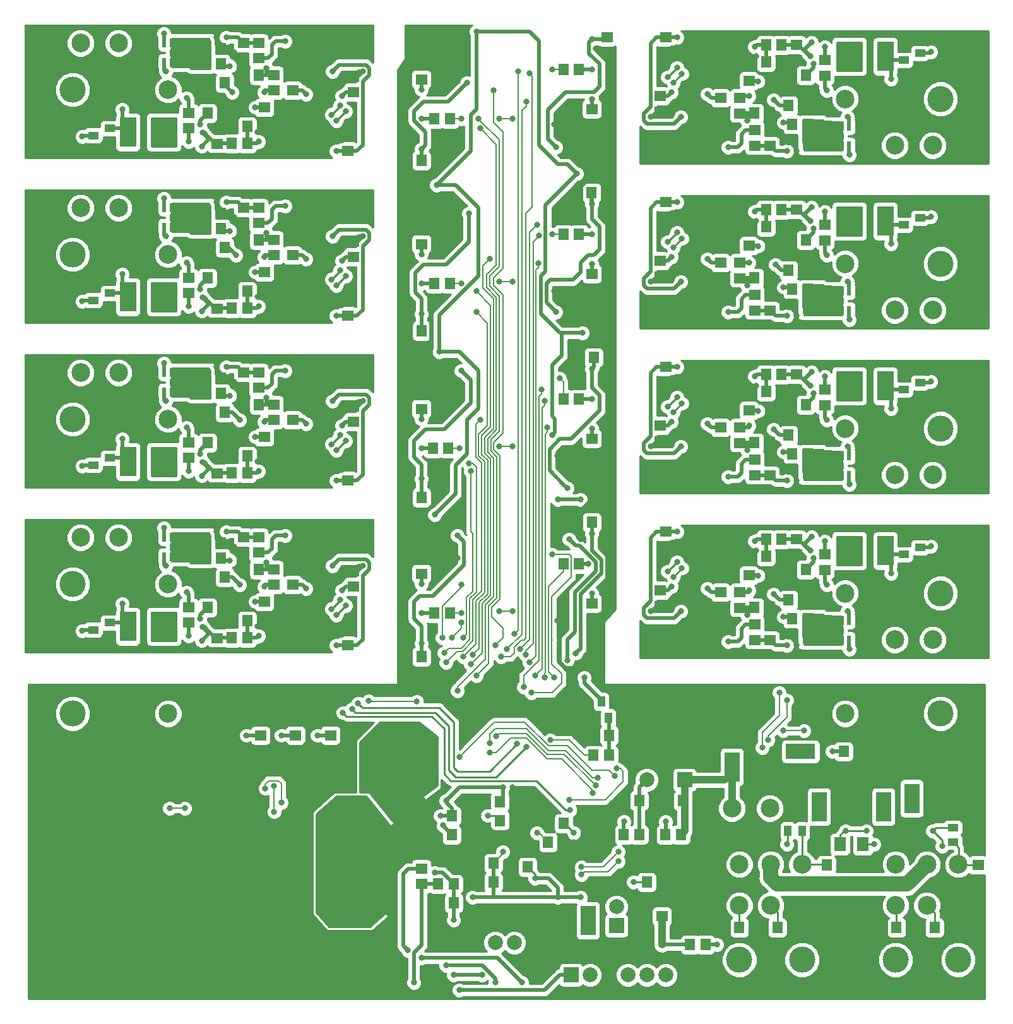
<source format=gbl>
G04 #@! TF.GenerationSoftware,KiCad,Pcbnew,(5.0.2)-1*
G04 #@! TF.CreationDate,2019-01-18T21:24:51-05:00*
G04 #@! TF.ProjectId,Slave,536c6176-652e-46b6-9963-61645f706362,rev?*
G04 #@! TF.SameCoordinates,Original*
G04 #@! TF.FileFunction,Copper,L2,Bot*
G04 #@! TF.FilePolarity,Positive*
%FSLAX46Y46*%
G04 Gerber Fmt 4.6, Leading zero omitted, Abs format (unit mm)*
G04 Created by KiCad (PCBNEW (5.0.2)-1) date 1/18/2019 9:24:51 PM*
%MOMM*%
%LPD*%
G01*
G04 APERTURE LIST*
G04 #@! TA.AperFunction,SMDPad,CuDef*
%ADD10R,1.500000X1.400000*%
G04 #@! TD*
G04 #@! TA.AperFunction,SMDPad,CuDef*
%ADD11R,1.400000X1.500000*%
G04 #@! TD*
G04 #@! TA.AperFunction,SMDPad,CuDef*
%ADD12R,1.400000X1.000000*%
G04 #@! TD*
G04 #@! TA.AperFunction,SMDPad,CuDef*
%ADD13R,2.200000X4.000000*%
G04 #@! TD*
G04 #@! TA.AperFunction,SMDPad,CuDef*
%ADD14R,0.620000X1.220000*%
G04 #@! TD*
G04 #@! TA.AperFunction,ComponentPad*
%ADD15C,2.500000*%
G04 #@! TD*
G04 #@! TA.AperFunction,ComponentPad*
%ADD16R,2.500000X2.500000*%
G04 #@! TD*
G04 #@! TA.AperFunction,ComponentPad*
%ADD17C,3.508000*%
G04 #@! TD*
G04 #@! TA.AperFunction,SMDPad,CuDef*
%ADD18R,1.000000X1.400000*%
G04 #@! TD*
G04 #@! TA.AperFunction,ComponentPad*
%ADD19R,2.000000X2.000000*%
G04 #@! TD*
G04 #@! TA.AperFunction,ComponentPad*
%ADD20C,2.000000*%
G04 #@! TD*
G04 #@! TA.AperFunction,SMDPad,CuDef*
%ADD21R,1.600000X1.900000*%
G04 #@! TD*
G04 #@! TA.AperFunction,ComponentPad*
%ADD22R,2.000000X4.000000*%
G04 #@! TD*
G04 #@! TA.AperFunction,ComponentPad*
%ADD23R,4.000000X2.000000*%
G04 #@! TD*
G04 #@! TA.AperFunction,ViaPad*
%ADD24C,0.800000*%
G04 #@! TD*
G04 #@! TA.AperFunction,Conductor*
%ADD25C,0.254000*%
G04 #@! TD*
G04 #@! TA.AperFunction,Conductor*
%ADD26C,0.508000*%
G04 #@! TD*
G04 #@! TA.AperFunction,Conductor*
%ADD27C,0.203200*%
G04 #@! TD*
G04 #@! TA.AperFunction,Conductor*
%ADD28C,1.000000*%
G04 #@! TD*
G04 #@! TA.AperFunction,Conductor*
%ADD29C,2.000000*%
G04 #@! TD*
G04 APERTURE END LIST*
D10*
G04 #@! TO.P,C3303,1*
G04 #@! TO.N,DGND*
X164846000Y-59690000D03*
G04 #@! TO.P,C3303,2*
G04 #@! TO.N,Net-(C3303-Pad2)*
X164846000Y-57640000D03*
G04 #@! TD*
D11*
G04 #@! TO.P,R3306,1*
G04 #@! TO.N,Net-(R3306-Pad1)*
X163086000Y-52324000D03*
G04 #@! TO.P,R3306,2*
G04 #@! TO.N,/CS_8*
X161036000Y-52324000D03*
G04 #@! TD*
D10*
G04 #@! TO.P,C3302,1*
G04 #@! TO.N,VDD*
X166878000Y-47988000D03*
G04 #@! TO.P,C3302,2*
G04 #@! TO.N,DGND*
X166878000Y-50038000D03*
G04 #@! TD*
G04 #@! TO.P,C2903,1*
G04 #@! TO.N,DGND*
X164846000Y-81788000D03*
G04 #@! TO.P,C2903,2*
G04 #@! TO.N,Net-(C2903-Pad2)*
X164846000Y-79738000D03*
G04 #@! TD*
D11*
G04 #@! TO.P,C2902,1*
G04 #@! TO.N,VDD*
X164828000Y-68834000D03*
G04 #@! TO.P,C2902,2*
G04 #@! TO.N,DGND*
X166878000Y-68834000D03*
G04 #@! TD*
G04 #@! TO.P,R2906,1*
G04 #@! TO.N,Net-(R2906-Pad1)*
X163086000Y-74422000D03*
G04 #@! TO.P,R2906,2*
G04 #@! TO.N,/CS_7*
X161036000Y-74422000D03*
G04 #@! TD*
G04 #@! TO.P,C2502,1*
G04 #@! TO.N,VDD*
X165100000Y-90932000D03*
G04 #@! TO.P,C2502,2*
G04 #@! TO.N,DGND*
X167150000Y-90932000D03*
G04 #@! TD*
D10*
G04 #@! TO.P,C2503,1*
G04 #@! TO.N,DGND*
X164846000Y-103886000D03*
G04 #@! TO.P,C2503,2*
G04 #@! TO.N,Net-(C2503-Pad2)*
X164846000Y-101836000D03*
G04 #@! TD*
D11*
G04 #@! TO.P,R2506,1*
G04 #@! TO.N,Net-(R2506-Pad1)*
X163086000Y-96520000D03*
G04 #@! TO.P,R2506,2*
G04 #@! TO.N,/CS_6*
X161036000Y-96520000D03*
G04 #@! TD*
D10*
G04 #@! TO.P,C2103,1*
G04 #@! TO.N,DGND*
X164846000Y-125984000D03*
G04 #@! TO.P,C2103,2*
G04 #@! TO.N,Net-(C2103-Pad2)*
X164846000Y-123934000D03*
G04 #@! TD*
D11*
G04 #@! TO.P,C2102,1*
G04 #@! TO.N,VDD*
X164846000Y-113030000D03*
G04 #@! TO.P,C2102,2*
G04 #@! TO.N,DGND*
X166896000Y-113030000D03*
G04 #@! TD*
G04 #@! TO.P,R2106,1*
G04 #@! TO.N,Net-(R2106-Pad1)*
X163086000Y-118618000D03*
G04 #@! TO.P,R2106,2*
G04 #@! TO.N,/CS_5*
X161036000Y-118618000D03*
G04 #@! TD*
D10*
G04 #@! TO.P,C1703,1*
G04 #@! TO.N,DGND*
X141986000Y-117856000D03*
G04 #@! TO.P,C1703,2*
G04 #@! TO.N,Net-(C1703-Pad2)*
X141986000Y-119906000D03*
G04 #@! TD*
D11*
G04 #@! TO.P,C1702,1*
G04 #@! TO.N,VDD*
X141986000Y-131064000D03*
G04 #@! TO.P,C1702,2*
G04 #@! TO.N,DGND*
X139936000Y-131064000D03*
G04 #@! TD*
G04 #@! TO.P,R1706,1*
G04 #@! TO.N,Net-(R1706-Pad1)*
X143746000Y-125222000D03*
G04 #@! TO.P,R1706,2*
G04 #@! TO.N,/CS_4*
X145796000Y-125222000D03*
G04 #@! TD*
G04 #@! TO.P,C1302,1*
G04 #@! TO.N,VDD*
X142004000Y-109728000D03*
G04 #@! TO.P,C1302,2*
G04 #@! TO.N,DGND*
X139954000Y-109728000D03*
G04 #@! TD*
D10*
G04 #@! TO.P,C1303,1*
G04 #@! TO.N,DGND*
X141986000Y-95758000D03*
G04 #@! TO.P,C1303,2*
G04 #@! TO.N,Net-(C1303-Pad2)*
X141986000Y-97808000D03*
G04 #@! TD*
D11*
G04 #@! TO.P,R1306,1*
G04 #@! TO.N,Net-(R1306-Pad1)*
X143510000Y-103124000D03*
G04 #@! TO.P,R1306,2*
G04 #@! TO.N,/CS_3*
X145560000Y-103124000D03*
G04 #@! TD*
D10*
G04 #@! TO.P,C903,1*
G04 #@! TO.N,DGND*
X141986000Y-73660000D03*
G04 #@! TO.P,C903,2*
G04 #@! TO.N,Net-(C903-Pad2)*
X141986000Y-75710000D03*
G04 #@! TD*
D11*
G04 #@! TO.P,C902,1*
G04 #@! TO.N,VDD*
X142004000Y-87376000D03*
G04 #@! TO.P,C902,2*
G04 #@! TO.N,DGND*
X139954000Y-87376000D03*
G04 #@! TD*
G04 #@! TO.P,R906,1*
G04 #@! TO.N,Net-(R906-Pad1)*
X143746000Y-81026000D03*
G04 #@! TO.P,R906,2*
G04 #@! TO.N,/CS_2*
X145796000Y-81026000D03*
G04 #@! TD*
D12*
G04 #@! TO.P,Q3602,3*
G04 #@! TO.N,Net-(D3601-Pad1)*
X206672000Y-51054000D03*
G04 #@! TO.P,Q3602,2*
G04 #@! TO.N,/Module 8/CELL-*
X208872000Y-52004000D03*
G04 #@! TO.P,Q3602,1*
G04 #@! TO.N,Net-(D3602-Pad1)*
X208872000Y-50104000D03*
G04 #@! TD*
D13*
G04 #@! TO.P,R3604,1*
G04 #@! TO.N,Net-(D3601-Pad1)*
X204216000Y-50546000D03*
G04 #@! TO.P,R3604,2*
G04 #@! TO.N,/Module 8/Balancing/Drain_P_Mosfet*
X198816000Y-50546000D03*
G04 #@! TD*
D10*
G04 #@! TO.P,R3601,1*
G04 #@! TO.N,/Module 8/CELL_Voltage*
X196088000Y-53104000D03*
G04 #@! TO.P,R3601,2*
G04 #@! TO.N,Net-(Q3601-Pad3)*
X196088000Y-51054000D03*
G04 #@! TD*
D11*
G04 #@! TO.P,C3503,1*
G04 #@! TO.N,/Module 8/CELL-*
X191498000Y-53086000D03*
G04 #@! TO.P,C3503,2*
G04 #@! TO.N,Net-(C3503-Pad2)*
X193548000Y-53086000D03*
G04 #@! TD*
D10*
G04 #@! TO.P,C3601,1*
G04 #@! TO.N,/Module 8/CELL_Voltage*
X192278000Y-49004000D03*
G04 #@! TO.P,C3601,2*
G04 #@! TO.N,/Module 8/CELL-*
X192278000Y-51054000D03*
G04 #@! TD*
G04 #@! TO.P,R3312,1*
G04 #@! TO.N,/Module 8/CELL-*
X185928000Y-51798000D03*
G04 #@! TO.P,R3312,2*
G04 #@! TO.N,/Module 8/Voltage Reading/SDATA*
X185928000Y-53848000D03*
G04 #@! TD*
G04 #@! TO.P,R3403,1*
G04 #@! TO.N,Net-(R3403-Pad1)*
X184658000Y-58184000D03*
G04 #@! TO.P,R3403,2*
G04 #@! TO.N,/Module 8/+VREF*
X184658000Y-56134000D03*
G04 #@! TD*
G04 #@! TO.P,C3405,1*
G04 #@! TO.N,/Module 8/CELL-*
X182118000Y-58184000D03*
G04 #@! TO.P,C3405,2*
G04 #@! TO.N,/Module 8/BVDD*
X182118000Y-56134000D03*
G04 #@! TD*
G04 #@! TO.P,C3301,1*
G04 #@! TO.N,/Module 8/CELL-*
X174752000Y-50056000D03*
G04 #@! TO.P,C3301,2*
G04 #@! TO.N,/Module 8/BVDD*
X174752000Y-48006000D03*
G04 #@! TD*
G04 #@! TO.P,R3401,1*
G04 #@! TO.N,Net-(R3401-Pad1)*
X186690000Y-62502000D03*
G04 #@! TO.P,R3401,2*
G04 #@! TO.N,/Module 8/BVDD*
X186690000Y-60452000D03*
G04 #@! TD*
D11*
G04 #@! TO.P,R3404,1*
G04 #@! TO.N,/Module 8/CELL-*
X188722000Y-58166000D03*
G04 #@! TO.P,R3404,2*
G04 #@! TO.N,Net-(R3403-Pad1)*
X186672000Y-58166000D03*
G04 #@! TD*
D10*
G04 #@! TO.P,R3402,1*
G04 #@! TO.N,/Module 8/CELL-*
X188722000Y-60452000D03*
G04 #@! TO.P,R3402,2*
G04 #@! TO.N,Net-(R3401-Pad1)*
X188722000Y-62502000D03*
G04 #@! TD*
G04 #@! TO.P,C3304,1*
G04 #@! TO.N,/Module 8/CELL-*
X173990000Y-57930000D03*
G04 #@! TO.P,C3304,2*
G04 #@! TO.N,Net-(C3304-Pad2)*
X173990000Y-55880000D03*
G04 #@! TD*
D14*
G04 #@! TO.P,Q3302,4*
G04 #@! TO.N,Net-(Q3301-Pad4)*
X199330641Y-62531987D03*
G04 #@! TO.P,Q3302,5*
G04 #@! TO.N,/Module 8/CELL_Voltage*
X198380641Y-62531987D03*
G04 #@! TO.P,Q3302,6*
X197430641Y-62531987D03*
G04 #@! TO.P,Q3302,1*
X197430641Y-59911987D03*
G04 #@! TO.P,Q3302,3*
G04 #@! TO.N,Net-(D3302-Pad1)*
X199330641Y-59911987D03*
G04 #@! TO.P,Q3302,2*
G04 #@! TO.N,/Module 8/CELL_Voltage*
X198380641Y-59911987D03*
G04 #@! TD*
D11*
G04 #@! TO.P,C3401,1*
G04 #@! TO.N,/Module 8/CELL-*
X191752000Y-61722000D03*
G04 #@! TO.P,C3401,2*
G04 #@! TO.N,/Module 8/CELL_Voltage*
X193802000Y-61722000D03*
G04 #@! TD*
G04 #@! TO.P,L3401,1*
G04 #@! TO.N,/Module 8/CELL_Voltage*
X193802000Y-59690000D03*
G04 #@! TO.P,L3401,2*
G04 #@! TO.N,/Module 8/Power Supply Front End/SW*
X191752000Y-59690000D03*
G04 #@! TD*
G04 #@! TO.P,C3501,1*
G04 #@! TO.N,/Module 8/+VREF*
X191244000Y-57150000D03*
G04 #@! TO.P,C3501,2*
G04 #@! TO.N,/Module 8/CELL-*
X193294000Y-57150000D03*
G04 #@! TD*
G04 #@! TO.P,R3603,1*
G04 #@! TO.N,Net-(R3603-Pad1)*
X188214000Y-49022000D03*
G04 #@! TO.P,R3603,2*
G04 #@! TO.N,/Module 8/CELL_Voltage*
X190264000Y-49022000D03*
G04 #@! TD*
G04 #@! TO.P,R3605,1*
G04 #@! TO.N,/Module 8/CELL-*
X190264000Y-51308000D03*
G04 #@! TO.P,R3605,2*
G04 #@! TO.N,Net-(R3603-Pad1)*
X188214000Y-51308000D03*
G04 #@! TD*
D15*
G04 #@! TO.P,J3301,2*
G04 #@! TO.N,Net-(F3301-Pad1)*
X198826000Y-56238000D03*
D16*
G04 #@! TO.P,J3301,1*
G04 #@! TO.N,/Module 8/CELL-*
X204326000Y-56238000D03*
D17*
G04 #@! TO.P,J3301,3*
G04 #@! TO.N,N/C*
X211626000Y-56238000D03*
G04 #@! TD*
D11*
G04 #@! TO.P,R3205,1*
G04 #@! TO.N,/Module 7/CELL-*
X190264000Y-73406000D03*
G04 #@! TO.P,R3205,2*
G04 #@! TO.N,Net-(R3203-Pad1)*
X188214000Y-73406000D03*
G04 #@! TD*
D10*
G04 #@! TO.P,R3002,1*
G04 #@! TO.N,/Module 7/CELL-*
X188722000Y-82550000D03*
G04 #@! TO.P,R3002,2*
G04 #@! TO.N,Net-(R3001-Pad1)*
X188722000Y-84600000D03*
G04 #@! TD*
D11*
G04 #@! TO.P,R3004,1*
G04 #@! TO.N,/Module 7/CELL-*
X188722000Y-80264000D03*
G04 #@! TO.P,R3004,2*
G04 #@! TO.N,Net-(R3003-Pad1)*
X186672000Y-80264000D03*
G04 #@! TD*
G04 #@! TO.P,R3203,1*
G04 #@! TO.N,Net-(R3203-Pad1)*
X188214000Y-71120000D03*
G04 #@! TO.P,R3203,2*
G04 #@! TO.N,/Module 7/CELL_Voltage*
X190264000Y-71120000D03*
G04 #@! TD*
D10*
G04 #@! TO.P,R3001,1*
G04 #@! TO.N,Net-(R3001-Pad1)*
X186690000Y-84600000D03*
G04 #@! TO.P,R3001,2*
G04 #@! TO.N,/Module 7/BVDD*
X186690000Y-82550000D03*
G04 #@! TD*
G04 #@! TO.P,C3201,1*
G04 #@! TO.N,/Module 7/CELL_Voltage*
X192278000Y-71102000D03*
G04 #@! TO.P,C3201,2*
G04 #@! TO.N,/Module 7/CELL-*
X192278000Y-73152000D03*
G04 #@! TD*
G04 #@! TO.P,R3201,1*
G04 #@! TO.N,/Module 7/CELL_Voltage*
X196088000Y-75202000D03*
G04 #@! TO.P,R3201,2*
G04 #@! TO.N,Net-(Q3201-Pad3)*
X196088000Y-73152000D03*
G04 #@! TD*
D13*
G04 #@! TO.P,R3204,1*
G04 #@! TO.N,Net-(D3201-Pad1)*
X204216000Y-72644000D03*
G04 #@! TO.P,R3204,2*
G04 #@! TO.N,/Module 7/Balancing/Drain_P_Mosfet*
X198816000Y-72644000D03*
G04 #@! TD*
D11*
G04 #@! TO.P,C3103,1*
G04 #@! TO.N,/Module 7/CELL-*
X191498000Y-75184000D03*
G04 #@! TO.P,C3103,2*
G04 #@! TO.N,Net-(C3103-Pad2)*
X193548000Y-75184000D03*
G04 #@! TD*
D12*
G04 #@! TO.P,Q3202,3*
G04 #@! TO.N,Net-(D3201-Pad1)*
X206672000Y-73152000D03*
G04 #@! TO.P,Q3202,2*
G04 #@! TO.N,/Module 7/CELL-*
X208872000Y-74102000D03*
G04 #@! TO.P,Q3202,1*
G04 #@! TO.N,Net-(D3202-Pad1)*
X208872000Y-72202000D03*
G04 #@! TD*
D11*
G04 #@! TO.P,L3001,1*
G04 #@! TO.N,/Module 7/CELL_Voltage*
X193802000Y-81788000D03*
G04 #@! TO.P,L3001,2*
G04 #@! TO.N,/Module 7/Power Supply Front End/SW*
X191752000Y-81788000D03*
G04 #@! TD*
G04 #@! TO.P,C3101,1*
G04 #@! TO.N,/Module 7/+VREF*
X191244000Y-79248000D03*
G04 #@! TO.P,C3101,2*
G04 #@! TO.N,/Module 7/CELL-*
X193294000Y-79248000D03*
G04 #@! TD*
G04 #@! TO.P,C3001,1*
G04 #@! TO.N,/Module 7/CELL-*
X191752000Y-83820000D03*
G04 #@! TO.P,C3001,2*
G04 #@! TO.N,/Module 7/CELL_Voltage*
X193802000Y-83820000D03*
G04 #@! TD*
D14*
G04 #@! TO.P,Q2902,4*
G04 #@! TO.N,Net-(Q2901-Pad4)*
X199330641Y-84629987D03*
G04 #@! TO.P,Q2902,5*
G04 #@! TO.N,/Module 7/CELL_Voltage*
X198380641Y-84629987D03*
G04 #@! TO.P,Q2902,6*
X197430641Y-84629987D03*
G04 #@! TO.P,Q2902,1*
X197430641Y-82009987D03*
G04 #@! TO.P,Q2902,3*
G04 #@! TO.N,Net-(D2902-Pad1)*
X199330641Y-82009987D03*
G04 #@! TO.P,Q2902,2*
G04 #@! TO.N,/Module 7/CELL_Voltage*
X198380641Y-82009987D03*
G04 #@! TD*
D10*
G04 #@! TO.P,C2901,1*
G04 #@! TO.N,/Module 7/CELL-*
X174752000Y-72154000D03*
G04 #@! TO.P,C2901,2*
G04 #@! TO.N,/Module 7/BVDD*
X174752000Y-70104000D03*
G04 #@! TD*
G04 #@! TO.P,C3005,1*
G04 #@! TO.N,/Module 7/CELL-*
X182118000Y-80282000D03*
G04 #@! TO.P,C3005,2*
G04 #@! TO.N,/Module 7/BVDD*
X182118000Y-78232000D03*
G04 #@! TD*
G04 #@! TO.P,R3003,1*
G04 #@! TO.N,Net-(R3003-Pad1)*
X184658000Y-80282000D03*
G04 #@! TO.P,R3003,2*
G04 #@! TO.N,/Module 7/+VREF*
X184658000Y-78232000D03*
G04 #@! TD*
G04 #@! TO.P,C2904,1*
G04 #@! TO.N,/Module 7/CELL-*
X173990000Y-80028000D03*
G04 #@! TO.P,C2904,2*
G04 #@! TO.N,Net-(C2904-Pad2)*
X173990000Y-77978000D03*
G04 #@! TD*
G04 #@! TO.P,R2912,1*
G04 #@! TO.N,/Module 7/CELL-*
X185928000Y-73896000D03*
G04 #@! TO.P,R2912,2*
G04 #@! TO.N,/Module 7/Voltage Reading/SDATA*
X185928000Y-75946000D03*
G04 #@! TD*
D15*
G04 #@! TO.P,J2901,2*
G04 #@! TO.N,Net-(F2901-Pad1)*
X198826000Y-78336000D03*
D16*
G04 #@! TO.P,J2901,1*
G04 #@! TO.N,/Module 7/CELL-*
X204326000Y-78336000D03*
D17*
G04 #@! TO.P,J2901,3*
G04 #@! TO.N,N/C*
X211626000Y-78336000D03*
G04 #@! TD*
D10*
G04 #@! TO.P,R2602,1*
G04 #@! TO.N,/Module 6/CELL-*
X188722000Y-104648000D03*
G04 #@! TO.P,R2602,2*
G04 #@! TO.N,Net-(R2601-Pad1)*
X188722000Y-106698000D03*
G04 #@! TD*
D14*
G04 #@! TO.P,Q2502,4*
G04 #@! TO.N,Net-(Q2501-Pad4)*
X199330641Y-106727987D03*
G04 #@! TO.P,Q2502,5*
G04 #@! TO.N,/Module 6/CELL_Voltage*
X198380641Y-106727987D03*
G04 #@! TO.P,Q2502,6*
X197430641Y-106727987D03*
G04 #@! TO.P,Q2502,1*
X197430641Y-104107987D03*
G04 #@! TO.P,Q2502,3*
G04 #@! TO.N,Net-(D2502-Pad1)*
X199330641Y-104107987D03*
G04 #@! TO.P,Q2502,2*
G04 #@! TO.N,/Module 6/CELL_Voltage*
X198380641Y-104107987D03*
G04 #@! TD*
D11*
G04 #@! TO.P,C2701,1*
G04 #@! TO.N,/Module 6/+VREF*
X191244000Y-101346000D03*
G04 #@! TO.P,C2701,2*
G04 #@! TO.N,/Module 6/CELL-*
X193294000Y-101346000D03*
G04 #@! TD*
D10*
G04 #@! TO.P,R2601,1*
G04 #@! TO.N,Net-(R2601-Pad1)*
X186690000Y-106698000D03*
G04 #@! TO.P,R2601,2*
G04 #@! TO.N,/Module 6/BVDD*
X186690000Y-104648000D03*
G04 #@! TD*
D11*
G04 #@! TO.P,R2604,1*
G04 #@! TO.N,/Module 6/CELL-*
X188722000Y-102362000D03*
G04 #@! TO.P,R2604,2*
G04 #@! TO.N,Net-(R2603-Pad1)*
X186672000Y-102362000D03*
G04 #@! TD*
G04 #@! TO.P,L2601,1*
G04 #@! TO.N,/Module 6/CELL_Voltage*
X193802000Y-103886000D03*
G04 #@! TO.P,L2601,2*
G04 #@! TO.N,/Module 6/Power Supply Front End/SW*
X191752000Y-103886000D03*
G04 #@! TD*
G04 #@! TO.P,C2601,1*
G04 #@! TO.N,/Module 6/CELL-*
X191752000Y-105918000D03*
G04 #@! TO.P,C2601,2*
G04 #@! TO.N,/Module 6/CELL_Voltage*
X193802000Y-105918000D03*
G04 #@! TD*
D12*
G04 #@! TO.P,Q2802,3*
G04 #@! TO.N,Net-(D2801-Pad1)*
X206672000Y-95250000D03*
G04 #@! TO.P,Q2802,2*
G04 #@! TO.N,/Module 6/CELL-*
X208872000Y-96200000D03*
G04 #@! TO.P,Q2802,1*
G04 #@! TO.N,Net-(D2802-Pad1)*
X208872000Y-94300000D03*
G04 #@! TD*
D10*
G04 #@! TO.P,R2801,1*
G04 #@! TO.N,/Module 6/CELL_Voltage*
X196088000Y-97300000D03*
G04 #@! TO.P,R2801,2*
G04 #@! TO.N,Net-(Q2801-Pad3)*
X196088000Y-95250000D03*
G04 #@! TD*
D11*
G04 #@! TO.P,C2703,1*
G04 #@! TO.N,/Module 6/CELL-*
X191498000Y-97282000D03*
G04 #@! TO.P,C2703,2*
G04 #@! TO.N,Net-(C2703-Pad2)*
X193548000Y-97282000D03*
G04 #@! TD*
D13*
G04 #@! TO.P,R2804,1*
G04 #@! TO.N,Net-(D2801-Pad1)*
X204216000Y-94742000D03*
G04 #@! TO.P,R2804,2*
G04 #@! TO.N,/Module 6/Balancing/Drain_P_Mosfet*
X198816000Y-94742000D03*
G04 #@! TD*
D10*
G04 #@! TO.P,C2801,1*
G04 #@! TO.N,/Module 6/CELL_Voltage*
X192278000Y-93200000D03*
G04 #@! TO.P,C2801,2*
G04 #@! TO.N,/Module 6/CELL-*
X192278000Y-95250000D03*
G04 #@! TD*
G04 #@! TO.P,C2605,1*
G04 #@! TO.N,/Module 6/CELL-*
X182118000Y-102380000D03*
G04 #@! TO.P,C2605,2*
G04 #@! TO.N,/Module 6/BVDD*
X182118000Y-100330000D03*
G04 #@! TD*
G04 #@! TO.P,R2603,1*
G04 #@! TO.N,Net-(R2603-Pad1)*
X184658000Y-102380000D03*
G04 #@! TO.P,R2603,2*
G04 #@! TO.N,/Module 6/+VREF*
X184658000Y-100330000D03*
G04 #@! TD*
G04 #@! TO.P,R2512,1*
G04 #@! TO.N,/Module 6/CELL-*
X185928000Y-95994000D03*
G04 #@! TO.P,R2512,2*
G04 #@! TO.N,/Module 6/Voltage Reading/SDATA*
X185928000Y-98044000D03*
G04 #@! TD*
D11*
G04 #@! TO.P,R2803,1*
G04 #@! TO.N,Net-(R2803-Pad1)*
X188214000Y-93218000D03*
G04 #@! TO.P,R2803,2*
G04 #@! TO.N,/Module 6/CELL_Voltage*
X190264000Y-93218000D03*
G04 #@! TD*
D10*
G04 #@! TO.P,C2504,1*
G04 #@! TO.N,/Module 6/CELL-*
X173990000Y-102126000D03*
G04 #@! TO.P,C2504,2*
G04 #@! TO.N,Net-(C2504-Pad2)*
X173990000Y-100076000D03*
G04 #@! TD*
D11*
G04 #@! TO.P,R2805,1*
G04 #@! TO.N,/Module 6/CELL-*
X190264000Y-95504000D03*
G04 #@! TO.P,R2805,2*
G04 #@! TO.N,Net-(R2803-Pad1)*
X188214000Y-95504000D03*
G04 #@! TD*
D10*
G04 #@! TO.P,C2501,1*
G04 #@! TO.N,/Module 6/CELL-*
X174752000Y-94252000D03*
G04 #@! TO.P,C2501,2*
G04 #@! TO.N,/Module 6/BVDD*
X174752000Y-92202000D03*
G04 #@! TD*
D15*
G04 #@! TO.P,J2501,2*
G04 #@! TO.N,Net-(F2501-Pad1)*
X198826000Y-100434000D03*
D16*
G04 #@! TO.P,J2501,1*
G04 #@! TO.N,/Module 6/CELL-*
X204326000Y-100434000D03*
D17*
G04 #@! TO.P,J2501,3*
G04 #@! TO.N,N/C*
X211626000Y-100434000D03*
G04 #@! TD*
D10*
G04 #@! TO.P,R2202,1*
G04 #@! TO.N,/Module 5/CELL-*
X188722000Y-126746000D03*
G04 #@! TO.P,R2202,2*
G04 #@! TO.N,Net-(R2201-Pad1)*
X188722000Y-128796000D03*
G04 #@! TD*
G04 #@! TO.P,R2201,1*
G04 #@! TO.N,Net-(R2201-Pad1)*
X186690000Y-128796000D03*
G04 #@! TO.P,R2201,2*
G04 #@! TO.N,/Module 5/BVDD*
X186690000Y-126746000D03*
G04 #@! TD*
D11*
G04 #@! TO.P,C2201,1*
G04 #@! TO.N,/Module 5/CELL-*
X191752000Y-128016000D03*
G04 #@! TO.P,C2201,2*
G04 #@! TO.N,/Module 5/CELL_Voltage*
X193802000Y-128016000D03*
G04 #@! TD*
G04 #@! TO.P,L2201,1*
G04 #@! TO.N,/Module 5/CELL_Voltage*
X193802000Y-125984000D03*
G04 #@! TO.P,L2201,2*
G04 #@! TO.N,/Module 5/Power Supply Front End/SW*
X191752000Y-125984000D03*
G04 #@! TD*
D12*
G04 #@! TO.P,Q2402,3*
G04 #@! TO.N,Net-(D2401-Pad1)*
X206672000Y-117348000D03*
G04 #@! TO.P,Q2402,2*
G04 #@! TO.N,/Module 5/CELL-*
X208872000Y-118298000D03*
G04 #@! TO.P,Q2402,1*
G04 #@! TO.N,Net-(D2402-Pad1)*
X208872000Y-116398000D03*
G04 #@! TD*
D10*
G04 #@! TO.P,R2401,1*
G04 #@! TO.N,/Module 5/CELL_Voltage*
X196088000Y-119398000D03*
G04 #@! TO.P,R2401,2*
G04 #@! TO.N,Net-(Q2401-Pad3)*
X196088000Y-117348000D03*
G04 #@! TD*
G04 #@! TO.P,C2401,1*
G04 #@! TO.N,/Module 5/CELL_Voltage*
X192278000Y-115298000D03*
G04 #@! TO.P,C2401,2*
G04 #@! TO.N,/Module 5/CELL-*
X192278000Y-117348000D03*
G04 #@! TD*
D11*
G04 #@! TO.P,C2303,1*
G04 #@! TO.N,/Module 5/CELL-*
X191498000Y-119380000D03*
G04 #@! TO.P,C2303,2*
G04 #@! TO.N,Net-(C2303-Pad2)*
X193548000Y-119380000D03*
G04 #@! TD*
D13*
G04 #@! TO.P,R2404,1*
G04 #@! TO.N,Net-(D2401-Pad1)*
X204216000Y-116840000D03*
G04 #@! TO.P,R2404,2*
G04 #@! TO.N,/Module 5/Balancing/Drain_P_Mosfet*
X198816000Y-116840000D03*
G04 #@! TD*
D11*
G04 #@! TO.P,R2204,1*
G04 #@! TO.N,/Module 5/CELL-*
X188722000Y-124460000D03*
G04 #@! TO.P,R2204,2*
G04 #@! TO.N,Net-(R2203-Pad1)*
X186672000Y-124460000D03*
G04 #@! TD*
G04 #@! TO.P,R2403,1*
G04 #@! TO.N,Net-(R2403-Pad1)*
X188214000Y-115316000D03*
G04 #@! TO.P,R2403,2*
G04 #@! TO.N,/Module 5/CELL_Voltage*
X190264000Y-115316000D03*
G04 #@! TD*
G04 #@! TO.P,R2405,1*
G04 #@! TO.N,/Module 5/CELL-*
X190264000Y-117602000D03*
G04 #@! TO.P,R2405,2*
G04 #@! TO.N,Net-(R2403-Pad1)*
X188214000Y-117602000D03*
G04 #@! TD*
D10*
G04 #@! TO.P,C2104,1*
G04 #@! TO.N,/Module 5/CELL-*
X173990000Y-124224000D03*
G04 #@! TO.P,C2104,2*
G04 #@! TO.N,Net-(C2104-Pad2)*
X173990000Y-122174000D03*
G04 #@! TD*
G04 #@! TO.P,R2112,1*
G04 #@! TO.N,/Module 5/CELL-*
X185928000Y-118092000D03*
G04 #@! TO.P,R2112,2*
G04 #@! TO.N,/Module 5/Voltage Reading/SDATA*
X185928000Y-120142000D03*
G04 #@! TD*
G04 #@! TO.P,C2101,1*
G04 #@! TO.N,/Module 5/CELL-*
X174752000Y-116350000D03*
G04 #@! TO.P,C2101,2*
G04 #@! TO.N,/Module 5/BVDD*
X174752000Y-114300000D03*
G04 #@! TD*
G04 #@! TO.P,C2205,1*
G04 #@! TO.N,/Module 5/CELL-*
X182118000Y-124478000D03*
G04 #@! TO.P,C2205,2*
G04 #@! TO.N,/Module 5/BVDD*
X182118000Y-122428000D03*
G04 #@! TD*
G04 #@! TO.P,R2203,1*
G04 #@! TO.N,Net-(R2203-Pad1)*
X184658000Y-124478000D03*
G04 #@! TO.P,R2203,2*
G04 #@! TO.N,/Module 5/+VREF*
X184658000Y-122428000D03*
G04 #@! TD*
D14*
G04 #@! TO.P,Q2102,4*
G04 #@! TO.N,Net-(Q2101-Pad4)*
X199330641Y-128825987D03*
G04 #@! TO.P,Q2102,5*
G04 #@! TO.N,/Module 5/CELL_Voltage*
X198380641Y-128825987D03*
G04 #@! TO.P,Q2102,6*
X197430641Y-128825987D03*
G04 #@! TO.P,Q2102,1*
X197430641Y-126205987D03*
G04 #@! TO.P,Q2102,3*
G04 #@! TO.N,Net-(D2102-Pad1)*
X199330641Y-126205987D03*
G04 #@! TO.P,Q2102,2*
G04 #@! TO.N,/Module 5/CELL_Voltage*
X198380641Y-126205987D03*
G04 #@! TD*
D11*
G04 #@! TO.P,C2301,1*
G04 #@! TO.N,/Module 5/+VREF*
X191244000Y-123444000D03*
G04 #@! TO.P,C2301,2*
G04 #@! TO.N,/Module 5/CELL-*
X193294000Y-123444000D03*
G04 #@! TD*
D15*
G04 #@! TO.P,J2101,2*
G04 #@! TO.N,Net-(F2101-Pad1)*
X198826000Y-122532000D03*
D16*
G04 #@! TO.P,J2101,1*
G04 #@! TO.N,/Module 5/CELL-*
X204326000Y-122532000D03*
D17*
G04 #@! TO.P,J2101,3*
G04 #@! TO.N,N/C*
X211626000Y-122532000D03*
G04 #@! TD*
D10*
G04 #@! TO.P,R1803,1*
G04 #@! TO.N,Net-(R1803-Pad1)*
X122174000Y-119362000D03*
G04 #@! TO.P,R1803,2*
G04 #@! TO.N,/Module 4/+VREF*
X122174000Y-121412000D03*
G04 #@! TD*
G04 #@! TO.P,C1805,1*
G04 #@! TO.N,/Module 4/CELL-*
X124714000Y-119362000D03*
G04 #@! TO.P,C1805,2*
G04 #@! TO.N,/Module 4/BVDD*
X124714000Y-121412000D03*
G04 #@! TD*
G04 #@! TO.P,C1701,1*
G04 #@! TO.N,/Module 4/CELL-*
X132080000Y-127490000D03*
G04 #@! TO.P,C1701,2*
G04 #@! TO.N,/Module 4/BVDD*
X132080000Y-129540000D03*
G04 #@! TD*
G04 #@! TO.P,R1712,1*
G04 #@! TO.N,/Module 4/CELL-*
X120904000Y-125748000D03*
G04 #@! TO.P,R1712,2*
G04 #@! TO.N,/Module 4/Voltage Reading/SDATA*
X120904000Y-123698000D03*
G04 #@! TD*
G04 #@! TO.P,C1704,1*
G04 #@! TO.N,/Module 4/CELL-*
X132842000Y-119616000D03*
G04 #@! TO.P,C1704,2*
G04 #@! TO.N,Net-(C1704-Pad2)*
X132842000Y-121666000D03*
G04 #@! TD*
D11*
G04 #@! TO.P,R1804,1*
G04 #@! TO.N,/Module 4/CELL-*
X118110000Y-119380000D03*
G04 #@! TO.P,R1804,2*
G04 #@! TO.N,Net-(R1803-Pad1)*
X120160000Y-119380000D03*
G04 #@! TD*
G04 #@! TO.P,R2005,1*
G04 #@! TO.N,/Module 4/CELL-*
X116568000Y-126238000D03*
G04 #@! TO.P,R2005,2*
G04 #@! TO.N,Net-(R2003-Pad1)*
X118618000Y-126238000D03*
G04 #@! TD*
G04 #@! TO.P,R2003,1*
G04 #@! TO.N,Net-(R2003-Pad1)*
X118618000Y-128524000D03*
G04 #@! TO.P,R2003,2*
G04 #@! TO.N,/Module 4/CELL_Voltage*
X116568000Y-128524000D03*
G04 #@! TD*
D10*
G04 #@! TO.P,R1801,1*
G04 #@! TO.N,Net-(R1801-Pad1)*
X120142000Y-115044000D03*
G04 #@! TO.P,R1801,2*
G04 #@! TO.N,/Module 4/BVDD*
X120142000Y-117094000D03*
G04 #@! TD*
G04 #@! TO.P,R1802,1*
G04 #@! TO.N,/Module 4/CELL-*
X118110000Y-117094000D03*
G04 #@! TO.P,R1802,2*
G04 #@! TO.N,Net-(R1801-Pad1)*
X118110000Y-115044000D03*
G04 #@! TD*
D11*
G04 #@! TO.P,L1801,1*
G04 #@! TO.N,/Module 4/CELL_Voltage*
X113030000Y-117856000D03*
G04 #@! TO.P,L1801,2*
G04 #@! TO.N,/Module 4/Power Supply Front End/SW*
X115080000Y-117856000D03*
G04 #@! TD*
G04 #@! TO.P,C1901,1*
G04 #@! TO.N,/Module 4/+VREF*
X115588000Y-120396000D03*
G04 #@! TO.P,C1901,2*
G04 #@! TO.N,/Module 4/CELL-*
X113538000Y-120396000D03*
G04 #@! TD*
G04 #@! TO.P,C1801,1*
G04 #@! TO.N,/Module 4/CELL-*
X115080000Y-115824000D03*
G04 #@! TO.P,C1801,2*
G04 #@! TO.N,/Module 4/CELL_Voltage*
X113030000Y-115824000D03*
G04 #@! TD*
D14*
G04 #@! TO.P,Q1702,4*
G04 #@! TO.N,Net-(Q1701-Pad4)*
X107501359Y-115014013D03*
G04 #@! TO.P,Q1702,5*
G04 #@! TO.N,/Module 4/CELL_Voltage*
X108451359Y-115014013D03*
G04 #@! TO.P,Q1702,6*
X109401359Y-115014013D03*
G04 #@! TO.P,Q1702,1*
X109401359Y-117634013D03*
G04 #@! TO.P,Q1702,3*
G04 #@! TO.N,Net-(D1702-Pad1)*
X107501359Y-117634013D03*
G04 #@! TO.P,Q1702,2*
G04 #@! TO.N,/Module 4/CELL_Voltage*
X108451359Y-117634013D03*
G04 #@! TD*
D13*
G04 #@! TO.P,R2004,1*
G04 #@! TO.N,Net-(D2001-Pad1)*
X102616000Y-127000000D03*
G04 #@! TO.P,R2004,2*
G04 #@! TO.N,/Module 4/Balancing/Drain_P_Mosfet*
X108016000Y-127000000D03*
G04 #@! TD*
D11*
G04 #@! TO.P,C1903,1*
G04 #@! TO.N,/Module 4/CELL-*
X115334000Y-124460000D03*
G04 #@! TO.P,C1903,2*
G04 #@! TO.N,Net-(C1903-Pad2)*
X113284000Y-124460000D03*
G04 #@! TD*
D10*
G04 #@! TO.P,R2001,1*
G04 #@! TO.N,/Module 4/CELL_Voltage*
X110744000Y-124442000D03*
G04 #@! TO.P,R2001,2*
G04 #@! TO.N,Net-(Q2001-Pad3)*
X110744000Y-126492000D03*
G04 #@! TD*
G04 #@! TO.P,C2001,1*
G04 #@! TO.N,/Module 4/CELL_Voltage*
X114554000Y-128542000D03*
G04 #@! TO.P,C2001,2*
G04 #@! TO.N,/Module 4/CELL-*
X114554000Y-126492000D03*
G04 #@! TD*
D12*
G04 #@! TO.P,Q2002,3*
G04 #@! TO.N,Net-(D2001-Pad1)*
X100160000Y-126492000D03*
G04 #@! TO.P,Q2002,2*
G04 #@! TO.N,/Module 4/CELL-*
X97960000Y-125542000D03*
G04 #@! TO.P,Q2002,1*
G04 #@! TO.N,Net-(D2002-Pad1)*
X97960000Y-127442000D03*
G04 #@! TD*
D15*
G04 #@! TO.P,J1701,2*
G04 #@! TO.N,Net-(F1701-Pad1)*
X108006000Y-121308000D03*
D16*
G04 #@! TO.P,J1701,1*
G04 #@! TO.N,/Module 4/CELL-*
X102506000Y-121308000D03*
D17*
G04 #@! TO.P,J1701,3*
G04 #@! TO.N,N/C*
X95206000Y-121308000D03*
G04 #@! TD*
D10*
G04 #@! TO.P,C1601,1*
G04 #@! TO.N,/Module 3/CELL_Voltage*
X114554000Y-106444000D03*
G04 #@! TO.P,C1601,2*
G04 #@! TO.N,/Module 3/CELL-*
X114554000Y-104394000D03*
G04 #@! TD*
G04 #@! TO.P,R1601,1*
G04 #@! TO.N,/Module 3/CELL_Voltage*
X110744000Y-102344000D03*
G04 #@! TO.P,R1601,2*
G04 #@! TO.N,Net-(Q1601-Pad3)*
X110744000Y-104394000D03*
G04 #@! TD*
D12*
G04 #@! TO.P,Q1602,3*
G04 #@! TO.N,Net-(D1601-Pad1)*
X100160000Y-104394000D03*
G04 #@! TO.P,Q1602,2*
G04 #@! TO.N,/Module 3/CELL-*
X97960000Y-103444000D03*
G04 #@! TO.P,Q1602,1*
G04 #@! TO.N,Net-(D1602-Pad1)*
X97960000Y-105344000D03*
G04 #@! TD*
D13*
G04 #@! TO.P,R1604,1*
G04 #@! TO.N,Net-(D1601-Pad1)*
X102616000Y-104902000D03*
G04 #@! TO.P,R1604,2*
G04 #@! TO.N,/Module 3/Balancing/Drain_P_Mosfet*
X108016000Y-104902000D03*
G04 #@! TD*
D14*
G04 #@! TO.P,Q1302,4*
G04 #@! TO.N,Net-(Q1301-Pad4)*
X107501359Y-92916013D03*
G04 #@! TO.P,Q1302,5*
G04 #@! TO.N,/Module 3/CELL_Voltage*
X108451359Y-92916013D03*
G04 #@! TO.P,Q1302,6*
X109401359Y-92916013D03*
G04 #@! TO.P,Q1302,1*
X109401359Y-95536013D03*
G04 #@! TO.P,Q1302,3*
G04 #@! TO.N,Net-(D1302-Pad1)*
X107501359Y-95536013D03*
G04 #@! TO.P,Q1302,2*
G04 #@! TO.N,/Module 3/CELL_Voltage*
X108451359Y-95536013D03*
G04 #@! TD*
D11*
G04 #@! TO.P,C1503,1*
G04 #@! TO.N,/Module 3/CELL-*
X115334000Y-102362000D03*
G04 #@! TO.P,C1503,2*
G04 #@! TO.N,Net-(C1503-Pad2)*
X113284000Y-102362000D03*
G04 #@! TD*
G04 #@! TO.P,L1401,1*
G04 #@! TO.N,/Module 3/CELL_Voltage*
X113030000Y-95758000D03*
G04 #@! TO.P,L1401,2*
G04 #@! TO.N,/Module 3/Power Supply Front End/SW*
X115080000Y-95758000D03*
G04 #@! TD*
G04 #@! TO.P,C1401,1*
G04 #@! TO.N,/Module 3/CELL-*
X115080000Y-93726000D03*
G04 #@! TO.P,C1401,2*
G04 #@! TO.N,/Module 3/CELL_Voltage*
X113030000Y-93726000D03*
G04 #@! TD*
G04 #@! TO.P,C1501,1*
G04 #@! TO.N,/Module 3/+VREF*
X115588000Y-98298000D03*
G04 #@! TO.P,C1501,2*
G04 #@! TO.N,/Module 3/CELL-*
X113538000Y-98298000D03*
G04 #@! TD*
G04 #@! TO.P,R1605,1*
G04 #@! TO.N,/Module 3/CELL-*
X116568000Y-104140000D03*
G04 #@! TO.P,R1605,2*
G04 #@! TO.N,Net-(R1603-Pad1)*
X118618000Y-104140000D03*
G04 #@! TD*
D10*
G04 #@! TO.P,R1401,1*
G04 #@! TO.N,Net-(R1401-Pad1)*
X120142000Y-92946000D03*
G04 #@! TO.P,R1401,2*
G04 #@! TO.N,/Module 3/BVDD*
X120142000Y-94996000D03*
G04 #@! TD*
G04 #@! TO.P,R1402,1*
G04 #@! TO.N,/Module 3/CELL-*
X118110000Y-94996000D03*
G04 #@! TO.P,R1402,2*
G04 #@! TO.N,Net-(R1401-Pad1)*
X118110000Y-92946000D03*
G04 #@! TD*
D11*
G04 #@! TO.P,R1404,1*
G04 #@! TO.N,/Module 3/CELL-*
X118110000Y-97282000D03*
G04 #@! TO.P,R1404,2*
G04 #@! TO.N,Net-(R1403-Pad1)*
X120160000Y-97282000D03*
G04 #@! TD*
D10*
G04 #@! TO.P,R1312,1*
G04 #@! TO.N,/Module 3/CELL-*
X120904000Y-103650000D03*
G04 #@! TO.P,R1312,2*
G04 #@! TO.N,/Module 3/Voltage Reading/SDATA*
X120904000Y-101600000D03*
G04 #@! TD*
D11*
G04 #@! TO.P,R1603,1*
G04 #@! TO.N,Net-(R1603-Pad1)*
X118618000Y-106426000D03*
G04 #@! TO.P,R1603,2*
G04 #@! TO.N,/Module 3/CELL_Voltage*
X116568000Y-106426000D03*
G04 #@! TD*
D10*
G04 #@! TO.P,C1301,1*
G04 #@! TO.N,/Module 3/CELL-*
X132080000Y-105392000D03*
G04 #@! TO.P,C1301,2*
G04 #@! TO.N,/Module 3/BVDD*
X132080000Y-107442000D03*
G04 #@! TD*
G04 #@! TO.P,C1304,1*
G04 #@! TO.N,/Module 3/CELL-*
X132842000Y-97518000D03*
G04 #@! TO.P,C1304,2*
G04 #@! TO.N,Net-(C1304-Pad2)*
X132842000Y-99568000D03*
G04 #@! TD*
G04 #@! TO.P,C1405,1*
G04 #@! TO.N,/Module 3/CELL-*
X124714000Y-97264000D03*
G04 #@! TO.P,C1405,2*
G04 #@! TO.N,/Module 3/BVDD*
X124714000Y-99314000D03*
G04 #@! TD*
G04 #@! TO.P,R1403,1*
G04 #@! TO.N,Net-(R1403-Pad1)*
X122174000Y-97264000D03*
G04 #@! TO.P,R1403,2*
G04 #@! TO.N,/Module 3/+VREF*
X122174000Y-99314000D03*
G04 #@! TD*
D15*
G04 #@! TO.P,J1301,2*
G04 #@! TO.N,Net-(F1301-Pad1)*
X108006000Y-99210000D03*
D16*
G04 #@! TO.P,J1301,1*
G04 #@! TO.N,/Module 3/CELL-*
X102506000Y-99210000D03*
D17*
G04 #@! TO.P,J1301,3*
G04 #@! TO.N,N/C*
X95206000Y-99210000D03*
G04 #@! TD*
D10*
G04 #@! TO.P,R1003,1*
G04 #@! TO.N,Net-(R1003-Pad1)*
X122174000Y-75166000D03*
G04 #@! TO.P,R1003,2*
G04 #@! TO.N,/Module 2/+VREF*
X122174000Y-77216000D03*
G04 #@! TD*
G04 #@! TO.P,C1005,1*
G04 #@! TO.N,/Module 2/CELL-*
X124714000Y-75166000D03*
G04 #@! TO.P,C1005,2*
G04 #@! TO.N,/Module 2/BVDD*
X124714000Y-77216000D03*
G04 #@! TD*
G04 #@! TO.P,C904,1*
G04 #@! TO.N,/Module 2/CELL-*
X132842000Y-75420000D03*
G04 #@! TO.P,C904,2*
G04 #@! TO.N,Net-(C904-Pad2)*
X132842000Y-77470000D03*
G04 #@! TD*
G04 #@! TO.P,C901,1*
G04 #@! TO.N,/Module 2/CELL-*
X132080000Y-83294000D03*
G04 #@! TO.P,C901,2*
G04 #@! TO.N,/Module 2/BVDD*
X132080000Y-85344000D03*
G04 #@! TD*
G04 #@! TO.P,R912,1*
G04 #@! TO.N,/Module 2/CELL-*
X120904000Y-81552000D03*
G04 #@! TO.P,R912,2*
G04 #@! TO.N,/Module 2/Voltage Reading/SDATA*
X120904000Y-79502000D03*
G04 #@! TD*
D11*
G04 #@! TO.P,C1101,1*
G04 #@! TO.N,/Module 2/+VREF*
X115588000Y-76200000D03*
G04 #@! TO.P,C1101,2*
G04 #@! TO.N,/Module 2/CELL-*
X113538000Y-76200000D03*
G04 #@! TD*
G04 #@! TO.P,C1001,1*
G04 #@! TO.N,/Module 2/CELL-*
X115080000Y-71628000D03*
G04 #@! TO.P,C1001,2*
G04 #@! TO.N,/Module 2/CELL_Voltage*
X113030000Y-71628000D03*
G04 #@! TD*
G04 #@! TO.P,R1004,1*
G04 #@! TO.N,/Module 2/CELL-*
X118110000Y-75184000D03*
G04 #@! TO.P,R1004,2*
G04 #@! TO.N,Net-(R1003-Pad1)*
X120160000Y-75184000D03*
G04 #@! TD*
D10*
G04 #@! TO.P,R1002,1*
G04 #@! TO.N,/Module 2/CELL-*
X118110000Y-72898000D03*
G04 #@! TO.P,R1002,2*
G04 #@! TO.N,Net-(R1001-Pad1)*
X118110000Y-70848000D03*
G04 #@! TD*
G04 #@! TO.P,R1001,1*
G04 #@! TO.N,Net-(R1001-Pad1)*
X120142000Y-70848000D03*
G04 #@! TO.P,R1001,2*
G04 #@! TO.N,/Module 2/BVDD*
X120142000Y-72898000D03*
G04 #@! TD*
D11*
G04 #@! TO.P,L1001,1*
G04 #@! TO.N,/Module 2/CELL_Voltage*
X113030000Y-73660000D03*
G04 #@! TO.P,L1001,2*
G04 #@! TO.N,/Module 2/Power Supply Front End/SW*
X115080000Y-73660000D03*
G04 #@! TD*
D14*
G04 #@! TO.P,Q902,4*
G04 #@! TO.N,Net-(Q901-Pad4)*
X107501359Y-70818013D03*
G04 #@! TO.P,Q902,5*
G04 #@! TO.N,/Module 2/CELL_Voltage*
X108451359Y-70818013D03*
G04 #@! TO.P,Q902,6*
X109401359Y-70818013D03*
G04 #@! TO.P,Q902,1*
X109401359Y-73438013D03*
G04 #@! TO.P,Q902,3*
G04 #@! TO.N,Net-(D902-Pad1)*
X107501359Y-73438013D03*
G04 #@! TO.P,Q902,2*
G04 #@! TO.N,/Module 2/CELL_Voltage*
X108451359Y-73438013D03*
G04 #@! TD*
D11*
G04 #@! TO.P,R1205,1*
G04 #@! TO.N,/Module 2/CELL-*
X116568000Y-82042000D03*
G04 #@! TO.P,R1205,2*
G04 #@! TO.N,Net-(R1203-Pad1)*
X118618000Y-82042000D03*
G04 #@! TD*
D12*
G04 #@! TO.P,Q1202,3*
G04 #@! TO.N,Net-(D1201-Pad1)*
X100160000Y-82296000D03*
G04 #@! TO.P,Q1202,2*
G04 #@! TO.N,/Module 2/CELL-*
X97960000Y-81346000D03*
G04 #@! TO.P,Q1202,1*
G04 #@! TO.N,Net-(D1202-Pad1)*
X97960000Y-83246000D03*
G04 #@! TD*
D13*
G04 #@! TO.P,R1204,1*
G04 #@! TO.N,Net-(D1201-Pad1)*
X102616000Y-82804000D03*
G04 #@! TO.P,R1204,2*
G04 #@! TO.N,/Module 2/Balancing/Drain_P_Mosfet*
X108016000Y-82804000D03*
G04 #@! TD*
D11*
G04 #@! TO.P,C1103,1*
G04 #@! TO.N,/Module 2/CELL-*
X115334000Y-80264000D03*
G04 #@! TO.P,C1103,2*
G04 #@! TO.N,Net-(C1103-Pad2)*
X113284000Y-80264000D03*
G04 #@! TD*
G04 #@! TO.P,R1203,1*
G04 #@! TO.N,Net-(R1203-Pad1)*
X118618000Y-84328000D03*
G04 #@! TO.P,R1203,2*
G04 #@! TO.N,/Module 2/CELL_Voltage*
X116568000Y-84328000D03*
G04 #@! TD*
D10*
G04 #@! TO.P,R1201,1*
G04 #@! TO.N,/Module 2/CELL_Voltage*
X110744000Y-80246000D03*
G04 #@! TO.P,R1201,2*
G04 #@! TO.N,Net-(Q1201-Pad3)*
X110744000Y-82296000D03*
G04 #@! TD*
G04 #@! TO.P,C1201,1*
G04 #@! TO.N,/Module 2/CELL_Voltage*
X114554000Y-84346000D03*
G04 #@! TO.P,C1201,2*
G04 #@! TO.N,/Module 2/CELL-*
X114554000Y-82296000D03*
G04 #@! TD*
D15*
G04 #@! TO.P,J901,2*
G04 #@! TO.N,Net-(F901-Pad1)*
X108006000Y-77112000D03*
D16*
G04 #@! TO.P,J901,1*
G04 #@! TO.N,/Module 2/CELL-*
X102506000Y-77112000D03*
D17*
G04 #@! TO.P,J901,3*
G04 #@! TO.N,N/C*
X95206000Y-77112000D03*
G04 #@! TD*
D11*
G04 #@! TO.P,C203,1*
G04 #@! TO.N,DGND*
X148100000Y-152400000D03*
G04 #@! TO.P,C203,2*
G04 #@! TO.N,VDD*
X146050000Y-152400000D03*
G04 #@! TD*
G04 #@! TO.P,C204,1*
G04 #@! TO.N,DGND*
X148100000Y-154940000D03*
G04 #@! TO.P,C204,2*
G04 #@! TO.N,/VBat*
X146050000Y-154940000D03*
G04 #@! TD*
G04 #@! TO.P,C207,1*
G04 #@! TO.N,VDD*
X152527000Y-150495000D03*
G04 #@! TO.P,C207,2*
G04 #@! TO.N,DGND*
X154577000Y-150495000D03*
G04 #@! TD*
G04 #@! TO.P,C208,1*
G04 #@! TO.N,DGND*
X149588000Y-161290000D03*
G04 #@! TO.P,C208,2*
G04 #@! TO.N,VDD*
X151638000Y-161290000D03*
G04 #@! TD*
G04 #@! TO.P,C209,1*
G04 #@! TO.N,DGND*
X149588000Y-158750000D03*
G04 #@! TO.P,C209,2*
G04 #@! TO.N,VDD*
X151638000Y-158750000D03*
G04 #@! TD*
G04 #@! TO.P,C210,1*
G04 #@! TO.N,/NRST*
X146322000Y-164084000D03*
G04 #@! TO.P,C210,2*
G04 #@! TO.N,DGND*
X144272000Y-164084000D03*
G04 #@! TD*
G04 #@! TO.P,C211,1*
G04 #@! TO.N,DGND*
X161036000Y-155956000D03*
G04 #@! TO.P,C211,2*
G04 #@! TO.N,Net-(C211-Pad2)*
X158986000Y-155956000D03*
G04 #@! TD*
G04 #@! TO.P,C212,1*
G04 #@! TO.N,VDD*
X161054000Y-153416000D03*
G04 #@! TO.P,C212,2*
G04 #@! TO.N,DGND*
X159004000Y-153416000D03*
G04 #@! TD*
G04 #@! TO.P,C213,1*
G04 #@! TO.N,VDD*
X156228000Y-159258000D03*
G04 #@! TO.P,C213,2*
G04 #@! TO.N,DGND*
X154178000Y-159258000D03*
G04 #@! TD*
D10*
G04 #@! TO.P,C301,1*
G04 #@! TO.N,DGND*
X174244000Y-163812000D03*
G04 #@! TO.P,C301,2*
G04 #@! TO.N,3.3V*
X174244000Y-165862000D03*
G04 #@! TD*
D11*
G04 #@! TO.P,C302,1*
G04 #@! TO.N,DGND*
X174988000Y-150368000D03*
G04 #@! TO.P,C302,2*
G04 #@! TO.N,12V*
X177038000Y-150368000D03*
G04 #@! TD*
G04 #@! TO.P,C303,1*
G04 #@! TO.N,DGND*
X173246000Y-150368000D03*
G04 #@! TO.P,C303,2*
G04 #@! TO.N,5V*
X171196000Y-150368000D03*
G04 #@! TD*
G04 #@! TO.P,C304,1*
G04 #@! TO.N,DGND*
X174262000Y-161290000D03*
G04 #@! TO.P,C304,2*
G04 #@! TO.N,5V*
X172212000Y-161290000D03*
G04 #@! TD*
G04 #@! TO.P,C402,1*
G04 #@! TO.N,DGND*
X198392000Y-159004000D03*
G04 #@! TO.P,C402,2*
G04 #@! TO.N,/CAN1/CAN_P*
X196342000Y-159004000D03*
G04 #@! TD*
G04 #@! TO.P,C403,1*
G04 #@! TO.N,DGND*
X191788000Y-167386000D03*
G04 #@! TO.P,C403,2*
G04 #@! TO.N,/CAN1/CAN_N*
X189738000Y-167386000D03*
G04 #@! TD*
G04 #@! TO.P,C404,1*
G04 #@! TO.N,DGND*
X200678000Y-143764000D03*
G04 #@! TO.P,C404,2*
G04 #@! TO.N,VDD*
X198628000Y-143764000D03*
G04 #@! TD*
G04 #@! TO.P,C406,1*
G04 #@! TO.N,DGND*
X212870000Y-167386000D03*
G04 #@! TO.P,C406,2*
G04 #@! TO.N,/CAN1/CAN_N*
X210820000Y-167386000D03*
G04 #@! TD*
D10*
G04 #@! TO.P,C407,1*
G04 #@! TO.N,DGND*
X216662000Y-161054000D03*
G04 #@! TO.P,C407,2*
G04 #@! TO.N,/CAN1/CAN_P*
X216662000Y-159004000D03*
G04 #@! TD*
G04 #@! TO.P,C501,1*
G04 #@! TO.N,/Module 1/CELL-*
X132080000Y-61196000D03*
G04 #@! TO.P,C501,2*
G04 #@! TO.N,/Module 1/BVDD*
X132080000Y-63246000D03*
G04 #@! TD*
D11*
G04 #@! TO.P,C502,1*
G04 #@! TO.N,VDD*
X141986000Y-64516000D03*
G04 #@! TO.P,C502,2*
G04 #@! TO.N,DGND*
X139936000Y-64516000D03*
G04 #@! TD*
D10*
G04 #@! TO.P,C503,1*
G04 #@! TO.N,DGND*
X141986000Y-51562000D03*
G04 #@! TO.P,C503,2*
G04 #@! TO.N,Net-(C503-Pad2)*
X141986000Y-53612000D03*
G04 #@! TD*
G04 #@! TO.P,C504,1*
G04 #@! TO.N,/Module 1/CELL-*
X132842000Y-53322000D03*
G04 #@! TO.P,C504,2*
G04 #@! TO.N,Net-(C504-Pad2)*
X132842000Y-55372000D03*
G04 #@! TD*
D11*
G04 #@! TO.P,C601,1*
G04 #@! TO.N,/Module 1/CELL-*
X115080000Y-49530000D03*
G04 #@! TO.P,C601,2*
G04 #@! TO.N,/Module 1/CELL_Voltage*
X113030000Y-49530000D03*
G04 #@! TD*
D10*
G04 #@! TO.P,C605,1*
G04 #@! TO.N,/Module 1/CELL-*
X124714000Y-53068000D03*
G04 #@! TO.P,C605,2*
G04 #@! TO.N,/Module 1/BVDD*
X124714000Y-55118000D03*
G04 #@! TD*
D11*
G04 #@! TO.P,C701,1*
G04 #@! TO.N,/Module 1/+VREF*
X115588000Y-54102000D03*
G04 #@! TO.P,C701,2*
G04 #@! TO.N,/Module 1/CELL-*
X113538000Y-54102000D03*
G04 #@! TD*
G04 #@! TO.P,C703,1*
G04 #@! TO.N,/Module 1/CELL-*
X115334000Y-58166000D03*
G04 #@! TO.P,C703,2*
G04 #@! TO.N,Net-(C703-Pad2)*
X113284000Y-58166000D03*
G04 #@! TD*
D10*
G04 #@! TO.P,C801,1*
G04 #@! TO.N,/Module 1/CELL_Voltage*
X114554000Y-62248000D03*
G04 #@! TO.P,C801,2*
G04 #@! TO.N,/Module 1/CELL-*
X114554000Y-60198000D03*
G04 #@! TD*
D18*
G04 #@! TO.P,D401,3*
G04 #@! TO.N,DGND*
X192090000Y-152232000D03*
G04 #@! TO.P,D401,2*
G04 #@! TO.N,/CAN1/CAN_N*
X191140000Y-154432000D03*
G04 #@! TO.P,D401,1*
G04 #@! TO.N,/CAN1/CAN_P*
X193040000Y-154432000D03*
G04 #@! TD*
D12*
G04 #@! TO.P,D402,3*
G04 #@! TO.N,DGND*
X215476000Y-154940000D03*
G04 #@! TO.P,D402,2*
G04 #@! TO.N,/CAN1/CAN_N*
X213276000Y-153990000D03*
G04 #@! TO.P,D402,1*
G04 #@! TO.N,/CAN1/CAN_P*
X213276000Y-155890000D03*
G04 #@! TD*
D15*
G04 #@! TO.P,F301,1*
G04 #@! TO.N,CAN_PWR*
X188722000Y-151384000D03*
G04 #@! TO.P,F301,2*
G04 #@! TO.N,12V*
X183642000Y-151384000D03*
G04 #@! TD*
D19*
G04 #@! TO.P,J201,1*
G04 #@! TO.N,VDD*
X162052000Y-173736000D03*
D20*
G04 #@! TO.P,J201,2*
G04 #@! TO.N,/STM32F446/SWCLK*
X164592000Y-173736000D03*
G04 #@! TO.P,J201,3*
G04 #@! TO.N,DGND*
X167132000Y-173736000D03*
G04 #@! TO.P,J201,4*
G04 #@! TO.N,/STM32F446/SWDIO*
X169672000Y-173736000D03*
G04 #@! TO.P,J201,5*
G04 #@! TO.N,/NRST*
X172212000Y-173736000D03*
G04 #@! TO.P,J201,6*
G04 #@! TO.N,/STM32F446/SWO*
X174752000Y-173736000D03*
G04 #@! TD*
D19*
G04 #@! TO.P,J202,1*
G04 #@! TO.N,DGND*
X149352000Y-169418000D03*
D20*
G04 #@! TO.P,J202,2*
G04 #@! TO.N,/STM32F446/USART2_TX*
X151892000Y-169418000D03*
G04 #@! TO.P,J202,3*
G04 #@! TO.N,/STM32F446/USART2_RX*
X154432000Y-169418000D03*
G04 #@! TD*
D12*
G04 #@! TO.P,Q802,3*
G04 #@! TO.N,Net-(D801-Pad1)*
X100160000Y-60198000D03*
G04 #@! TO.P,Q802,2*
G04 #@! TO.N,/Module 1/CELL-*
X97960000Y-59248000D03*
G04 #@! TO.P,Q802,1*
G04 #@! TO.N,Net-(D802-Pad1)*
X97960000Y-61148000D03*
G04 #@! TD*
D10*
G04 #@! TO.P,R203,1*
G04 #@! TO.N,Net-(R203-Pad1)*
X141986000Y-161544000D03*
G04 #@! TO.P,R203,2*
G04 #@! TO.N,VDD*
X141986000Y-159494000D03*
G04 #@! TD*
D11*
G04 #@! TO.P,R204,1*
G04 #@! TO.N,Net-(R203-Pad1)*
X144254000Y-161544000D03*
G04 #@! TO.P,R204,2*
G04 #@! TO.N,/NRST*
X146304000Y-161544000D03*
G04 #@! TD*
G04 #@! TO.P,R301,1*
G04 #@! TO.N,Net-(D301-Pad2)*
X174734000Y-154940000D03*
G04 #@! TO.P,R301,2*
G04 #@! TO.N,12V*
X176784000Y-154940000D03*
G04 #@! TD*
G04 #@! TO.P,R302,1*
G04 #@! TO.N,Net-(D302-Pad2)*
X169146000Y-154940000D03*
G04 #@! TO.P,R302,2*
G04 #@! TO.N,5V*
X171196000Y-154940000D03*
G04 #@! TD*
G04 #@! TO.P,R303,1*
G04 #@! TO.N,Net-(D303-Pad2)*
X180086000Y-169672000D03*
G04 #@! TO.P,R303,2*
G04 #@! TO.N,3.3V*
X178036000Y-169672000D03*
G04 #@! TD*
D21*
G04 #@! TO.P,R402,1*
G04 #@! TO.N,/CAN1/CAN_P*
X201220000Y-156210000D03*
G04 #@! TO.P,R402,2*
G04 #@! TO.N,/CAN1/CAN_N*
X198120000Y-156210000D03*
G04 #@! TD*
D11*
G04 #@! TO.P,R506,1*
G04 #@! TO.N,Net-(R506-Pad1)*
X143746000Y-58928000D03*
G04 #@! TO.P,R506,2*
G04 #@! TO.N,/CS_1*
X145796000Y-58928000D03*
G04 #@! TD*
D10*
G04 #@! TO.P,R512,1*
G04 #@! TO.N,/Module 1/CELL-*
X120904000Y-59454000D03*
G04 #@! TO.P,R512,2*
G04 #@! TO.N,/Module 1/Voltage Reading/SDATA*
X120904000Y-57404000D03*
G04 #@! TD*
G04 #@! TO.P,R601,1*
G04 #@! TO.N,Net-(R601-Pad1)*
X120142000Y-48750000D03*
G04 #@! TO.P,R601,2*
G04 #@! TO.N,/Module 1/BVDD*
X120142000Y-50800000D03*
G04 #@! TD*
G04 #@! TO.P,R602,1*
G04 #@! TO.N,/Module 1/CELL-*
X118110000Y-50800000D03*
G04 #@! TO.P,R602,2*
G04 #@! TO.N,Net-(R601-Pad1)*
X118110000Y-48750000D03*
G04 #@! TD*
G04 #@! TO.P,R603,1*
G04 #@! TO.N,Net-(R603-Pad1)*
X122174000Y-53068000D03*
G04 #@! TO.P,R603,2*
G04 #@! TO.N,/Module 1/+VREF*
X122174000Y-55118000D03*
G04 #@! TD*
D11*
G04 #@! TO.P,R604,1*
G04 #@! TO.N,/Module 1/CELL-*
X118110000Y-53086000D03*
G04 #@! TO.P,R604,2*
G04 #@! TO.N,Net-(R603-Pad1)*
X120160000Y-53086000D03*
G04 #@! TD*
D10*
G04 #@! TO.P,R801,1*
G04 #@! TO.N,/Module 1/CELL_Voltage*
X110744000Y-58148000D03*
G04 #@! TO.P,R801,2*
G04 #@! TO.N,Net-(Q801-Pad3)*
X110744000Y-60198000D03*
G04 #@! TD*
D11*
G04 #@! TO.P,R803,1*
G04 #@! TO.N,Net-(R803-Pad1)*
X118618000Y-62230000D03*
G04 #@! TO.P,R803,2*
G04 #@! TO.N,/Module 1/CELL_Voltage*
X116568000Y-62230000D03*
G04 #@! TD*
D13*
G04 #@! TO.P,R804,1*
G04 #@! TO.N,Net-(D801-Pad1)*
X102616000Y-60706000D03*
G04 #@! TO.P,R804,2*
G04 #@! TO.N,/Module 1/Balancing/Drain_P_Mosfet*
X108016000Y-60706000D03*
G04 #@! TD*
D11*
G04 #@! TO.P,R805,1*
G04 #@! TO.N,/Module 1/CELL-*
X116568000Y-59944000D03*
G04 #@! TO.P,R805,2*
G04 #@! TO.N,Net-(R803-Pad1)*
X118618000Y-59944000D03*
G04 #@! TD*
D22*
G04 #@! TO.P,TP301,1*
G04 #@! TO.N,3.3V*
X164338000Y-166432000D03*
G04 #@! TD*
G04 #@! TO.P,TP401,1*
G04 #@! TO.N,/CAN1/CAN_P*
X203962000Y-151192000D03*
G04 #@! TD*
G04 #@! TO.P,TP402,1*
G04 #@! TO.N,Net-(C405-Pad2)*
X207772000Y-150052000D03*
G04 #@! TD*
G04 #@! TO.P,TP403,1*
G04 #@! TO.N,/CAN1/CAN_N*
X195326000Y-151192000D03*
G04 #@! TD*
D23*
G04 #@! TO.P,TP404,1*
G04 #@! TO.N,/CAN2_RX*
X192848000Y-143764000D03*
G04 #@! TD*
D15*
G04 #@! TO.P,J501,2*
G04 #@! TO.N,Net-(F501-Pad1)*
X108006000Y-55014000D03*
D16*
G04 #@! TO.P,J501,1*
G04 #@! TO.N,/Module 1/CELL-*
X102506000Y-55014000D03*
D17*
G04 #@! TO.P,J501,3*
G04 #@! TO.N,N/C*
X95206000Y-55014000D03*
G04 #@! TD*
D14*
G04 #@! TO.P,Q502,4*
G04 #@! TO.N,Net-(Q501-Pad4)*
X107501359Y-48720013D03*
G04 #@! TO.P,Q502,5*
G04 #@! TO.N,/Module 1/CELL_Voltage*
X108451359Y-48720013D03*
G04 #@! TO.P,Q502,6*
X109401359Y-48720013D03*
G04 #@! TO.P,Q502,1*
X109401359Y-51340013D03*
G04 #@! TO.P,Q502,3*
G04 #@! TO.N,Net-(D502-Pad1)*
X107501359Y-51340013D03*
G04 #@! TO.P,Q502,2*
G04 #@! TO.N,/Module 1/CELL_Voltage*
X108451359Y-51340013D03*
G04 #@! TD*
D11*
G04 #@! TO.P,L601,1*
G04 #@! TO.N,/Module 1/CELL_Voltage*
X113030000Y-51562000D03*
G04 #@! TO.P,L601,2*
G04 #@! TO.N,/Module 1/Power Supply Front End/SW*
X115080000Y-51562000D03*
G04 #@! TD*
D19*
G04 #@! TO.P,J300,1*
G04 #@! TO.N,3.3V*
X168148000Y-167132000D03*
D20*
G04 #@! TO.P,J300,2*
G04 #@! TO.N,VDD*
X168148000Y-164592000D03*
G04 #@! TD*
D11*
G04 #@! TO.P,R403,1*
G04 #@! TO.N,/CAN1/Shield1*
X184640000Y-167386000D03*
G04 #@! TO.P,R403,2*
G04 #@! TO.N,DGND*
X186690000Y-167386000D03*
G04 #@! TD*
G04 #@! TO.P,R404,1*
G04 #@! TO.N,/CAN1/Shield2*
X205722000Y-167386000D03*
G04 #@! TO.P,R404,2*
G04 #@! TO.N,DGND*
X207772000Y-167386000D03*
G04 #@! TD*
D17*
G04 #@! TO.P,J401,8*
G04 #@! TO.N,N/C*
X184640000Y-171704000D03*
D15*
G04 #@! TO.P,J401,6*
G04 #@! TO.N,/CAN1/Shield1*
X184640000Y-158904000D03*
G04 #@! TO.P,J401,5*
G04 #@! TO.N,CAN_PWR*
X188840000Y-158904000D03*
G04 #@! TO.P,J401,4*
G04 #@! TO.N,/CAN1/CAN_P*
X193040000Y-158904000D03*
D16*
G04 #@! TO.P,J401,1*
G04 #@! TO.N,DGND*
X193040000Y-164404000D03*
D15*
G04 #@! TO.P,J401,2*
G04 #@! TO.N,/CAN1/CAN_N*
X188840000Y-164404000D03*
G04 #@! TO.P,J401,3*
G04 #@! TO.N,/CAN1/Shield1*
X184640000Y-164404000D03*
D17*
G04 #@! TO.P,J401,7*
G04 #@! TO.N,N/C*
X193040000Y-171704000D03*
G04 #@! TD*
G04 #@! TO.P,J402,8*
G04 #@! TO.N,N/C*
X205604000Y-171704000D03*
D15*
G04 #@! TO.P,J402,6*
G04 #@! TO.N,/CAN1/Shield2*
X205604000Y-158904000D03*
G04 #@! TO.P,J402,5*
G04 #@! TO.N,CAN_PWR*
X209804000Y-158904000D03*
G04 #@! TO.P,J402,4*
G04 #@! TO.N,/CAN1/CAN_P*
X214004000Y-158904000D03*
D16*
G04 #@! TO.P,J402,1*
G04 #@! TO.N,DGND*
X214004000Y-164404000D03*
D15*
G04 #@! TO.P,J402,2*
G04 #@! TO.N,/CAN1/CAN_N*
X209804000Y-164404000D03*
G04 #@! TO.P,J402,3*
G04 #@! TO.N,/CAN1/Shield2*
X205604000Y-164404000D03*
D17*
G04 #@! TO.P,J402,7*
G04 #@! TO.N,N/C*
X214004000Y-171704000D03*
G04 #@! TD*
D15*
G04 #@! TO.P,F501,1*
G04 #@! TO.N,Net-(F501-Pad1)*
X96266000Y-48768000D03*
G04 #@! TO.P,F501,2*
G04 #@! TO.N,/Module 1/CELL+*
X101346000Y-48768000D03*
G04 #@! TD*
G04 #@! TO.P,F901,1*
G04 #@! TO.N,Net-(F901-Pad1)*
X96266000Y-70866000D03*
G04 #@! TO.P,F901,2*
G04 #@! TO.N,/Module 2/CELL+*
X101346000Y-70866000D03*
G04 #@! TD*
G04 #@! TO.P,F1301,1*
G04 #@! TO.N,Net-(F1301-Pad1)*
X96266000Y-92964000D03*
G04 #@! TO.P,F1301,2*
G04 #@! TO.N,/Module 3/CELL+*
X101346000Y-92964000D03*
G04 #@! TD*
G04 #@! TO.P,F1701,1*
G04 #@! TO.N,Net-(F1701-Pad1)*
X96266000Y-115062000D03*
G04 #@! TO.P,F1701,2*
G04 #@! TO.N,/Module 4/CELL+*
X101346000Y-115062000D03*
G04 #@! TD*
G04 #@! TO.P,F2101,1*
G04 #@! TO.N,Net-(F2101-Pad1)*
X210566000Y-128778000D03*
G04 #@! TO.P,F2101,2*
G04 #@! TO.N,/Module 5/CELL+*
X205486000Y-128778000D03*
G04 #@! TD*
G04 #@! TO.P,F2501,1*
G04 #@! TO.N,Net-(F2501-Pad1)*
X210566000Y-106680000D03*
G04 #@! TO.P,F2501,2*
G04 #@! TO.N,/Module 6/CELL+*
X205486000Y-106680000D03*
G04 #@! TD*
G04 #@! TO.P,F2901,1*
G04 #@! TO.N,Net-(F2901-Pad1)*
X210566000Y-84582000D03*
G04 #@! TO.P,F2901,2*
G04 #@! TO.N,/Module 7/CELL+*
X205486000Y-84582000D03*
G04 #@! TD*
G04 #@! TO.P,F3301,1*
G04 #@! TO.N,Net-(F3301-Pad1)*
X210566000Y-62484000D03*
G04 #@! TO.P,F3301,2*
G04 #@! TO.N,/Module 8/CELL+*
X205486000Y-62484000D03*
G04 #@! TD*
D18*
G04 #@! TO.P,Q101,3*
G04 #@! TO.N,/PWR_ENABLE*
X166116000Y-137076000D03*
G04 #@! TO.P,Q101,2*
G04 #@! TO.N,DGND*
X165166000Y-139276000D03*
G04 #@! TO.P,Q101,1*
G04 #@! TO.N,Net-(Q101-Pad1)*
X167066000Y-139276000D03*
G04 #@! TD*
D11*
G04 #@! TO.P,R101,1*
G04 #@! TO.N,Net-(Q101-Pad1)*
X167132000Y-144272000D03*
G04 #@! TO.P,R101,2*
G04 #@! TO.N,/PWR_ENABLE_GPIO*
X165082000Y-144272000D03*
G04 #@! TD*
D15*
G04 #@! TO.P,J101,2*
G04 #@! TO.N,/NTC_1_ADC*
X108006000Y-138684000D03*
D16*
G04 #@! TO.P,J101,1*
G04 #@! TO.N,DGND*
X102506000Y-138684000D03*
D17*
G04 #@! TO.P,J101,3*
G04 #@! TO.N,N/C*
X95206000Y-138684000D03*
G04 #@! TD*
D15*
G04 #@! TO.P,J102,2*
G04 #@! TO.N,/NTC_2_ADC*
X198826000Y-138684000D03*
D16*
G04 #@! TO.P,J102,1*
G04 #@! TO.N,DGND*
X204326000Y-138684000D03*
D17*
G04 #@! TO.P,J102,3*
G04 #@! TO.N,N/C*
X211626000Y-138684000D03*
G04 #@! TD*
D22*
G04 #@! TO.P,TP303,1*
G04 #@! TO.N,12V*
X183642000Y-145858000D03*
G04 #@! TD*
D23*
G04 #@! TO.P,TP305,1*
G04 #@! TO.N,DGND*
X104586000Y-150622000D03*
G04 #@! TD*
D11*
G04 #@! TO.P,R104,1*
G04 #@! TO.N,DGND*
X165100000Y-141605000D03*
G04 #@! TO.P,R104,2*
G04 #@! TO.N,Net-(Q101-Pad1)*
X167150000Y-141605000D03*
G04 #@! TD*
D10*
G04 #@! TO.P,R105,1*
G04 #@! TO.N,DGND*
X129794000Y-143637000D03*
G04 #@! TO.P,R105,2*
G04 #@! TO.N,Net-(D101-Pad1)*
X129794000Y-141587000D03*
G04 #@! TD*
G04 #@! TO.P,R106,1*
G04 #@! TO.N,DGND*
X125095000Y-143637000D03*
G04 #@! TO.P,R106,2*
G04 #@! TO.N,Net-(D102-Pad1)*
X125095000Y-141587000D03*
G04 #@! TD*
G04 #@! TO.P,R107,1*
G04 #@! TO.N,DGND*
X120396000Y-143655000D03*
G04 #@! TO.P,R107,2*
G04 #@! TO.N,Net-(D103-Pad1)*
X120396000Y-141605000D03*
G04 #@! TD*
D11*
G04 #@! TO.P,R212,1*
G04 #@! TO.N,DGND*
X154584400Y-153009600D03*
G04 #@! TO.P,R212,2*
G04 #@! TO.N,Net-(R212-Pad2)*
X152534400Y-153009600D03*
G04 #@! TD*
D19*
G04 #@! TO.P,U301,1*
G04 #@! TO.N,12V*
X177292000Y-147574000D03*
D20*
G04 #@! TO.P,U301,2*
G04 #@! TO.N,DGND*
X174752000Y-147574000D03*
G04 #@! TO.P,U301,3*
G04 #@! TO.N,5V*
X172212000Y-147574000D03*
G04 #@! TD*
D24*
G04 #@! TO.N,DGND*
X130251200Y-164007800D03*
X162432996Y-155956000D03*
X202692000Y-135890000D03*
X107188000Y-141986000D03*
X176530000Y-159258000D03*
X207264000Y-143002000D03*
X178054000Y-156972000D03*
X171958000Y-156972000D03*
X156718000Y-167640000D03*
X144526000Y-62738000D03*
X140462000Y-52070000D03*
X165354000Y-49530000D03*
X177292000Y-167386000D03*
X140208000Y-132842000D03*
X101600000Y-157226000D03*
X100330000Y-158242000D03*
X100330000Y-153162000D03*
X113284000Y-154178000D03*
X130276600Y-152552400D03*
X143002000Y-143510000D03*
X135128000Y-143510000D03*
X202438000Y-143764000D03*
X154178000Y-148590000D03*
X157480000Y-153416000D03*
X150876000Y-156210000D03*
X154178000Y-157734000D03*
X149606000Y-152400000D03*
X160192922Y-126231140D03*
X160198873Y-104085558D03*
X163322000Y-115316000D03*
X163576000Y-93218000D03*
X163322000Y-71120000D03*
X143510000Y-84074000D03*
X143510000Y-106426000D03*
X146812000Y-51562000D03*
X146812000Y-73660000D03*
X139954000Y-74676000D03*
X139954000Y-96520000D03*
X147320000Y-95504000D03*
X139954000Y-118872000D03*
X146812000Y-117856000D03*
X166878000Y-125222000D03*
X166878000Y-103124000D03*
X166878000Y-81026000D03*
X159766000Y-82042000D03*
X166878000Y-58928000D03*
X159766000Y-59690000D03*
G04 #@! TO.N,VDD*
X162433000Y-154686000D03*
X140144501Y-170433999D03*
X148844000Y-163322000D03*
X197104000Y-143764000D03*
X152908000Y-148590000D03*
X152907992Y-157226000D03*
X157226000Y-160782000D03*
X145288000Y-150368000D03*
X147066000Y-175768000D03*
X160274004Y-163322000D03*
X163322000Y-163322000D03*
X162704889Y-130595552D03*
X148336000Y-71628000D03*
X147320000Y-92710000D03*
X146812000Y-114808000D03*
X161544000Y-108458000D03*
X160020000Y-84836000D03*
X160020000Y-62738000D03*
X148082000Y-54102000D03*
X144526000Y-152400000D03*
X141986000Y-62992000D03*
X141986000Y-85090000D03*
X141986000Y-107188000D03*
X141986000Y-129286000D03*
X164846000Y-114554000D03*
X164846000Y-92456000D03*
X164846000Y-70358000D03*
X164846000Y-48260000D03*
G04 #@! TO.N,/VBat*
X144875200Y-153670000D03*
G04 #@! TO.N,/NRST*
X143764000Y-160020000D03*
X146304000Y-166370000D03*
G04 #@! TO.N,Net-(C211-Pad2)*
X157480000Y-154686000D03*
G04 #@! TO.N,/STM32F446/USER_BTN*
X134909916Y-136997084D03*
X141351000Y-137033002D03*
X108204000Y-151384000D03*
X110236000Y-151384000D03*
G04 #@! TO.N,3.3V*
X174244000Y-169672000D03*
G04 #@! TO.N,5V*
X170434000Y-161290000D03*
G04 #@! TO.N,/CAN1/CAN_P*
X202692000Y-156210000D03*
G04 #@! TO.N,/CAN1/CAN_N*
X211836000Y-156464000D03*
X191008000Y-156210000D03*
X198882000Y-154432000D03*
X210566000Y-154432000D03*
X201676000Y-154432000D03*
G04 #@! TO.N,Net-(C503-Pad2)*
X141986000Y-54991000D03*
G04 #@! TO.N,Net-(C504-Pad2)*
X131318000Y-55880000D03*
G04 #@! TO.N,/Module 1/CELL_Voltage*
X112677629Y-60775978D03*
X112522000Y-62591990D03*
X111760034Y-50038000D03*
X110490000Y-56134000D03*
X111252000Y-51816000D03*
G04 #@! TO.N,/Module 1/+VREF*
X120904000Y-55372016D03*
X116586000Y-55372000D03*
G04 #@! TO.N,Net-(C703-Pad2)*
X112268000Y-59690000D03*
G04 #@! TO.N,/PA5*
X150113990Y-173736000D03*
X146304000Y-173736000D03*
G04 #@! TO.N,/PA6*
X151892000Y-174752000D03*
X145288000Y-172466002D03*
G04 #@! TO.N,/PA7*
X155448000Y-174752000D03*
X141986000Y-171450000D03*
G04 #@! TO.N,Net-(D301-Pad2)*
X174752000Y-153162000D03*
G04 #@! TO.N,Net-(D302-Pad2)*
X169164000Y-153162000D03*
G04 #@! TO.N,Net-(D303-Pad2)*
X181610000Y-169672000D03*
G04 #@! TO.N,Net-(D502-Pad1)*
X107696000Y-52577980D03*
G04 #@! TO.N,Net-(D801-Pad1)*
X101854000Y-57658000D03*
G04 #@! TO.N,Net-(D802-Pad1)*
X96483813Y-61294485D03*
G04 #@! TO.N,/STM32F446/SWCLK*
X151130008Y-143891000D03*
X164973000Y-149351999D03*
G04 #@! TO.N,/STM32F446/SWDIO*
X152019000Y-141732000D03*
X165354000Y-148336000D03*
G04 #@! TO.N,/STM32F446/SWO*
X151130000Y-142621000D03*
X165607998Y-147320000D03*
G04 #@! TO.N,Net-(Q501-Pad4)*
X107442000Y-47498000D03*
G04 #@! TO.N,Net-(Q801-Pad3)*
X110744000Y-61976000D03*
G04 #@! TO.N,Net-(R203-Pad1)*
X140970000Y-174752000D03*
G04 #@! TO.N,Net-(R506-Pad1)*
X141986000Y-58928000D03*
G04 #@! TO.N,/Module 1/SCLK*
X131826000Y-57912000D03*
X130556000Y-59182000D03*
G04 #@! TO.N,/Module 1/Voltage Reading/SDATA*
X119666539Y-57372866D03*
G04 #@! TO.N,/Module 1/SDATA*
X131064000Y-57150000D03*
X129898065Y-58358567D03*
G04 #@! TO.N,Net-(R601-Pad1)*
X115824000Y-48005988D03*
G04 #@! TO.N,Net-(R803-Pad1)*
X120142000Y-61976024D03*
G04 #@! TO.N,Net-(R603-Pad1)*
X121168583Y-52092650D03*
G04 #@! TO.N,/Module 1/BVDD*
X130556000Y-63246000D03*
X130048000Y-52578000D03*
X126492000Y-55626000D03*
X123698000Y-48514000D03*
G04 #@! TO.N,/Module 2/BVDD*
X130556000Y-85344000D03*
X126492000Y-77724000D03*
X123698000Y-70612000D03*
X130048000Y-74676000D03*
G04 #@! TO.N,Net-(C903-Pad2)*
X141986000Y-77089000D03*
G04 #@! TO.N,Net-(C904-Pad2)*
X131318000Y-77978000D03*
G04 #@! TO.N,/Module 2/CELL_Voltage*
X111252000Y-73914000D03*
X111760034Y-72136000D03*
X112522000Y-84689990D03*
X112677629Y-82873978D03*
X110490000Y-78232000D03*
G04 #@! TO.N,/Module 2/+VREF*
X120904000Y-77470000D03*
X117094000Y-77216000D03*
G04 #@! TO.N,Net-(C1103-Pad2)*
X112268000Y-81788000D03*
G04 #@! TO.N,/Module 3/BVDD*
X130556000Y-107442000D03*
X126492000Y-99822000D03*
X130048000Y-96774000D03*
X123698000Y-92710000D03*
G04 #@! TO.N,Net-(C1303-Pad2)*
X141986000Y-99187000D03*
G04 #@! TO.N,Net-(C1304-Pad2)*
X131318000Y-100076000D03*
G04 #@! TO.N,/Module 3/CELL_Voltage*
X111760034Y-94234000D03*
X110490000Y-100330000D03*
X111252000Y-96012000D03*
X112677629Y-104971978D03*
X112522000Y-106787990D03*
G04 #@! TO.N,/Module 3/+VREF*
X120904000Y-99568000D03*
X117602000Y-99314000D03*
G04 #@! TO.N,Net-(C1503-Pad2)*
X112268000Y-103886000D03*
G04 #@! TO.N,Net-(D902-Pad1)*
X107696000Y-74675980D03*
G04 #@! TO.N,Net-(D1201-Pad1)*
X101854000Y-79756000D03*
G04 #@! TO.N,Net-(D1202-Pad1)*
X96483813Y-83392485D03*
G04 #@! TO.N,Net-(D1302-Pad1)*
X107696000Y-96773980D03*
G04 #@! TO.N,Net-(D1601-Pad1)*
X101854000Y-101854000D03*
G04 #@! TO.N,Net-(D1602-Pad1)*
X96483813Y-105490485D03*
G04 #@! TO.N,Net-(Q901-Pad4)*
X107442000Y-69596000D03*
G04 #@! TO.N,Net-(Q1201-Pad3)*
X110744000Y-84074000D03*
G04 #@! TO.N,Net-(Q1301-Pad4)*
X107442000Y-91694000D03*
G04 #@! TO.N,Net-(Q1601-Pad3)*
X110744000Y-106172000D03*
G04 #@! TO.N,Net-(R906-Pad1)*
X141986000Y-81026000D03*
G04 #@! TO.N,/Module 2/SCLK*
X130556000Y-81280000D03*
X131826000Y-80010000D03*
G04 #@! TO.N,/Module 2/Voltage Reading/SDATA*
X119666539Y-79470866D03*
G04 #@! TO.N,/Module 2/SDATA*
X129898065Y-80456567D03*
X131064000Y-79248000D03*
G04 #@! TO.N,Net-(R1001-Pad1)*
X115824000Y-70103988D03*
G04 #@! TO.N,Net-(R1003-Pad1)*
X121168583Y-74190650D03*
G04 #@! TO.N,Net-(R1203-Pad1)*
X120142000Y-84074024D03*
G04 #@! TO.N,Net-(R1306-Pad1)*
X141986000Y-103124000D03*
G04 #@! TO.N,/Module 3/SCLK*
X131826000Y-102108000D03*
X130556000Y-103378000D03*
G04 #@! TO.N,/Module 3/Voltage Reading/SDATA*
X119666539Y-101568866D03*
G04 #@! TO.N,/Module 3/SDATA*
X129898065Y-102554567D03*
X131064000Y-101346000D03*
G04 #@! TO.N,Net-(R1401-Pad1)*
X115824000Y-92201988D03*
G04 #@! TO.N,Net-(R1403-Pad1)*
X121168583Y-96288650D03*
G04 #@! TO.N,Net-(R1603-Pad1)*
X120142000Y-106172024D03*
G04 #@! TO.N,/Module 1/CELL-*
X90169994Y-51816000D03*
X130556000Y-61961894D03*
X119971857Y-60707765D03*
X113538000Y-55626000D03*
X99822000Y-57912000D03*
X134112000Y-52578000D03*
X128270000Y-47752000D03*
X126492000Y-53848000D03*
X123698000Y-50546000D03*
X114515987Y-48006000D03*
X116840000Y-50038000D03*
G04 #@! TO.N,/Module 2/CELL-*
X130556000Y-84059894D03*
X119971857Y-82805765D03*
X126492000Y-75946000D03*
X90169994Y-73914000D03*
X99822000Y-80010000D03*
X116840000Y-72136000D03*
X114515987Y-70104000D03*
X113538000Y-77724000D03*
X134112000Y-74676000D03*
X128270000Y-69850000D03*
X123698000Y-72644000D03*
G04 #@! TO.N,/Module 3/CELL-*
X113538000Y-99822000D03*
X114515987Y-92202000D03*
X130556000Y-106157894D03*
X123698000Y-94742000D03*
X126492000Y-98044000D03*
X134112000Y-96774000D03*
X99822000Y-102108000D03*
X90169994Y-96012000D03*
X116840000Y-94234000D03*
X119971857Y-104903765D03*
X128270000Y-91948000D03*
G04 #@! TO.N,/Module 4/CELL-*
X123698000Y-116840000D03*
X114515987Y-114300000D03*
X130556000Y-128255894D03*
X134112000Y-118872000D03*
X119971857Y-127001765D03*
X116840000Y-116332000D03*
X128270000Y-114046000D03*
X126492000Y-120142000D03*
X113538000Y-121920000D03*
X99822000Y-124206000D03*
X90169994Y-118110000D03*
G04 #@! TO.N,/Module 4/BVDD*
X130556000Y-129540000D03*
X126492000Y-121920000D03*
X123698000Y-114808000D03*
X130048000Y-118872000D03*
G04 #@! TO.N,Net-(C1703-Pad2)*
X141986000Y-121285000D03*
G04 #@! TO.N,Net-(C1704-Pad2)*
X131318000Y-122174000D03*
G04 #@! TO.N,/Module 4/CELL_Voltage*
X112522000Y-128885990D03*
X112677629Y-127069978D03*
X110490000Y-122428000D03*
X111252000Y-118110000D03*
X111760034Y-116332000D03*
G04 #@! TO.N,/Module 4/+VREF*
X120904000Y-121666022D03*
X117602000Y-121412000D03*
G04 #@! TO.N,Net-(C1903-Pad2)*
X112268000Y-125984000D03*
G04 #@! TO.N,/Module 5/CELL-*
X176276000Y-115584106D03*
X186860143Y-116838235D03*
X180340000Y-123698000D03*
X172720000Y-124968000D03*
X189992000Y-127508000D03*
X183134000Y-127000000D03*
X178562000Y-129794000D03*
X193294000Y-121920000D03*
X216662006Y-125730000D03*
X192316013Y-129540000D03*
X207010000Y-119634000D03*
G04 #@! TO.N,/Module 5/BVDD*
X176276000Y-114300000D03*
X180340000Y-121920000D03*
X176784000Y-124968000D03*
X183134000Y-129032000D03*
G04 #@! TO.N,Net-(C2103-Pad2)*
X164846000Y-122555000D03*
G04 #@! TO.N,Net-(C2104-Pad2)*
X175514000Y-121666000D03*
G04 #@! TO.N,/Module 5/CELL_Voltage*
X194310000Y-114954010D03*
X196342000Y-121412000D03*
X194154371Y-116770022D03*
X195071966Y-127508000D03*
X195580000Y-125730000D03*
G04 #@! TO.N,/Module 5/+VREF*
X185928000Y-122173990D03*
X189230000Y-122682000D03*
G04 #@! TO.N,Net-(C2303-Pad2)*
X194564000Y-117856000D03*
G04 #@! TO.N,/Module 6/CELL-*
X192316013Y-107442000D03*
X189992000Y-105410000D03*
X183134000Y-104902000D03*
X176276000Y-93486106D03*
X186860143Y-94740235D03*
X193294000Y-99822000D03*
X178562000Y-107696000D03*
X180340000Y-101600000D03*
X172720000Y-102870000D03*
X216662006Y-103632000D03*
X207010000Y-97536000D03*
G04 #@! TO.N,/Module 6/BVDD*
X183134000Y-106934000D03*
X176276000Y-92202000D03*
X180340000Y-99822000D03*
X176784000Y-102870000D03*
G04 #@! TO.N,Net-(C2503-Pad2)*
X164846000Y-100457000D03*
G04 #@! TO.N,Net-(C2504-Pad2)*
X175514000Y-99568000D03*
G04 #@! TO.N,/Module 6/CELL_Voltage*
X194310000Y-92856010D03*
X194154371Y-94672022D03*
X195071966Y-105410000D03*
X195580000Y-103632000D03*
X196342000Y-99314000D03*
G04 #@! TO.N,/Module 6/+VREF*
X185928000Y-100076000D03*
X189230000Y-100584000D03*
G04 #@! TO.N,Net-(C2703-Pad2)*
X194564000Y-95758000D03*
G04 #@! TO.N,/Module 7/CELL-*
X189992000Y-83312000D03*
X192316013Y-85344000D03*
X183134000Y-82804000D03*
X178562000Y-85598000D03*
X172720000Y-80772000D03*
X180340000Y-79502000D03*
X176276000Y-71388106D03*
X186860143Y-72642235D03*
X193294000Y-77724000D03*
X207010000Y-75438000D03*
X216662006Y-81534000D03*
G04 #@! TO.N,/Module 7/BVDD*
X176784000Y-80772000D03*
X183134000Y-84836000D03*
X180340000Y-77724000D03*
X176276000Y-70104000D03*
G04 #@! TO.N,Net-(C2903-Pad2)*
X164846000Y-78359000D03*
G04 #@! TO.N,Net-(C2904-Pad2)*
X175514000Y-77470000D03*
G04 #@! TO.N,/Module 7/CELL_Voltage*
X194310000Y-70758010D03*
X196342000Y-77216000D03*
X194154371Y-72574022D03*
X195071966Y-83312000D03*
X195580000Y-81534000D03*
G04 #@! TO.N,/Module 7/+VREF*
X189484000Y-78486000D03*
X185928000Y-78232000D03*
G04 #@! TO.N,Net-(C3103-Pad2)*
X194564000Y-73660000D03*
G04 #@! TO.N,/Module 8/CELL-*
X192316013Y-63246000D03*
X193294000Y-55626000D03*
X207010000Y-53340000D03*
X216662006Y-59436000D03*
X189992000Y-61214000D03*
X183134000Y-60706000D03*
X186860143Y-50544235D03*
X180340000Y-57404000D03*
X178562000Y-63500000D03*
X172720000Y-58674000D03*
X176276000Y-49290106D03*
G04 #@! TO.N,/Module 8/BVDD*
X183134000Y-62738000D03*
X180340000Y-55626000D03*
X176784000Y-58674000D03*
X176276000Y-48006000D03*
G04 #@! TO.N,Net-(C3303-Pad2)*
X164846000Y-56261000D03*
G04 #@! TO.N,Net-(C3304-Pad2)*
X175514000Y-55372000D03*
G04 #@! TO.N,/Module 8/CELL_Voltage*
X195580000Y-59436000D03*
X195071966Y-61214000D03*
X194310000Y-48660010D03*
X194154371Y-50476022D03*
X196342000Y-55118000D03*
G04 #@! TO.N,/Module 8/+VREF*
X189230000Y-56388000D03*
X185928000Y-55880000D03*
G04 #@! TO.N,Net-(C3503-Pad2)*
X194564000Y-51562000D03*
G04 #@! TO.N,Net-(D1702-Pad1)*
X107696000Y-118871980D03*
G04 #@! TO.N,Net-(D2001-Pad1)*
X101854000Y-123952000D03*
G04 #@! TO.N,Net-(D2002-Pad1)*
X96483813Y-127588485D03*
G04 #@! TO.N,Net-(D2102-Pad1)*
X199136000Y-124968020D03*
G04 #@! TO.N,Net-(D2401-Pad1)*
X204978000Y-119888000D03*
G04 #@! TO.N,Net-(D2402-Pad1)*
X210348187Y-116251515D03*
G04 #@! TO.N,Net-(D2502-Pad1)*
X199136000Y-102870020D03*
G04 #@! TO.N,Net-(D2801-Pad1)*
X204978000Y-97790000D03*
G04 #@! TO.N,Net-(D2802-Pad1)*
X210348187Y-94153515D03*
G04 #@! TO.N,Net-(D2902-Pad1)*
X199136000Y-80772020D03*
G04 #@! TO.N,Net-(D3201-Pad1)*
X204978000Y-75692000D03*
G04 #@! TO.N,Net-(D3202-Pad1)*
X210348187Y-72055515D03*
G04 #@! TO.N,Net-(D3302-Pad1)*
X199136000Y-58674020D03*
G04 #@! TO.N,Net-(D3601-Pad1)*
X204978000Y-53594000D03*
G04 #@! TO.N,Net-(D3602-Pad1)*
X210348187Y-49957515D03*
G04 #@! TO.N,Net-(Q1701-Pad4)*
X107442000Y-113792000D03*
G04 #@! TO.N,Net-(Q2001-Pad3)*
X110744000Y-128270000D03*
G04 #@! TO.N,Net-(Q2101-Pad4)*
X199390000Y-130048000D03*
G04 #@! TO.N,Net-(Q2401-Pad3)*
X196088000Y-115570000D03*
G04 #@! TO.N,Net-(Q2501-Pad4)*
X199390000Y-107950000D03*
G04 #@! TO.N,Net-(Q2801-Pad3)*
X196088000Y-93472000D03*
G04 #@! TO.N,Net-(Q2901-Pad4)*
X199390000Y-85852000D03*
G04 #@! TO.N,Net-(Q3201-Pad3)*
X196088000Y-71374000D03*
G04 #@! TO.N,Net-(Q3301-Pad4)*
X199390000Y-63754000D03*
G04 #@! TO.N,Net-(Q3601-Pad3)*
X196088000Y-49276000D03*
G04 #@! TO.N,Net-(R1706-Pad1)*
X141986000Y-125222000D03*
G04 #@! TO.N,/Module 4/SCLK*
X131826000Y-124206000D03*
X130556000Y-125476000D03*
G04 #@! TO.N,/Module 4/Voltage Reading/SDATA*
X119666539Y-123666866D03*
G04 #@! TO.N,/Module 4/SDATA*
X129898065Y-124652567D03*
X131064000Y-123444000D03*
G04 #@! TO.N,Net-(R1801-Pad1)*
X115824000Y-114299988D03*
G04 #@! TO.N,Net-(R1803-Pad1)*
X121168583Y-118386650D03*
G04 #@! TO.N,Net-(R2003-Pad1)*
X120142000Y-128270024D03*
G04 #@! TO.N,Net-(R2106-Pad1)*
X164337998Y-118618000D03*
G04 #@! TO.N,/Module 5/SCLK*
X176276000Y-118364000D03*
X175006000Y-119634000D03*
G04 #@! TO.N,/Module 5/Voltage Reading/SDATA*
X187165461Y-120173134D03*
G04 #@! TO.N,/Module 5/SDATA*
X176933935Y-119187433D03*
X175768000Y-120396000D03*
G04 #@! TO.N,Net-(R2201-Pad1)*
X191008000Y-129540012D03*
G04 #@! TO.N,Net-(R2203-Pad1)*
X185663417Y-125453350D03*
G04 #@! TO.N,Net-(R2403-Pad1)*
X186690000Y-115569976D03*
G04 #@! TO.N,Net-(R2506-Pad1)*
X164846000Y-96520000D03*
G04 #@! TO.N,/Module 6/SCLK*
X176276000Y-96266000D03*
X175006000Y-97536000D03*
G04 #@! TO.N,/Module 6/Voltage Reading/SDATA*
X187165461Y-98075134D03*
G04 #@! TO.N,/Module 6/SDATA*
X176933935Y-97089433D03*
X175768000Y-98298000D03*
G04 #@! TO.N,Net-(R2601-Pad1)*
X191008000Y-107442012D03*
G04 #@! TO.N,Net-(R2603-Pad1)*
X185663417Y-103355350D03*
G04 #@! TO.N,Net-(R2803-Pad1)*
X186690000Y-93471976D03*
G04 #@! TO.N,Net-(R2906-Pad1)*
X164846000Y-74422000D03*
G04 #@! TO.N,/Module 7/SCLK*
X175006000Y-75438000D03*
X176276000Y-74168000D03*
G04 #@! TO.N,/Module 7/Voltage Reading/SDATA*
X187165461Y-75977134D03*
G04 #@! TO.N,/Module 7/SDATA*
X175768000Y-76200000D03*
X176933935Y-74991433D03*
G04 #@! TO.N,Net-(R3001-Pad1)*
X191008000Y-85344012D03*
G04 #@! TO.N,Net-(R3003-Pad1)*
X185663417Y-81257350D03*
G04 #@! TO.N,Net-(R3203-Pad1)*
X186690000Y-71373976D03*
G04 #@! TO.N,Net-(R3306-Pad1)*
X164846000Y-52324000D03*
G04 #@! TO.N,/Module 8/SCLK*
X175006000Y-53340000D03*
X176276000Y-52070000D03*
G04 #@! TO.N,/Module 8/Voltage Reading/SDATA*
X187165461Y-53879134D03*
G04 #@! TO.N,/Module 8/SDATA*
X176933935Y-52893433D03*
X175768000Y-54102000D03*
G04 #@! TO.N,Net-(R3401-Pad1)*
X191008000Y-63246012D03*
G04 #@! TO.N,Net-(R3403-Pad1)*
X185663417Y-59159350D03*
G04 #@! TO.N,Net-(R3603-Pad1)*
X186690000Y-49275976D03*
G04 #@! TO.N,/Module 1/Balancing/Drain_P_Mosfet*
X106172000Y-62095998D03*
X106172000Y-60706000D03*
X106172000Y-59182000D03*
G04 #@! TO.N,/Module 2/Balancing/Drain_P_Mosfet*
X106172000Y-82804000D03*
X106172000Y-84193998D03*
X106172000Y-81280000D03*
G04 #@! TO.N,/Module 3/Balancing/Drain_P_Mosfet*
X106172000Y-103378000D03*
X106172000Y-106291998D03*
X106172000Y-104902000D03*
G04 #@! TO.N,/Module 4/Balancing/Drain_P_Mosfet*
X106172000Y-128389998D03*
X106172000Y-125476000D03*
X106172000Y-127000000D03*
G04 #@! TO.N,/Module 5/Balancing/Drain_P_Mosfet*
X200660000Y-115450002D03*
X200660000Y-118364000D03*
X200660000Y-116840000D03*
G04 #@! TO.N,/Module 6/Balancing/Drain_P_Mosfet*
X200660000Y-96266000D03*
X200660000Y-93352002D03*
X200660000Y-94742000D03*
G04 #@! TO.N,/Module 7/Balancing/Drain_P_Mosfet*
X200660000Y-72644000D03*
X200660000Y-74168000D03*
X200660000Y-71254002D03*
G04 #@! TO.N,/Module 8/Balancing/Drain_P_Mosfet*
X200660000Y-52070000D03*
X200660000Y-50546000D03*
X200660000Y-49156002D03*
G04 #@! TO.N,/Module 1/Power Supply Front End/SW*
X116293103Y-51839637D03*
G04 #@! TO.N,/Module 2/Power Supply Front End/SW*
X116293103Y-73937637D03*
G04 #@! TO.N,/Module 3/Power Supply Front End/SW*
X116293103Y-96035637D03*
G04 #@! TO.N,/Module 4/Power Supply Front End/SW*
X116293103Y-118133637D03*
G04 #@! TO.N,/Module 5/Power Supply Front End/SW*
X190538897Y-125706363D03*
G04 #@! TO.N,/Module 6/Power Supply Front End/SW*
X190538897Y-103608363D03*
G04 #@! TO.N,/Module 7/Power Supply Front End/SW*
X190538897Y-81510363D03*
G04 #@! TO.N,/Module 8/Power Supply Front End/SW*
X190538897Y-59412363D03*
G04 #@! TO.N,/PWR_ENABLE*
X163830000Y-133858000D03*
X162814000Y-66293994D03*
X161544000Y-131572000D03*
X161798000Y-115316000D03*
X163322000Y-109982000D03*
X160274000Y-109982000D03*
X159512000Y-101346000D03*
X163576000Y-87630000D03*
X143764000Y-112014000D03*
X144367200Y-90170000D03*
X144018000Y-67818000D03*
X149352000Y-47244000D03*
G04 #@! TO.N,/BALANCING_PWM_1*
X146812008Y-135636000D03*
X149860000Y-60198000D03*
G04 #@! TO.N,/CS_1*
X147320008Y-58928000D03*
X149606000Y-58928000D03*
X149352000Y-133604000D03*
G04 #@! TO.N,/SCLK*
X154178000Y-124968000D03*
X152400000Y-124968000D03*
X152400011Y-102870000D03*
X154178000Y-102870000D03*
X152400000Y-80772000D03*
X154178000Y-80772000D03*
X154178000Y-58928000D03*
X152400000Y-58928000D03*
G04 #@! TO.N,/DATA_ENABLE_1*
X151892000Y-129540000D03*
X151638000Y-55118000D03*
G04 #@! TO.N,/BALANCING_PWM_2*
X147570071Y-131060071D03*
X149352000Y-84836000D03*
G04 #@! TO.N,/CS_2*
X147319988Y-81026000D03*
X148844000Y-130810000D03*
X149352008Y-82042000D03*
G04 #@! TO.N,/DATA_ENABLE_2*
X148590000Y-132080000D03*
X151130000Y-77724000D03*
G04 #@! TO.N,/BALANCING_PWM_3*
X147574000Y-128524000D03*
X148590000Y-106172000D03*
G04 #@! TO.N,/CS_3*
X147066000Y-103124000D03*
X145034000Y-130556000D03*
X148336018Y-105156000D03*
G04 #@! TO.N,/DATA_ENABLE_3*
X145288000Y-131826000D03*
X149860000Y-99314000D03*
G04 #@! TO.N,/BALANCING_PWM_4*
X146050000Y-128524000D03*
X147320000Y-126492000D03*
G04 #@! TO.N,/CS_4*
X147320000Y-125222000D03*
G04 #@! TO.N,/DATA_ENABLE_4*
X144780000Y-128524000D03*
X147320000Y-121412000D03*
G04 #@! TO.N,/BALANCING_PWM_5*
X156718000Y-135890000D03*
X159512000Y-117348000D03*
G04 #@! TO.N,/CS_5*
X159766000Y-133858000D03*
G04 #@! TO.N,/BALANCING_PWM_6*
X155702000Y-135127988D03*
X158083221Y-95250000D03*
G04 #@! TO.N,/CS_6*
X158489632Y-96774000D03*
X160528000Y-93726000D03*
X157226000Y-133604000D03*
G04 #@! TO.N,/DATA_ENABLE_6*
X158896043Y-100330000D03*
X158496004Y-133858000D03*
G04 #@! TO.N,/BALANCING_PWM_7*
X157480004Y-73152000D03*
X155194000Y-130048000D03*
G04 #@! TO.N,/CS_7*
X157784815Y-74587887D03*
X155956000Y-130810000D03*
X159512000Y-74422000D03*
G04 #@! TO.N,/DATA_ENABLE_7*
X157676810Y-78304961D03*
X156464000Y-131826000D03*
G04 #@! TO.N,/BALANCING_PWM_8*
X154432000Y-128016000D03*
X154940000Y-52578000D03*
G04 #@! TO.N,/CS_8*
X152654000Y-131064000D03*
X156464000Y-52832000D03*
X159512000Y-52324000D03*
G04 #@! TO.N,/DATA_ENABLE_8*
X153473200Y-130048000D03*
X156051221Y-56642000D03*
G04 #@! TO.N,/PWR_ENABLE_GPIO*
X159258000Y-142240000D03*
G04 #@! TO.N,/NTC_1_ADC*
X121030994Y-148717000D03*
X123190026Y-150622000D03*
G04 #@! TO.N,/NTC_2_ADC*
X163449000Y-159258000D03*
X168402000Y-157226000D03*
X187706000Y-143256000D03*
X189992000Y-135890000D03*
G04 #@! TO.N,/NTC_1_GPIO*
X122237500Y-148399500D03*
X122237500Y-151828500D03*
G04 #@! TO.N,/NTC_2_GPIO*
X163449000Y-160274000D03*
X168401982Y-158496000D03*
X188468000Y-142240000D03*
X191008000Y-136906000D03*
G04 #@! TO.N,/CAN2_TX*
X161798000Y-150241000D03*
X168148000Y-146050000D03*
X190500000Y-140970000D03*
X193294000Y-140970000D03*
G04 #@! TO.N,/CAN2_RX*
X147066000Y-144526000D03*
X167894000Y-147066000D03*
G04 #@! TO.N,Net-(D101-Pad1)*
X128016000Y-141605000D03*
G04 #@! TO.N,/ID_0*
X131445000Y-138557000D03*
X161925000Y-151637998D03*
G04 #@! TO.N,Net-(D102-Pad1)*
X123190000Y-141605000D03*
G04 #@! TO.N,/ID_1*
X132676543Y-138087457D03*
X156083000Y-143129000D03*
G04 #@! TO.N,Net-(D103-Pad1)*
X118491000Y-141605000D03*
G04 #@! TO.N,/ID_2*
X133477000Y-137286996D03*
X154813002Y-142748000D03*
G04 #@! TO.N,Net-(R212-Pad2)*
X150876000Y-152349200D03*
G04 #@! TD*
D25*
G04 #@! TO.N,DGND*
X139936000Y-131064000D02*
X139936000Y-132570000D01*
X139936000Y-132570000D02*
X140208000Y-132842000D01*
D26*
X154577000Y-150495000D02*
X154577000Y-148989000D01*
X154577000Y-148989000D02*
X154178000Y-148590000D01*
X161290000Y-132588000D02*
X162433000Y-132588000D01*
X162433000Y-132588000D02*
X164084000Y-132588000D01*
X162560000Y-137678000D02*
X162560000Y-132715000D01*
X162560000Y-132715000D02*
X162433000Y-132588000D01*
X165166000Y-139276000D02*
X164158000Y-139276000D01*
X164158000Y-139276000D02*
X162560000Y-137678000D01*
X165100000Y-141605000D02*
X165100000Y-139342000D01*
X165100000Y-139342000D02*
X165166000Y-139276000D01*
D27*
X161036000Y-155956000D02*
X162432996Y-155956000D01*
D26*
X163322000Y-115316000D02*
X163322000Y-111506000D01*
X163322000Y-111506000D02*
X164846000Y-109982000D01*
X164846000Y-109982000D02*
X164846000Y-103886000D01*
X167150000Y-90932000D02*
X167150000Y-89674000D01*
X167150000Y-89674000D02*
X166878000Y-89402000D01*
X166878000Y-89402000D02*
X166878000Y-89154000D01*
X163576000Y-93218000D02*
X162306000Y-91948000D01*
X162306000Y-91948000D02*
X162306000Y-90170000D01*
X162306000Y-90170000D02*
X163322000Y-89154000D01*
X163322000Y-89154000D02*
X166878000Y-89154000D01*
X176530000Y-159258000D02*
X176294000Y-159258000D01*
X176294000Y-159258000D02*
X174262000Y-161290000D01*
X166370000Y-66802000D02*
X166878000Y-67310000D01*
X166878000Y-67310000D02*
X166878000Y-68834000D01*
X164592000Y-66802000D02*
X166370000Y-66802000D01*
X163322000Y-68072000D02*
X164592000Y-66802000D01*
X163322000Y-71120000D02*
X163322000Y-68072000D01*
X164338000Y-89154000D02*
X166878000Y-89154000D01*
X163576000Y-89916000D02*
X164338000Y-89154000D01*
X163830000Y-111506000D02*
X163322000Y-112014000D01*
X163322000Y-112014000D02*
X163322000Y-115316000D01*
X166630000Y-111506000D02*
X163830000Y-111506000D01*
X166896000Y-113030000D02*
X166896000Y-111772000D01*
X166896000Y-111772000D02*
X166630000Y-111506000D01*
X139954000Y-109728000D02*
X139954000Y-110986000D01*
X139954000Y-110986000D02*
X140208000Y-111240000D01*
X140208000Y-111240000D02*
X140208000Y-111760000D01*
X143510000Y-106426000D02*
X143510000Y-110744000D01*
X140208000Y-111760000D02*
X140208000Y-116078000D01*
X143510000Y-110744000D02*
X142494000Y-111760000D01*
X142494000Y-111760000D02*
X140208000Y-111760000D01*
X140208000Y-116078000D02*
X141986000Y-117856000D01*
X140462000Y-52070000D02*
X140970000Y-51562000D01*
X140970000Y-51562000D02*
X141986000Y-51562000D01*
X166878000Y-72136000D02*
X166878000Y-81026000D01*
X150622000Y-166116000D02*
X149352000Y-167386000D01*
X149352000Y-167386000D02*
X149352000Y-169418000D01*
X155194000Y-166116000D02*
X150622000Y-166116000D01*
X156718000Y-167640000D02*
X155194000Y-166116000D01*
X141986000Y-73660000D02*
X141986000Y-67310000D01*
X141986000Y-67310000D02*
X144126001Y-65169999D01*
X144126001Y-65169999D02*
X144126001Y-63137999D01*
X144126001Y-63137999D02*
X144526000Y-62738000D01*
X165354000Y-49530000D02*
X166370000Y-49530000D01*
X166370000Y-49530000D02*
X166878000Y-50038000D01*
X174244000Y-163812000D02*
X174244000Y-161308000D01*
X174244000Y-161308000D02*
X174262000Y-161290000D01*
X201886000Y-143764000D02*
X202438000Y-143764000D01*
X200678000Y-143764000D02*
X201886000Y-143764000D01*
D27*
X159004000Y-153416000D02*
X157480000Y-153416000D01*
X149588000Y-157498000D02*
X150876000Y-156210000D01*
X149588000Y-158750000D02*
X149588000Y-157498000D01*
X154178000Y-157734000D02*
X154178000Y-159258000D01*
D26*
X148100000Y-152400000D02*
X149606000Y-152400000D01*
X193040000Y-164404000D02*
X193040000Y-163594000D01*
X160192922Y-126231140D02*
X160528000Y-126566218D01*
X160528000Y-126566218D02*
X160528000Y-131826000D01*
X160528000Y-131826000D02*
X161290000Y-132588000D01*
X164084000Y-132588000D02*
X164846000Y-131826000D01*
X164846000Y-131826000D02*
X164846000Y-127192000D01*
X164846000Y-127192000D02*
X164846000Y-125984000D01*
X160398431Y-103886000D02*
X160198873Y-104085558D01*
X164846000Y-103886000D02*
X160398431Y-103886000D01*
X141986000Y-95758000D02*
X141986000Y-94550000D01*
X141986000Y-94550000D02*
X143256000Y-93280000D01*
X143256000Y-93280000D02*
X143256000Y-84328000D01*
X143256000Y-84328000D02*
X143510000Y-84074000D01*
X163322000Y-70104000D02*
X163322000Y-71120000D01*
X164846000Y-81788000D02*
X166116000Y-81788000D01*
X166116000Y-81788000D02*
X166878000Y-81026000D01*
X159766000Y-82042000D02*
X164592000Y-82042000D01*
X164592000Y-82042000D02*
X164846000Y-81788000D01*
X166878000Y-103124000D02*
X166878000Y-94234000D01*
X164846000Y-103886000D02*
X166116000Y-103886000D01*
X166116000Y-103886000D02*
X166878000Y-103124000D01*
X166878000Y-125222000D02*
X166878000Y-116332000D01*
X164846000Y-125984000D02*
X166116000Y-125984000D01*
X166116000Y-125984000D02*
X166878000Y-125222000D01*
X139954000Y-118872000D02*
X139954000Y-127508000D01*
X141986000Y-117856000D02*
X140970000Y-117856000D01*
X140970000Y-117856000D02*
X139954000Y-118872000D01*
X146812000Y-117856000D02*
X141986000Y-117856000D01*
X139954000Y-96520000D02*
X139954000Y-105410000D01*
X141986000Y-95758000D02*
X140716000Y-95758000D01*
X140716000Y-95758000D02*
X139954000Y-96520000D01*
X147320000Y-95504000D02*
X142240000Y-95504000D01*
X142240000Y-95504000D02*
X141986000Y-95758000D01*
X141986000Y-73660000D02*
X146812000Y-73660000D01*
X139954000Y-74676000D02*
X140970000Y-73660000D01*
X140970000Y-73660000D02*
X141986000Y-73660000D01*
X139954000Y-83312000D02*
X139954000Y-82104000D01*
X139954000Y-82104000D02*
X139954000Y-74676000D01*
X164846000Y-59690000D02*
X159766000Y-59690000D01*
X166878000Y-59493685D02*
X166681685Y-59690000D01*
X166681685Y-59690000D02*
X164846000Y-59690000D01*
X166878000Y-58928000D02*
X166878000Y-59493685D01*
X166878000Y-50038000D02*
X166878000Y-58928000D01*
X141986000Y-51562000D02*
X146812000Y-51562000D01*
G04 #@! TO.N,VDD*
X152527000Y-150495000D02*
X152908000Y-150114000D01*
X152908000Y-150114000D02*
X152908000Y-148590000D01*
D25*
X161054000Y-153416000D02*
X161163000Y-153416000D01*
X161163000Y-153416000D02*
X162433000Y-154686000D01*
D26*
X140144501Y-170433999D02*
X139554041Y-169843539D01*
X139554041Y-169843539D02*
X139554041Y-160165959D01*
X139554041Y-160165959D02*
X140226000Y-159494000D01*
X140226000Y-159494000D02*
X141986000Y-159494000D01*
X165100000Y-90932000D02*
X165100000Y-92202000D01*
X165100000Y-92202000D02*
X164846000Y-92456000D01*
X164828000Y-68834000D02*
X164828000Y-70340000D01*
X164828000Y-70340000D02*
X164846000Y-70358000D01*
X164846000Y-70358000D02*
X164846000Y-69585802D01*
X164846000Y-114554000D02*
X164846000Y-113030000D01*
X141986000Y-129286000D02*
X141986000Y-131064000D01*
X141986000Y-107753685D02*
X142004000Y-107771685D01*
X142004000Y-107771685D02*
X142004000Y-109728000D01*
X141986000Y-107188000D02*
X141986000Y-107753685D01*
X141986000Y-85090000D02*
X141986000Y-87358000D01*
X141986000Y-87358000D02*
X142004000Y-87376000D01*
X141986000Y-62992000D02*
X141986000Y-64272198D01*
X141986000Y-64272198D02*
X141864099Y-64394099D01*
X148082000Y-54102000D02*
X145542000Y-56642000D01*
X140970000Y-57912000D02*
X140970000Y-59182000D01*
X145542000Y-56642000D02*
X142240000Y-56642000D01*
X142494000Y-62484000D02*
X141986000Y-62992000D01*
X142240000Y-56642000D02*
X140970000Y-57912000D01*
X140970000Y-59182000D02*
X142494000Y-60706000D01*
X142494000Y-60706000D02*
X142494000Y-62484000D01*
X141986000Y-159494000D02*
X141936000Y-159494000D01*
X152908000Y-148590000D02*
X147066000Y-148590000D01*
X147066000Y-148590000D02*
X145288000Y-150368000D01*
X151638000Y-161290000D02*
X151638000Y-163322000D01*
X151638000Y-163322000D02*
X152412000Y-163322000D01*
X148844000Y-163322000D02*
X152412000Y-163322000D01*
X157226000Y-160782000D02*
X159004000Y-160782000D01*
X159004000Y-160782000D02*
X160274004Y-162052004D01*
X160274004Y-162052004D02*
X160274004Y-163322000D01*
X152412000Y-163322000D02*
X159708319Y-163322000D01*
X159708319Y-163322000D02*
X160274004Y-163322000D01*
X197104000Y-143764000D02*
X198628000Y-143764000D01*
X151638000Y-161290000D02*
X151638000Y-158750000D01*
D27*
X152907992Y-157430008D02*
X152907992Y-157226000D01*
X151638000Y-158700000D02*
X152907992Y-157430008D01*
X151638000Y-158750000D02*
X151638000Y-158700000D01*
D25*
X157226000Y-160782000D02*
X157226000Y-160256000D01*
X157226000Y-160256000D02*
X156228000Y-159258000D01*
D26*
X145288000Y-150368000D02*
X145288000Y-150622000D01*
X145288000Y-150622000D02*
X146050000Y-151384000D01*
X146050000Y-151384000D02*
X146050000Y-152400000D01*
X147631685Y-175768000D02*
X147066000Y-175768000D01*
X162052000Y-173736000D02*
X160544000Y-173736000D01*
X158512000Y-175768000D02*
X147631685Y-175768000D01*
X160544000Y-173736000D02*
X158512000Y-175768000D01*
X163322000Y-163322000D02*
X160274004Y-163322000D01*
X159162798Y-106076798D02*
X161144001Y-108058001D01*
X159162798Y-103220542D02*
X159162798Y-106076798D01*
X160529340Y-101854000D02*
X159162798Y-103220542D01*
X161144001Y-108058001D02*
X161544000Y-108458000D01*
X162052000Y-101854000D02*
X160529340Y-101854000D01*
X165862000Y-98044000D02*
X162052000Y-101854000D01*
X165862000Y-96012000D02*
X165862000Y-98044000D01*
X164846000Y-94996000D02*
X165862000Y-96012000D01*
X164846000Y-92456000D02*
X164846000Y-94996000D01*
X163104888Y-130195553D02*
X162704889Y-130595552D01*
X163322000Y-129978441D02*
X163104888Y-130195553D01*
X166116000Y-119888000D02*
X163322000Y-122682000D01*
X163322000Y-122682000D02*
X163322000Y-129978441D01*
X166116000Y-118110000D02*
X166116000Y-119888000D01*
X164846000Y-116840000D02*
X166116000Y-118110000D01*
X164846000Y-114554000D02*
X164846000Y-116840000D01*
X148336000Y-71628000D02*
X148336000Y-75438000D01*
X148336000Y-75438000D02*
X145288000Y-78486000D01*
X145288000Y-78486000D02*
X142240000Y-78486000D01*
X142240000Y-78486000D02*
X141128799Y-79597201D01*
X141128799Y-79597201D02*
X141128799Y-82200799D01*
X141128799Y-82200799D02*
X141986000Y-83058000D01*
X141986000Y-83058000D02*
X141986000Y-85090000D01*
X140970000Y-102108000D02*
X140970000Y-104252799D01*
X140970000Y-104252799D02*
X141986000Y-105268799D01*
X141986000Y-105268799D02*
X141986000Y-106622315D01*
X141986000Y-106622315D02*
X141986000Y-107188000D01*
X142494000Y-100584000D02*
X140970000Y-102108000D01*
X145034000Y-100584000D02*
X142494000Y-100584000D01*
X148590000Y-97028000D02*
X145034000Y-100584000D01*
X148590000Y-93980000D02*
X148590000Y-97028000D01*
X147320000Y-92710000D02*
X148590000Y-93980000D01*
X140970000Y-125984000D02*
X141986000Y-127000000D01*
X141986000Y-127000000D02*
X141986000Y-129286000D01*
X140970000Y-123698000D02*
X140970000Y-125984000D01*
X141732000Y-122936000D02*
X140970000Y-123698000D01*
X143510000Y-122936000D02*
X141732000Y-122936000D01*
X147669201Y-118776799D02*
X143510000Y-122936000D01*
X146812000Y-114808000D02*
X147669201Y-115665201D01*
X147669201Y-115665201D02*
X147669201Y-118776799D01*
X158750000Y-81026000D02*
X158750000Y-83566000D01*
X158750000Y-83566000D02*
X160020000Y-84836000D01*
X159258000Y-80518000D02*
X158750000Y-81026000D01*
X162306000Y-80518000D02*
X159258000Y-80518000D01*
X163322000Y-79502000D02*
X162306000Y-80518000D01*
X163322000Y-78232000D02*
X163322000Y-79502000D01*
X164338000Y-77216000D02*
X163322000Y-78232000D01*
X165100000Y-77216000D02*
X164338000Y-77216000D01*
X165862000Y-76454000D02*
X165100000Y-77216000D01*
X165862000Y-73392962D02*
X165862000Y-76454000D01*
X164846000Y-70358000D02*
X164846000Y-72376962D01*
X164846000Y-72376962D02*
X165862000Y-73392962D01*
X161290000Y-55372000D02*
X158908799Y-57753201D01*
X158908799Y-57753201D02*
X158908799Y-61626799D01*
X158908799Y-61626799D02*
X160020000Y-62738000D01*
X164466342Y-55372000D02*
X161290000Y-55372000D01*
X165100000Y-55372000D02*
X164466342Y-55372000D01*
X165862000Y-54610000D02*
X165100000Y-55372000D01*
X165862000Y-51562000D02*
X165862000Y-54610000D01*
X164446001Y-50146001D02*
X165862000Y-51562000D01*
X164846000Y-48260000D02*
X164446001Y-48659999D01*
X164446001Y-48659999D02*
X164446001Y-50146001D01*
X144526000Y-152400000D02*
X146050000Y-152400000D01*
X164846000Y-48260000D02*
X166606000Y-48260000D01*
X166606000Y-48260000D02*
X166878000Y-47988000D01*
G04 #@! TO.N,/VBat*
X144875200Y-153670000D02*
X144875200Y-153765200D01*
X144875200Y-153765200D02*
X146050000Y-154940000D01*
G04 #@! TO.N,/NRST*
X146304000Y-161544000D02*
X146304000Y-161494000D01*
X144830000Y-160020000D02*
X143764000Y-160020000D01*
X146304000Y-161494000D02*
X144830000Y-160020000D01*
X146322000Y-164084000D02*
X146322000Y-161562000D01*
X146322000Y-161562000D02*
X146304000Y-161544000D01*
X146304000Y-166370000D02*
X146304000Y-164102000D01*
X146304000Y-164102000D02*
X146322000Y-164084000D01*
X146304000Y-164066000D02*
X146322000Y-164084000D01*
D27*
G04 #@! TO.N,Net-(C211-Pad2)*
X158986000Y-155956000D02*
X158986000Y-155906000D01*
X158986000Y-155906000D02*
X157766000Y-154686000D01*
X157766000Y-154686000D02*
X157480000Y-154686000D01*
G04 #@! TO.N,/STM32F446/USER_BTN*
X141351000Y-137033002D02*
X134945834Y-137033002D01*
X134945834Y-137033002D02*
X134909916Y-136997084D01*
X110236000Y-151384000D02*
X108204000Y-151384000D01*
D26*
G04 #@! TO.N,3.3V*
X178036000Y-169672000D02*
X174244000Y-169672000D01*
D28*
X174244000Y-165862000D02*
X174244000Y-169672000D01*
G04 #@! TO.N,12V*
X177292000Y-147574000D02*
X182626000Y-147574000D01*
D26*
X182626000Y-147574000D02*
X183642000Y-146558000D01*
D28*
X183642000Y-151384000D02*
X183642000Y-146558000D01*
X177292000Y-154432000D02*
X176784000Y-154940000D01*
X177292000Y-147574000D02*
X177292000Y-154432000D01*
D25*
G04 #@! TO.N,5V*
X172212000Y-161290000D02*
X170434000Y-161290000D01*
D26*
X172212000Y-147574000D02*
X171196000Y-148590000D01*
X171196000Y-148590000D02*
X171196000Y-150368000D01*
X171196000Y-150368000D02*
X171196000Y-154940000D01*
D25*
G04 #@! TO.N,/CAN1/CAN_P*
X213106000Y-155702000D02*
X214056000Y-156652000D01*
X214056000Y-156652000D02*
X214056000Y-158852000D01*
X214056000Y-158852000D02*
X214004000Y-158904000D01*
X193040000Y-158904000D02*
X196242000Y-158904000D01*
X196242000Y-158904000D02*
X196342000Y-159004000D01*
X193040000Y-158904000D02*
X193040000Y-154432000D01*
X193140000Y-159004000D02*
X193040000Y-158904000D01*
X201220000Y-156210000D02*
X202692000Y-156210000D01*
X216662000Y-159004000D02*
X214104000Y-159004000D01*
X214104000Y-159004000D02*
X214004000Y-158904000D01*
G04 #@! TO.N,/CAN1/CAN_N*
X210566000Y-154432000D02*
X211836000Y-155702000D01*
X211836000Y-155702000D02*
X211836000Y-156464000D01*
X213276000Y-153990000D02*
X211008000Y-153990000D01*
X211008000Y-153990000D02*
X210566000Y-154432000D01*
X210820000Y-167386000D02*
X210820000Y-165420000D01*
X210820000Y-165420000D02*
X209804000Y-164404000D01*
X189738000Y-167386000D02*
X189738000Y-165302000D01*
X189738000Y-165302000D02*
X188840000Y-164404000D01*
X191140000Y-154432000D02*
X191140000Y-156078000D01*
X191140000Y-156078000D02*
X191008000Y-156210000D01*
X198120000Y-155006000D02*
X198694000Y-154432000D01*
X198120000Y-156210000D02*
X198120000Y-155006000D01*
X201676000Y-154432000D02*
X198882000Y-154432000D01*
X198628000Y-154432000D02*
X198882000Y-154432000D01*
X198694000Y-154432000D02*
X198882000Y-154432000D01*
D26*
G04 #@! TO.N,Net-(C503-Pad2)*
X141986000Y-53612000D02*
X141986000Y-54991000D01*
G04 #@! TO.N,Net-(C504-Pad2)*
X132842000Y-55372000D02*
X131826000Y-55372000D01*
X131826000Y-55372000D02*
X131318000Y-55880000D01*
D25*
G04 #@! TO.N,/Module 1/CELL_Voltage*
X111252000Y-51816000D02*
X112776000Y-51816000D01*
X112776000Y-51816000D02*
X113030000Y-51562000D01*
D26*
X112522000Y-62591990D02*
X113507821Y-61606170D01*
X113507821Y-61606170D02*
X112677629Y-60775978D01*
X114554000Y-62248000D02*
X114318000Y-62248000D01*
X114318000Y-62248000D02*
X112776000Y-60706000D01*
X112776000Y-60706000D02*
X112677629Y-60706000D01*
X112677629Y-60706000D02*
X112677629Y-60775978D01*
X116568000Y-62230000D02*
X114572000Y-62230000D01*
X114572000Y-62230000D02*
X114554000Y-62248000D01*
X110744000Y-58148000D02*
X110744000Y-56388000D01*
X110744000Y-56388000D02*
X110490000Y-56134000D01*
X111252000Y-51816000D02*
X109877346Y-51816000D01*
X109877346Y-51816000D02*
X109401359Y-51340013D01*
X113030000Y-49530000D02*
X113030000Y-51562000D01*
X108451359Y-48720013D02*
X109401359Y-48720013D01*
X108451359Y-51340013D02*
X109401359Y-51340013D01*
G04 #@! TO.N,/Module 1/+VREF*
X120904000Y-55130000D02*
X120904000Y-55372016D01*
X122174000Y-55118000D02*
X120916000Y-55118000D01*
X120916000Y-55118000D02*
X120904000Y-55130000D01*
X115588000Y-54102000D02*
X115588000Y-54374000D01*
X115588000Y-54374000D02*
X116586000Y-55372000D01*
G04 #@! TO.N,Net-(C703-Pad2)*
X112268000Y-59690000D02*
X112268000Y-59182000D01*
X112268000Y-59182000D02*
X113284000Y-58166000D01*
G04 #@! TO.N,/PA5*
X146304000Y-173736000D02*
X150113990Y-173736000D01*
G04 #@! TO.N,/PA6*
X151892000Y-174186315D02*
X151892000Y-174752000D01*
X150171687Y-172466002D02*
X151892000Y-174186315D01*
X145853685Y-172466002D02*
X150171687Y-172466002D01*
D27*
X145853685Y-172466002D02*
X145288000Y-172466002D01*
D26*
G04 #@! TO.N,/PA7*
X141986000Y-171450000D02*
X152146000Y-171450000D01*
X152146000Y-171450000D02*
X155448000Y-174752000D01*
G04 #@! TO.N,Net-(D301-Pad2)*
X174752000Y-153162000D02*
X174752000Y-154922000D01*
X174752000Y-154922000D02*
X174734000Y-154940000D01*
G04 #@! TO.N,Net-(D302-Pad2)*
X169146000Y-154940000D02*
X169146000Y-153180000D01*
X169146000Y-153180000D02*
X169164000Y-153162000D01*
G04 #@! TO.N,Net-(D303-Pad2)*
X181610000Y-169672000D02*
X180086000Y-169672000D01*
G04 #@! TO.N,Net-(D502-Pad1)*
X107501359Y-51340013D02*
X107501359Y-52458013D01*
X107696000Y-52578000D02*
X107696000Y-52577980D01*
X107501359Y-52458013D02*
X107621326Y-52577980D01*
X107501359Y-52383359D02*
X107696000Y-52578000D01*
X107621326Y-52577980D02*
X107696000Y-52577980D01*
G04 #@! TO.N,Net-(D801-Pad1)*
X100160000Y-60198000D02*
X102108000Y-60198000D01*
X102108000Y-60198000D02*
X102616000Y-60706000D01*
X101854000Y-57658000D02*
X101854000Y-59944000D01*
X101854000Y-59944000D02*
X102616000Y-60706000D01*
G04 #@! TO.N,Net-(D802-Pad1)*
X97960000Y-61148000D02*
X96630298Y-61148000D01*
X96630298Y-61148000D02*
X96483813Y-61294485D01*
D29*
G04 #@! TO.N,CAN_PWR*
X189712234Y-161544000D02*
X207164000Y-161544000D01*
X207164000Y-161544000D02*
X209804000Y-158904000D01*
X188840000Y-158904000D02*
X188840000Y-160671766D01*
X188840000Y-160671766D02*
X189712234Y-161544000D01*
D27*
G04 #@! TO.N,/STM32F446/SWCLK*
X164973000Y-149351999D02*
X164973000Y-148971000D01*
X164973000Y-148971000D02*
X160782000Y-144780000D01*
X160782000Y-144780000D02*
X158877000Y-144780000D01*
X158877000Y-144780000D02*
X156063999Y-141966999D01*
X156063999Y-141966999D02*
X153943001Y-141966999D01*
X153943001Y-141966999D02*
X152019000Y-143891000D01*
X152019000Y-143891000D02*
X151695693Y-143891000D01*
X151695693Y-143891000D02*
X151130008Y-143891000D01*
G04 #@! TO.N,/STM32F446/SWDIO*
X165354000Y-148336000D02*
X161163000Y-144145000D01*
X161163000Y-144145000D02*
X158877000Y-144145000D01*
X158877000Y-144145000D02*
X156064001Y-141332001D01*
X156064001Y-141332001D02*
X152418999Y-141332001D01*
X152418999Y-141332001D02*
X152019000Y-141732000D01*
G04 #@! TO.N,/STM32F446/SWO*
X165607998Y-147320000D02*
X164973000Y-147320000D01*
X164973000Y-147320000D02*
X161290000Y-143637000D01*
X151892000Y-140716000D02*
X151130000Y-141478000D01*
X161290000Y-143637000D02*
X159004000Y-143637000D01*
X159004000Y-143637000D02*
X156083000Y-140716000D01*
X156083000Y-140716000D02*
X151892000Y-140716000D01*
X151130000Y-141478000D02*
X151130000Y-142621000D01*
D26*
G04 #@! TO.N,Net-(Q501-Pad4)*
X107501359Y-48720013D02*
X107501359Y-47557359D01*
X107501359Y-47557359D02*
X107442000Y-47498000D01*
G04 #@! TO.N,Net-(Q801-Pad3)*
X110744000Y-60198000D02*
X110744000Y-61976000D01*
G04 #@! TO.N,Net-(R203-Pad1)*
X140970000Y-174752000D02*
X140970000Y-170751500D01*
X140970000Y-170751500D02*
X141986000Y-169735500D01*
X141986000Y-169735500D02*
X141986000Y-161544000D01*
X141986000Y-161544000D02*
X144254000Y-161544000D01*
G04 #@! TO.N,Net-(R506-Pad1)*
X141986000Y-58928000D02*
X143746000Y-58928000D01*
D25*
G04 #@! TO.N,/Module 1/SCLK*
X131572000Y-58166000D02*
X131826000Y-57912000D01*
X130556000Y-59182000D02*
X131572000Y-58166000D01*
D26*
G04 #@! TO.N,/Module 1/Voltage Reading/SDATA*
X120904000Y-57404000D02*
X119697673Y-57404000D01*
X119697673Y-57404000D02*
X119666539Y-57372866D01*
D25*
G04 #@! TO.N,/Module 1/SDATA*
X129898065Y-58358567D02*
X131064000Y-57192632D01*
X131064000Y-57192632D02*
X131064000Y-57150000D01*
D26*
G04 #@! TO.N,Net-(R601-Pad1)*
X118110000Y-48750000D02*
X120142000Y-48750000D01*
X118110000Y-48750000D02*
X118092000Y-48750000D01*
X115824012Y-48006000D02*
X115824000Y-48005988D01*
X118092000Y-48750000D02*
X117348000Y-48006000D01*
X117348000Y-48006000D02*
X115824012Y-48006000D01*
G04 #@! TO.N,Net-(R803-Pad1)*
X119888024Y-62230000D02*
X120142000Y-61976024D01*
X118618000Y-62230000D02*
X119888024Y-62230000D01*
X118618000Y-62230000D02*
X118618000Y-59944000D01*
G04 #@! TO.N,Net-(R603-Pad1)*
X121168583Y-52658335D02*
X121168583Y-52092650D01*
X121168583Y-53075417D02*
X121168583Y-52658335D01*
X121158000Y-53086000D02*
X121168583Y-53075417D01*
X120160000Y-53086000D02*
X121158000Y-53086000D01*
X121158000Y-53086000D02*
X122156000Y-53086000D01*
X122156000Y-53086000D02*
X122174000Y-53068000D01*
G04 #@! TO.N,/Module 1/BVDD*
X130048000Y-52578000D02*
X130956001Y-51669999D01*
X130956001Y-51669999D02*
X134547841Y-51669999D01*
X134547841Y-51669999D02*
X135020001Y-52142159D01*
X135020001Y-52142159D02*
X135020001Y-53013841D01*
X135020001Y-53013841D02*
X134112000Y-53921842D01*
X134112000Y-53921842D02*
X134112000Y-62472000D01*
X134112000Y-62472000D02*
X133338000Y-63246000D01*
X133338000Y-63246000D02*
X132080000Y-63246000D01*
X130556000Y-63246000D02*
X132080000Y-63246000D01*
X124714000Y-55118000D02*
X125984000Y-55118000D01*
X125984000Y-55118000D02*
X126492000Y-55626000D01*
X121920000Y-49022000D02*
X122428000Y-48514000D01*
X122428000Y-48514000D02*
X123698000Y-48514000D01*
X121920000Y-50280000D02*
X121920000Y-49022000D01*
X121400000Y-50800000D02*
X121920000Y-50280000D01*
X120142000Y-50800000D02*
X121400000Y-50800000D01*
G04 #@! TO.N,/Module 2/BVDD*
X130556000Y-85344000D02*
X132080000Y-85344000D01*
X133338000Y-85344000D02*
X132080000Y-85344000D01*
X134112000Y-76019842D02*
X134112000Y-84570000D01*
X134112000Y-84570000D02*
X133338000Y-85344000D01*
X121920000Y-71120000D02*
X122428000Y-70612000D01*
X122428000Y-70612000D02*
X123698000Y-70612000D01*
X120142000Y-72898000D02*
X121400000Y-72898000D01*
X121920000Y-72378000D02*
X121920000Y-71120000D01*
X121400000Y-72898000D02*
X121920000Y-72378000D01*
X130048000Y-74676000D02*
X130956001Y-73767999D01*
X135020001Y-75111841D02*
X134112000Y-76019842D01*
X135020001Y-74240159D02*
X135020001Y-75111841D01*
X134547841Y-73767999D02*
X135020001Y-74240159D01*
X130956001Y-73767999D02*
X134547841Y-73767999D01*
X125984000Y-77216000D02*
X126492000Y-77724000D01*
X124714000Y-77216000D02*
X125984000Y-77216000D01*
G04 #@! TO.N,Net-(C903-Pad2)*
X141986000Y-75710000D02*
X141986000Y-77089000D01*
G04 #@! TO.N,Net-(C904-Pad2)*
X131826000Y-77470000D02*
X131318000Y-77978000D01*
X132842000Y-77470000D02*
X131826000Y-77470000D01*
D25*
G04 #@! TO.N,/Module 2/CELL_Voltage*
X111252000Y-73914000D02*
X112776000Y-73914000D01*
X112776000Y-73914000D02*
X113030000Y-73660000D01*
D26*
X116568000Y-84328000D02*
X114572000Y-84328000D01*
X108451359Y-73438013D02*
X109401359Y-73438013D01*
X108451359Y-70818013D02*
X109401359Y-70818013D01*
X111252000Y-73914000D02*
X109877346Y-73914000D01*
X109877346Y-73914000D02*
X109401359Y-73438013D01*
X113030000Y-71628000D02*
X113030000Y-73660000D01*
X112776000Y-82804000D02*
X112677629Y-82804000D01*
X114318000Y-84346000D02*
X112776000Y-82804000D01*
X113507821Y-83704170D02*
X112677629Y-82873978D01*
X112677629Y-82804000D02*
X112677629Y-82873978D01*
X112522000Y-84689990D02*
X113507821Y-83704170D01*
X114572000Y-84328000D02*
X114554000Y-84346000D01*
X114554000Y-84346000D02*
X114318000Y-84346000D01*
X110744000Y-80246000D02*
X110744000Y-78486000D01*
X110744000Y-78486000D02*
X110490000Y-78232000D01*
G04 #@! TO.N,/Module 2/+VREF*
X120916000Y-77216000D02*
X120904000Y-77228000D01*
X122174000Y-77216000D02*
X120916000Y-77216000D01*
X120904000Y-77228000D02*
X120904000Y-77470000D01*
X115588000Y-76200000D02*
X116078000Y-76200000D01*
X116078000Y-76200000D02*
X117094000Y-77216000D01*
G04 #@! TO.N,Net-(C1103-Pad2)*
X112268000Y-81280000D02*
X113284000Y-80264000D01*
X112268000Y-81788000D02*
X112268000Y-81280000D01*
G04 #@! TO.N,/Module 3/BVDD*
X134547841Y-95865999D02*
X135020001Y-96338159D01*
X135020001Y-96338159D02*
X135020001Y-97209841D01*
X130956001Y-95865999D02*
X134547841Y-95865999D01*
X122428000Y-92710000D02*
X123698000Y-92710000D01*
X121920000Y-93218000D02*
X122428000Y-92710000D01*
X135020001Y-97209841D02*
X134112000Y-98117842D01*
X130048000Y-96774000D02*
X130956001Y-95865999D01*
X120142000Y-94996000D02*
X121400000Y-94996000D01*
X121400000Y-94996000D02*
X121920000Y-94476000D01*
X121920000Y-94476000D02*
X121920000Y-93218000D01*
X133338000Y-107442000D02*
X132080000Y-107442000D01*
X134112000Y-106668000D02*
X133338000Y-107442000D01*
X134112000Y-98117842D02*
X134112000Y-106668000D01*
X130556000Y-107442000D02*
X132080000Y-107442000D01*
X125984000Y-99314000D02*
X126492000Y-99822000D01*
X124714000Y-99314000D02*
X125984000Y-99314000D01*
G04 #@! TO.N,Net-(C1303-Pad2)*
X141986000Y-97808000D02*
X141986000Y-99187000D01*
G04 #@! TO.N,Net-(C1304-Pad2)*
X131826000Y-99568000D02*
X131318000Y-100076000D01*
X132842000Y-99568000D02*
X131826000Y-99568000D01*
D25*
G04 #@! TO.N,/Module 3/CELL_Voltage*
X111252000Y-96012000D02*
X112776000Y-96012000D01*
X112776000Y-96012000D02*
X113030000Y-95758000D01*
D26*
X112522000Y-106787990D02*
X113507821Y-105802170D01*
X116568000Y-106426000D02*
X114572000Y-106426000D01*
X113030000Y-93726000D02*
X113030000Y-95758000D01*
X109877346Y-96012000D02*
X109401359Y-95536013D01*
X108451359Y-95536013D02*
X109401359Y-95536013D01*
X111252000Y-96012000D02*
X109877346Y-96012000D01*
X108451359Y-92916013D02*
X109401359Y-92916013D01*
X114554000Y-106444000D02*
X114318000Y-106444000D01*
X113507821Y-105802170D02*
X112677629Y-104971978D01*
X114572000Y-106426000D02*
X114554000Y-106444000D01*
X112677629Y-104902000D02*
X112677629Y-104971978D01*
X114318000Y-106444000D02*
X112776000Y-104902000D01*
X110744000Y-102344000D02*
X110744000Y-100584000D01*
X110744000Y-100584000D02*
X110490000Y-100330000D01*
X112776000Y-104902000D02*
X112677629Y-104902000D01*
G04 #@! TO.N,/Module 3/+VREF*
X120916000Y-99314000D02*
X120904000Y-99326000D01*
X120904000Y-99326000D02*
X120904000Y-99568000D01*
X122174000Y-99314000D02*
X120916000Y-99314000D01*
X115588000Y-98298000D02*
X116586000Y-98298000D01*
X116586000Y-98298000D02*
X117602000Y-99314000D01*
G04 #@! TO.N,Net-(C1503-Pad2)*
X112268000Y-103378000D02*
X113284000Y-102362000D01*
X112268000Y-103886000D02*
X112268000Y-103378000D01*
G04 #@! TO.N,Net-(D902-Pad1)*
X107501359Y-74556013D02*
X107621326Y-74675980D01*
X107621326Y-74675980D02*
X107696000Y-74675980D01*
X107501359Y-74481359D02*
X107696000Y-74676000D01*
X107696000Y-74676000D02*
X107696000Y-74675980D01*
X107501359Y-73438013D02*
X107501359Y-74556013D01*
G04 #@! TO.N,Net-(D1201-Pad1)*
X101854000Y-82042000D02*
X102616000Y-82804000D01*
X102108000Y-82296000D02*
X102616000Y-82804000D01*
X100160000Y-82296000D02*
X102108000Y-82296000D01*
X101854000Y-79756000D02*
X101854000Y-82042000D01*
G04 #@! TO.N,Net-(D1202-Pad1)*
X96630298Y-83246000D02*
X96483813Y-83392485D01*
X97960000Y-83246000D02*
X96630298Y-83246000D01*
G04 #@! TO.N,Net-(D1302-Pad1)*
X107501359Y-95536013D02*
X107501359Y-96654013D01*
X107501359Y-96579359D02*
X107696000Y-96774000D01*
X107621326Y-96773980D02*
X107696000Y-96773980D01*
X107501359Y-96654013D02*
X107621326Y-96773980D01*
X107696000Y-96774000D02*
X107696000Y-96773980D01*
G04 #@! TO.N,Net-(D1601-Pad1)*
X100160000Y-104394000D02*
X102108000Y-104394000D01*
X101854000Y-104140000D02*
X102616000Y-104902000D01*
X102108000Y-104394000D02*
X102616000Y-104902000D01*
X101854000Y-101854000D02*
X101854000Y-104140000D01*
G04 #@! TO.N,Net-(D1602-Pad1)*
X97960000Y-105344000D02*
X96630298Y-105344000D01*
X96630298Y-105344000D02*
X96483813Y-105490485D01*
G04 #@! TO.N,Net-(Q901-Pad4)*
X107501359Y-69655359D02*
X107442000Y-69596000D01*
X107501359Y-70818013D02*
X107501359Y-69655359D01*
G04 #@! TO.N,Net-(Q1201-Pad3)*
X110744000Y-82296000D02*
X110744000Y-84074000D01*
G04 #@! TO.N,Net-(Q1301-Pad4)*
X107501359Y-92916013D02*
X107501359Y-91753359D01*
X107501359Y-91753359D02*
X107442000Y-91694000D01*
G04 #@! TO.N,Net-(Q1601-Pad3)*
X110744000Y-104394000D02*
X110744000Y-106172000D01*
G04 #@! TO.N,Net-(R906-Pad1)*
X141986000Y-81026000D02*
X143746000Y-81026000D01*
D25*
G04 #@! TO.N,/Module 2/SCLK*
X131572000Y-80264000D02*
X131826000Y-80010000D01*
X130556000Y-81280000D02*
X131572000Y-80264000D01*
D26*
G04 #@! TO.N,/Module 2/Voltage Reading/SDATA*
X119697673Y-79502000D02*
X119666539Y-79470866D01*
X120904000Y-79502000D02*
X119697673Y-79502000D01*
D25*
G04 #@! TO.N,/Module 2/SDATA*
X129898065Y-80456567D02*
X131064000Y-79290632D01*
X131064000Y-79290632D02*
X131064000Y-79248000D01*
D26*
G04 #@! TO.N,Net-(R1001-Pad1)*
X115824012Y-70104000D02*
X115824000Y-70103988D01*
X117348000Y-70104000D02*
X115824012Y-70104000D01*
X118092000Y-70848000D02*
X117348000Y-70104000D01*
X118110000Y-70848000D02*
X118092000Y-70848000D01*
X118110000Y-70848000D02*
X120142000Y-70848000D01*
G04 #@! TO.N,Net-(R1003-Pad1)*
X121168583Y-75173417D02*
X121168583Y-74756335D01*
X121158000Y-75184000D02*
X121168583Y-75173417D01*
X120160000Y-75184000D02*
X121158000Y-75184000D01*
X121168583Y-74756335D02*
X121168583Y-74190650D01*
X121158000Y-75184000D02*
X122156000Y-75184000D01*
X122156000Y-75184000D02*
X122174000Y-75166000D01*
G04 #@! TO.N,Net-(R1203-Pad1)*
X118618000Y-84328000D02*
X118618000Y-82042000D01*
X118618000Y-84328000D02*
X119888024Y-84328000D01*
X119888024Y-84328000D02*
X120142000Y-84074024D01*
G04 #@! TO.N,Net-(R1306-Pad1)*
X141986000Y-103124000D02*
X143746000Y-103124000D01*
D25*
G04 #@! TO.N,/Module 3/SCLK*
X131572000Y-102362000D02*
X131826000Y-102108000D01*
X130556000Y-103378000D02*
X131572000Y-102362000D01*
D26*
G04 #@! TO.N,/Module 3/Voltage Reading/SDATA*
X120904000Y-101600000D02*
X119697673Y-101600000D01*
X119697673Y-101600000D02*
X119666539Y-101568866D01*
D25*
G04 #@! TO.N,/Module 3/SDATA*
X129898065Y-102554567D02*
X131064000Y-101388632D01*
X131064000Y-101388632D02*
X131064000Y-101346000D01*
D26*
G04 #@! TO.N,Net-(R1401-Pad1)*
X118110000Y-92946000D02*
X118092000Y-92946000D01*
X118110000Y-92946000D02*
X120142000Y-92946000D01*
X117348000Y-92202000D02*
X115824012Y-92202000D01*
X115824012Y-92202000D02*
X115824000Y-92201988D01*
X118092000Y-92946000D02*
X117348000Y-92202000D01*
G04 #@! TO.N,Net-(R1403-Pad1)*
X121168583Y-96854335D02*
X121168583Y-96288650D01*
X121158000Y-97282000D02*
X121168583Y-97271417D01*
X120160000Y-97282000D02*
X121158000Y-97282000D01*
X122156000Y-97282000D02*
X122174000Y-97264000D01*
X121158000Y-97282000D02*
X122156000Y-97282000D01*
X121168583Y-97271417D02*
X121168583Y-96854335D01*
G04 #@! TO.N,Net-(R1603-Pad1)*
X119888024Y-106426000D02*
X120142000Y-106172024D01*
X118618000Y-106426000D02*
X118618000Y-104140000D01*
X118618000Y-106426000D02*
X119888024Y-106426000D01*
D25*
G04 #@! TO.N,/Module 1/CELL-*
X89769995Y-54463995D02*
X94554000Y-59248000D01*
X94554000Y-59248000D02*
X97960000Y-59248000D01*
X90169994Y-51816000D02*
X89769995Y-52215999D01*
X89769995Y-52215999D02*
X89769995Y-54463995D01*
D26*
X123698000Y-50546000D02*
X123698000Y-52052000D01*
X123698000Y-52052000D02*
X124714000Y-53068000D01*
X130556000Y-61961894D02*
X131314106Y-61961894D01*
X131314106Y-61961894D02*
X132080000Y-61196000D01*
X134112000Y-52578000D02*
X133586000Y-52578000D01*
X133586000Y-52578000D02*
X132842000Y-53322000D01*
X118110000Y-50800000D02*
X118110000Y-53086000D01*
X114515987Y-48571685D02*
X114515987Y-48006000D01*
X114515987Y-48965987D02*
X114515987Y-48571685D01*
X115080000Y-49530000D02*
X114515987Y-48965987D01*
D25*
G04 #@! TO.N,/Module 2/CELL-*
X92268000Y-81346000D02*
X90169994Y-79247994D01*
X90169994Y-79247994D02*
X90169994Y-73914000D01*
X97960000Y-81346000D02*
X92268000Y-81346000D01*
D26*
X114515987Y-71063987D02*
X114515987Y-70669685D01*
X114515987Y-70669685D02*
X114515987Y-70104000D01*
X115080000Y-71628000D02*
X114515987Y-71063987D01*
X131314106Y-84059894D02*
X132080000Y-83294000D01*
X134112000Y-74676000D02*
X133586000Y-74676000D01*
X133586000Y-74676000D02*
X132842000Y-75420000D01*
X130556000Y-84059894D02*
X131314106Y-84059894D01*
X118110000Y-72898000D02*
X118110000Y-75184000D01*
X123698000Y-74150000D02*
X124714000Y-75166000D01*
X123698000Y-72644000D02*
X123698000Y-74150000D01*
D25*
G04 #@! TO.N,/Module 3/CELL-*
X92268000Y-103444000D02*
X90169994Y-101345994D01*
X97960000Y-103444000D02*
X92268000Y-103444000D01*
X90169994Y-101345994D02*
X90169994Y-96012000D01*
D26*
X118110000Y-94996000D02*
X118110000Y-97282000D01*
X114515987Y-93161987D02*
X114515987Y-92767685D01*
X114515987Y-92767685D02*
X114515987Y-92202000D01*
X115080000Y-93726000D02*
X114515987Y-93161987D01*
X133586000Y-96774000D02*
X132842000Y-97518000D01*
X134112000Y-96774000D02*
X133586000Y-96774000D01*
X123698000Y-94742000D02*
X123698000Y-96248000D01*
X130556000Y-106157894D02*
X131314106Y-106157894D01*
X131314106Y-106157894D02*
X132080000Y-105392000D01*
X123698000Y-96248000D02*
X124714000Y-97264000D01*
G04 #@! TO.N,/Module 4/CELL-*
X130556000Y-128255894D02*
X131314106Y-128255894D01*
X131314106Y-128255894D02*
X132080000Y-127490000D01*
X114515987Y-114865685D02*
X114515987Y-114300000D01*
X118110000Y-117094000D02*
X118110000Y-119380000D01*
X114515987Y-115259987D02*
X114515987Y-114865685D01*
X115080000Y-115824000D02*
X114515987Y-115259987D01*
X123698000Y-118346000D02*
X124714000Y-119362000D01*
X123698000Y-116840000D02*
X123698000Y-118346000D01*
X134112000Y-118872000D02*
X133586000Y-118872000D01*
X133586000Y-118872000D02*
X132842000Y-119616000D01*
D25*
X90169994Y-123443994D02*
X90169994Y-118110000D01*
X97960000Y-125542000D02*
X92268000Y-125542000D01*
X92268000Y-125542000D02*
X90169994Y-123443994D01*
D26*
G04 #@! TO.N,/Module 4/BVDD*
X134112000Y-128766000D02*
X133338000Y-129540000D01*
X134112000Y-120215842D02*
X134112000Y-128766000D01*
X130556000Y-129540000D02*
X132080000Y-129540000D01*
X133338000Y-129540000D02*
X132080000Y-129540000D01*
X121920000Y-116574000D02*
X121920000Y-115316000D01*
X121400000Y-117094000D02*
X121920000Y-116574000D01*
X120142000Y-117094000D02*
X121400000Y-117094000D01*
X124714000Y-121412000D02*
X125984000Y-121412000D01*
X125984000Y-121412000D02*
X126492000Y-121920000D01*
X134547841Y-117963999D02*
X135020001Y-118436159D01*
X130956001Y-117963999D02*
X134547841Y-117963999D01*
X135020001Y-119307841D02*
X134112000Y-120215842D01*
X135020001Y-118436159D02*
X135020001Y-119307841D01*
X122428000Y-114808000D02*
X123698000Y-114808000D01*
X121920000Y-115316000D02*
X122428000Y-114808000D01*
X130048000Y-118872000D02*
X130956001Y-117963999D01*
G04 #@! TO.N,Net-(C1703-Pad2)*
X141986000Y-119906000D02*
X141986000Y-121285000D01*
G04 #@! TO.N,Net-(C1704-Pad2)*
X131826000Y-121666000D02*
X131318000Y-122174000D01*
X132842000Y-121666000D02*
X131826000Y-121666000D01*
G04 #@! TO.N,/Module 4/CELL_Voltage*
X110744000Y-122682000D02*
X110490000Y-122428000D01*
X112522000Y-128885990D02*
X113507821Y-127900170D01*
X110744000Y-124442000D02*
X110744000Y-122682000D01*
X114572000Y-128524000D02*
X114554000Y-128542000D01*
X116568000Y-128524000D02*
X114572000Y-128524000D01*
X113507821Y-127900170D02*
X112677629Y-127069978D01*
X112776000Y-127000000D02*
X112677629Y-127000000D01*
X114318000Y-128542000D02*
X112776000Y-127000000D01*
X114554000Y-128542000D02*
X114318000Y-128542000D01*
X112677629Y-127000000D02*
X112677629Y-127069978D01*
X108451359Y-115014013D02*
X109401359Y-115014013D01*
D25*
X112776000Y-118110000D02*
X113030000Y-117856000D01*
X111252000Y-118110000D02*
X112776000Y-118110000D01*
D26*
X113030000Y-115824000D02*
X113030000Y-117856000D01*
X111252000Y-118110000D02*
X109877346Y-118110000D01*
X109877346Y-118110000D02*
X109401359Y-117634013D01*
X108451359Y-117634013D02*
X109401359Y-117634013D01*
G04 #@! TO.N,/Module 4/+VREF*
X120904000Y-121424000D02*
X120904000Y-121666022D01*
X120916000Y-121412000D02*
X120904000Y-121424000D01*
X122174000Y-121412000D02*
X120916000Y-121412000D01*
X115588000Y-120396000D02*
X116586000Y-120396000D01*
X116586000Y-120396000D02*
X117602000Y-121412000D01*
G04 #@! TO.N,Net-(C1903-Pad2)*
X112268000Y-125476000D02*
X113284000Y-124460000D01*
X112268000Y-125984000D02*
X112268000Y-125476000D01*
G04 #@! TO.N,/Module 5/CELL-*
X204326000Y-122532000D02*
X204326000Y-122318000D01*
X204326000Y-122318000D02*
X207010000Y-119634000D01*
X173246000Y-124968000D02*
X173990000Y-124224000D01*
X172720000Y-124968000D02*
X173246000Y-124968000D01*
X176276000Y-115584106D02*
X175517894Y-115584106D01*
X175517894Y-115584106D02*
X174752000Y-116350000D01*
X183134000Y-125494000D02*
X182118000Y-124478000D01*
D25*
X216662006Y-120396006D02*
X216662006Y-125730000D01*
D26*
X183134000Y-127000000D02*
X183134000Y-125494000D01*
D25*
X208872000Y-118298000D02*
X214564000Y-118298000D01*
X214564000Y-118298000D02*
X216662006Y-120396006D01*
D26*
X188722000Y-126746000D02*
X188722000Y-124460000D01*
X191752000Y-128016000D02*
X192316013Y-128580013D01*
X192316013Y-128580013D02*
X192316013Y-128974315D01*
X192316013Y-128974315D02*
X192316013Y-129540000D01*
G04 #@! TO.N,/Module 5/BVDD*
X176784000Y-124968000D02*
X175875999Y-125876001D01*
X172284159Y-125876001D02*
X171811999Y-125403841D01*
X171811999Y-124532159D02*
X172720000Y-123624158D01*
X171811999Y-125403841D02*
X171811999Y-124532159D01*
X175875999Y-125876001D02*
X172284159Y-125876001D01*
X172720000Y-123624158D02*
X172720000Y-115074000D01*
X182118000Y-122428000D02*
X180848000Y-122428000D01*
X180848000Y-122428000D02*
X180340000Y-121920000D01*
X184912000Y-128524000D02*
X184404000Y-129032000D01*
X184404000Y-129032000D02*
X183134000Y-129032000D01*
X172720000Y-115074000D02*
X173494000Y-114300000D01*
X173494000Y-114300000D02*
X174752000Y-114300000D01*
X176276000Y-114300000D02*
X174752000Y-114300000D01*
X185432000Y-126746000D02*
X184912000Y-127266000D01*
X184912000Y-127266000D02*
X184912000Y-128524000D01*
X186690000Y-126746000D02*
X185432000Y-126746000D01*
G04 #@! TO.N,Net-(C2103-Pad2)*
X164846000Y-123934000D02*
X164846000Y-122555000D01*
G04 #@! TO.N,Net-(C2104-Pad2)*
X175006000Y-122174000D02*
X175514000Y-121666000D01*
X173990000Y-122174000D02*
X175006000Y-122174000D01*
G04 #@! TO.N,/Module 5/CELL_Voltage*
X194056000Y-116840000D02*
X194154371Y-116840000D01*
X194154371Y-116840000D02*
X194154371Y-116770022D01*
X196088000Y-121158000D02*
X196342000Y-121412000D01*
X196088000Y-119398000D02*
X196088000Y-121158000D01*
X192260000Y-115316000D02*
X192278000Y-115298000D01*
X192278000Y-115298000D02*
X192514000Y-115298000D01*
X192514000Y-115298000D02*
X194056000Y-116840000D01*
X194310000Y-114954010D02*
X193324179Y-115939830D01*
X193324179Y-115939830D02*
X194154371Y-116770022D01*
X190264000Y-115316000D02*
X192260000Y-115316000D01*
X196954654Y-125730000D02*
X197430641Y-126205987D01*
D25*
X195580000Y-125730000D02*
X194056000Y-125730000D01*
D26*
X195580000Y-125730000D02*
X196954654Y-125730000D01*
X198380641Y-126205987D02*
X197430641Y-126205987D01*
X193802000Y-128016000D02*
X193802000Y-125984000D01*
D25*
X194056000Y-125730000D02*
X193802000Y-125984000D01*
D26*
X198380641Y-128825987D02*
X197430641Y-128825987D01*
G04 #@! TO.N,/Module 5/+VREF*
X185928000Y-122416000D02*
X185928000Y-122173990D01*
X185916000Y-122428000D02*
X185928000Y-122416000D01*
X184658000Y-122428000D02*
X185916000Y-122428000D01*
X191244000Y-123444000D02*
X189992000Y-123444000D01*
X189992000Y-123444000D02*
X189230000Y-122682000D01*
G04 #@! TO.N,Net-(C2303-Pad2)*
X194564000Y-117856000D02*
X194564000Y-118364000D01*
X194564000Y-118364000D02*
X193548000Y-119380000D01*
D25*
G04 #@! TO.N,/Module 6/CELL-*
X216662006Y-98298006D02*
X216662006Y-103632000D01*
X208872000Y-96200000D02*
X214564000Y-96200000D01*
D26*
X204326000Y-100220000D02*
X207010000Y-97536000D01*
X204326000Y-100434000D02*
X204326000Y-100220000D01*
D25*
X214564000Y-96200000D02*
X216662006Y-98298006D01*
D26*
X183134000Y-104902000D02*
X183134000Y-103396000D01*
X191752000Y-105918000D02*
X192316013Y-106482013D01*
X192316013Y-106482013D02*
X192316013Y-106876315D01*
X188722000Y-104648000D02*
X188722000Y-102362000D01*
X172720000Y-102870000D02*
X173246000Y-102870000D01*
X173246000Y-102870000D02*
X173990000Y-102126000D01*
X192316013Y-106876315D02*
X192316013Y-107442000D01*
X183134000Y-103396000D02*
X182118000Y-102380000D01*
X175517894Y-93486106D02*
X174752000Y-94252000D01*
X176276000Y-93486106D02*
X175517894Y-93486106D01*
G04 #@! TO.N,/Module 6/BVDD*
X184912000Y-106426000D02*
X184404000Y-106934000D01*
X184912000Y-105168000D02*
X184912000Y-106426000D01*
X185432000Y-104648000D02*
X184912000Y-105168000D01*
X184404000Y-106934000D02*
X183134000Y-106934000D01*
X186690000Y-104648000D02*
X185432000Y-104648000D01*
X172284159Y-103778001D02*
X171811999Y-103305841D01*
X171811999Y-102434159D02*
X172720000Y-101526158D01*
X171811999Y-103305841D02*
X171811999Y-102434159D01*
X175875999Y-103778001D02*
X172284159Y-103778001D01*
X182118000Y-100330000D02*
X180848000Y-100330000D01*
X180848000Y-100330000D02*
X180340000Y-99822000D01*
X176784000Y-102870000D02*
X175875999Y-103778001D01*
X172720000Y-101526158D02*
X172720000Y-92976000D01*
X176276000Y-92202000D02*
X174752000Y-92202000D01*
X173494000Y-92202000D02*
X174752000Y-92202000D01*
X172720000Y-92976000D02*
X173494000Y-92202000D01*
G04 #@! TO.N,Net-(C2503-Pad2)*
X164846000Y-101836000D02*
X164846000Y-100457000D01*
G04 #@! TO.N,Net-(C2504-Pad2)*
X173990000Y-100076000D02*
X175006000Y-100076000D01*
X175006000Y-100076000D02*
X175514000Y-99568000D01*
G04 #@! TO.N,/Module 6/CELL_Voltage*
X194056000Y-94742000D02*
X194154371Y-94742000D01*
X196088000Y-99060000D02*
X196342000Y-99314000D01*
X196088000Y-97300000D02*
X196088000Y-99060000D01*
X196954654Y-103632000D02*
X197430641Y-104107987D01*
D25*
X195580000Y-103632000D02*
X194056000Y-103632000D01*
D26*
X195580000Y-103632000D02*
X196954654Y-103632000D01*
X198380641Y-104107987D02*
X197430641Y-104107987D01*
X198380641Y-106727987D02*
X197430641Y-106727987D01*
X193802000Y-105918000D02*
X193802000Y-103886000D01*
D25*
X194056000Y-103632000D02*
X193802000Y-103886000D01*
D26*
X194154371Y-94742000D02*
X194154371Y-94672022D01*
X193324179Y-93841830D02*
X194154371Y-94672022D01*
X194310000Y-92856010D02*
X193324179Y-93841830D01*
X192514000Y-93200000D02*
X194056000Y-94742000D01*
X190264000Y-93218000D02*
X192260000Y-93218000D01*
X192260000Y-93218000D02*
X192278000Y-93200000D01*
X192278000Y-93200000D02*
X192514000Y-93200000D01*
G04 #@! TO.N,/Module 6/+VREF*
X185928000Y-100318000D02*
X185928000Y-100076000D01*
X184658000Y-100330000D02*
X185916000Y-100330000D01*
X185916000Y-100330000D02*
X185928000Y-100318000D01*
X191244000Y-101346000D02*
X189992000Y-101346000D01*
X189992000Y-101346000D02*
X189230000Y-100584000D01*
G04 #@! TO.N,Net-(C2703-Pad2)*
X194564000Y-95758000D02*
X194564000Y-96266000D01*
X194564000Y-96266000D02*
X193548000Y-97282000D01*
G04 #@! TO.N,/Module 7/CELL-*
X183134000Y-81298000D02*
X182118000Y-80282000D01*
X188722000Y-82550000D02*
X188722000Y-80264000D01*
D25*
X216662006Y-76200006D02*
X216662006Y-81534000D01*
D26*
X204326000Y-78336000D02*
X204326000Y-78122000D01*
X204326000Y-78122000D02*
X207010000Y-75438000D01*
D25*
X214564000Y-74102000D02*
X216662006Y-76200006D01*
X208872000Y-74102000D02*
X214564000Y-74102000D01*
D26*
X192316013Y-84778315D02*
X192316013Y-85344000D01*
X191752000Y-83820000D02*
X192316013Y-84384013D01*
X192316013Y-84384013D02*
X192316013Y-84778315D01*
X183134000Y-82804000D02*
X183134000Y-81298000D01*
X176276000Y-71388106D02*
X175517894Y-71388106D01*
X175517894Y-71388106D02*
X174752000Y-72154000D01*
X172720000Y-80772000D02*
X173246000Y-80772000D01*
X173246000Y-80772000D02*
X173990000Y-80028000D01*
G04 #@! TO.N,/Module 7/BVDD*
X172284159Y-81680001D02*
X171811999Y-81207841D01*
X172720000Y-70878000D02*
X173494000Y-70104000D01*
X176276000Y-70104000D02*
X174752000Y-70104000D01*
X173494000Y-70104000D02*
X174752000Y-70104000D01*
X171811999Y-80336159D02*
X172720000Y-79428158D01*
X171811999Y-81207841D02*
X171811999Y-80336159D01*
X186690000Y-82550000D02*
X185432000Y-82550000D01*
X184404000Y-84836000D02*
X183134000Y-84836000D01*
X184912000Y-84328000D02*
X184404000Y-84836000D01*
X185432000Y-82550000D02*
X184912000Y-83070000D01*
X184912000Y-83070000D02*
X184912000Y-84328000D01*
X180848000Y-78232000D02*
X180340000Y-77724000D01*
X182118000Y-78232000D02*
X180848000Y-78232000D01*
X172720000Y-79428158D02*
X172720000Y-70878000D01*
X175875999Y-81680001D02*
X172284159Y-81680001D01*
X176784000Y-80772000D02*
X175875999Y-81680001D01*
G04 #@! TO.N,Net-(C2903-Pad2)*
X164846000Y-79738000D02*
X164846000Y-78359000D01*
G04 #@! TO.N,Net-(C2904-Pad2)*
X173990000Y-77978000D02*
X175006000Y-77978000D01*
X175006000Y-77978000D02*
X175514000Y-77470000D01*
D25*
G04 #@! TO.N,/Module 7/CELL_Voltage*
X195580000Y-81534000D02*
X194056000Y-81534000D01*
X194056000Y-81534000D02*
X193802000Y-81788000D01*
D26*
X196954654Y-81534000D02*
X197430641Y-82009987D01*
X198380641Y-84629987D02*
X197430641Y-84629987D01*
X195580000Y-81534000D02*
X196954654Y-81534000D01*
X198380641Y-82009987D02*
X197430641Y-82009987D01*
X192260000Y-71120000D02*
X192278000Y-71102000D01*
X193324179Y-71743830D02*
X194154371Y-72574022D01*
X192514000Y-71102000D02*
X194056000Y-72644000D01*
X192278000Y-71102000D02*
X192514000Y-71102000D01*
X190264000Y-71120000D02*
X192260000Y-71120000D01*
X194310000Y-70758010D02*
X193324179Y-71743830D01*
X194154371Y-72644000D02*
X194154371Y-72574022D01*
X194056000Y-72644000D02*
X194154371Y-72644000D01*
X196088000Y-75202000D02*
X196088000Y-76962000D01*
X196088000Y-76962000D02*
X196342000Y-77216000D01*
X193802000Y-83820000D02*
X193802000Y-81788000D01*
G04 #@! TO.N,/Module 7/+VREF*
X191244000Y-79248000D02*
X190246000Y-79248000D01*
X190246000Y-79248000D02*
X189484000Y-78486000D01*
X185928000Y-78232000D02*
X184658000Y-78232000D01*
G04 #@! TO.N,Net-(C3103-Pad2)*
X194564000Y-74168000D02*
X193548000Y-75184000D01*
X194564000Y-73660000D02*
X194564000Y-74168000D01*
G04 #@! TO.N,/Module 8/CELL-*
X204326000Y-56238000D02*
X204326000Y-56024000D01*
D25*
X214564000Y-52004000D02*
X216662006Y-54102006D01*
X216662006Y-54102006D02*
X216662006Y-59436000D01*
X208872000Y-52004000D02*
X214564000Y-52004000D01*
D26*
X204326000Y-56024000D02*
X207010000Y-53340000D01*
X172720000Y-58674000D02*
X173246000Y-58674000D01*
X188722000Y-60452000D02*
X188722000Y-58166000D01*
X192316013Y-62286013D02*
X192316013Y-62680315D01*
X192316013Y-62680315D02*
X192316013Y-63246000D01*
X191752000Y-61722000D02*
X192316013Y-62286013D01*
X175517894Y-49290106D02*
X174752000Y-50056000D01*
X176276000Y-49290106D02*
X175517894Y-49290106D01*
X183134000Y-59200000D02*
X182118000Y-58184000D01*
X183134000Y-60706000D02*
X183134000Y-59200000D01*
X173246000Y-58674000D02*
X173990000Y-57930000D01*
G04 #@! TO.N,/Module 8/BVDD*
X176784000Y-58674000D02*
X175875999Y-59582001D01*
X185432000Y-60452000D02*
X184912000Y-60972000D01*
X186690000Y-60452000D02*
X185432000Y-60452000D01*
X184912000Y-60972000D02*
X184912000Y-62230000D01*
X184912000Y-62230000D02*
X184404000Y-62738000D01*
X184404000Y-62738000D02*
X183134000Y-62738000D01*
X173494000Y-48006000D02*
X174752000Y-48006000D01*
X176276000Y-48006000D02*
X174752000Y-48006000D01*
X172720000Y-48780000D02*
X173494000Y-48006000D01*
X182118000Y-56134000D02*
X180848000Y-56134000D01*
X180848000Y-56134000D02*
X180340000Y-55626000D01*
X171811999Y-59109841D02*
X171811999Y-58238159D01*
X175875999Y-59582001D02*
X172284159Y-59582001D01*
X172284159Y-59582001D02*
X171811999Y-59109841D01*
X172720000Y-57330158D02*
X172720000Y-48780000D01*
X171811999Y-58238159D02*
X172720000Y-57330158D01*
G04 #@! TO.N,Net-(C3303-Pad2)*
X164846000Y-57640000D02*
X164846000Y-56261000D01*
G04 #@! TO.N,Net-(C3304-Pad2)*
X175006000Y-55880000D02*
X175514000Y-55372000D01*
X173990000Y-55880000D02*
X175006000Y-55880000D01*
G04 #@! TO.N,/Module 8/CELL_Voltage*
X194310000Y-48660010D02*
X193324179Y-49645830D01*
X198380641Y-62531987D02*
X197430641Y-62531987D01*
X193802000Y-61722000D02*
X193802000Y-59690000D01*
X194154371Y-50546000D02*
X194154371Y-50476022D01*
X194056000Y-50546000D02*
X194154371Y-50546000D01*
X192260000Y-49022000D02*
X192278000Y-49004000D01*
X192278000Y-49004000D02*
X192514000Y-49004000D01*
X193324179Y-49645830D02*
X194154371Y-50476022D01*
X192514000Y-49004000D02*
X194056000Y-50546000D01*
X190264000Y-49022000D02*
X192260000Y-49022000D01*
X196088000Y-54864000D02*
X196342000Y-55118000D01*
X196088000Y-53104000D02*
X196088000Y-54864000D01*
X198380641Y-59911987D02*
X197430641Y-59911987D01*
X196954654Y-59436000D02*
X197430641Y-59911987D01*
D25*
X194056000Y-59436000D02*
X193802000Y-59690000D01*
D26*
X195580000Y-59436000D02*
X196954654Y-59436000D01*
D25*
X195580000Y-59436000D02*
X194056000Y-59436000D01*
D26*
G04 #@! TO.N,/Module 8/+VREF*
X191244000Y-57150000D02*
X189992000Y-57150000D01*
X189992000Y-57150000D02*
X189230000Y-56388000D01*
X185928000Y-55880000D02*
X184912000Y-55880000D01*
X184912000Y-55880000D02*
X184658000Y-56134000D01*
G04 #@! TO.N,Net-(C3503-Pad2)*
X194564000Y-51562000D02*
X194564000Y-52070000D01*
X194564000Y-52070000D02*
X193548000Y-53086000D01*
G04 #@! TO.N,Net-(D1702-Pad1)*
X107501359Y-117634013D02*
X107501359Y-118752013D01*
X107501359Y-118752013D02*
X107621326Y-118871980D01*
X107696000Y-118872000D02*
X107696000Y-118871980D01*
X107621326Y-118871980D02*
X107696000Y-118871980D01*
X107501359Y-118677359D02*
X107696000Y-118872000D01*
G04 #@! TO.N,Net-(D2001-Pad1)*
X101854000Y-126238000D02*
X102616000Y-127000000D01*
X101854000Y-123952000D02*
X101854000Y-126238000D01*
X102108000Y-126492000D02*
X102616000Y-127000000D01*
X100160000Y-126492000D02*
X102108000Y-126492000D01*
G04 #@! TO.N,Net-(D2002-Pad1)*
X96630298Y-127442000D02*
X96483813Y-127588485D01*
X97960000Y-127442000D02*
X96630298Y-127442000D01*
G04 #@! TO.N,Net-(D2102-Pad1)*
X199330641Y-125087987D02*
X199210674Y-124968020D01*
X199136000Y-124968000D02*
X199136000Y-124968020D01*
X199330641Y-125162641D02*
X199136000Y-124968000D01*
X199210674Y-124968020D02*
X199136000Y-124968020D01*
X199330641Y-126205987D02*
X199330641Y-125087987D01*
G04 #@! TO.N,Net-(D2401-Pad1)*
X204724000Y-117348000D02*
X204216000Y-116840000D01*
X206672000Y-117348000D02*
X204724000Y-117348000D01*
X204978000Y-117602000D02*
X204216000Y-116840000D01*
X204978000Y-119888000D02*
X204978000Y-117602000D01*
G04 #@! TO.N,Net-(D2402-Pad1)*
X208872000Y-116398000D02*
X210201702Y-116398000D01*
X210201702Y-116398000D02*
X210348187Y-116251515D01*
G04 #@! TO.N,Net-(D2502-Pad1)*
X199210674Y-102870020D02*
X199136000Y-102870020D01*
X199330641Y-103064641D02*
X199136000Y-102870000D01*
X199330641Y-104107987D02*
X199330641Y-102989987D01*
X199330641Y-102989987D02*
X199210674Y-102870020D01*
X199136000Y-102870000D02*
X199136000Y-102870020D01*
G04 #@! TO.N,Net-(D2801-Pad1)*
X204978000Y-97790000D02*
X204978000Y-95504000D01*
X204724000Y-95250000D02*
X204216000Y-94742000D01*
X206672000Y-95250000D02*
X204724000Y-95250000D01*
X204978000Y-95504000D02*
X204216000Y-94742000D01*
G04 #@! TO.N,Net-(D2802-Pad1)*
X208872000Y-94300000D02*
X210201702Y-94300000D01*
X210201702Y-94300000D02*
X210348187Y-94153515D01*
G04 #@! TO.N,Net-(D2902-Pad1)*
X199136000Y-80772000D02*
X199136000Y-80772020D01*
X199330641Y-82009987D02*
X199330641Y-80891987D01*
X199330641Y-80966641D02*
X199136000Y-80772000D01*
X199210674Y-80772020D02*
X199136000Y-80772020D01*
X199330641Y-80891987D02*
X199210674Y-80772020D01*
G04 #@! TO.N,Net-(D3201-Pad1)*
X204978000Y-73406000D02*
X204216000Y-72644000D01*
X204724000Y-73152000D02*
X204216000Y-72644000D01*
X206672000Y-73152000D02*
X204724000Y-73152000D01*
X204978000Y-75692000D02*
X204978000Y-73406000D01*
G04 #@! TO.N,Net-(D3202-Pad1)*
X210201702Y-72202000D02*
X210348187Y-72055515D01*
X208872000Y-72202000D02*
X210201702Y-72202000D01*
G04 #@! TO.N,Net-(D3302-Pad1)*
X199210674Y-58674020D02*
X199136000Y-58674020D01*
X199330641Y-58793987D02*
X199210674Y-58674020D01*
X199136000Y-58674000D02*
X199136000Y-58674020D01*
X199330641Y-58868641D02*
X199136000Y-58674000D01*
X199330641Y-59911987D02*
X199330641Y-58793987D01*
G04 #@! TO.N,Net-(D3601-Pad1)*
X204978000Y-53594000D02*
X204978000Y-51308000D01*
X204978000Y-51308000D02*
X204216000Y-50546000D01*
X206672000Y-51054000D02*
X204724000Y-51054000D01*
X204724000Y-51054000D02*
X204216000Y-50546000D01*
G04 #@! TO.N,Net-(D3602-Pad1)*
X208872000Y-50104000D02*
X210201702Y-50104000D01*
X210201702Y-50104000D02*
X210348187Y-49957515D01*
G04 #@! TO.N,Net-(Q1701-Pad4)*
X107501359Y-115014013D02*
X107501359Y-113851359D01*
X107501359Y-113851359D02*
X107442000Y-113792000D01*
G04 #@! TO.N,Net-(Q2001-Pad3)*
X110744000Y-126492000D02*
X110744000Y-128270000D01*
G04 #@! TO.N,Net-(Q2101-Pad4)*
X199330641Y-129988641D02*
X199390000Y-130048000D01*
X199330641Y-128825987D02*
X199330641Y-129988641D01*
G04 #@! TO.N,Net-(Q2401-Pad3)*
X196088000Y-117348000D02*
X196088000Y-115570000D01*
G04 #@! TO.N,Net-(Q2501-Pad4)*
X199330641Y-107890641D02*
X199390000Y-107950000D01*
X199330641Y-106727987D02*
X199330641Y-107890641D01*
G04 #@! TO.N,Net-(Q2801-Pad3)*
X196088000Y-95250000D02*
X196088000Y-93472000D01*
G04 #@! TO.N,Net-(Q2901-Pad4)*
X199330641Y-85792641D02*
X199390000Y-85852000D01*
X199330641Y-84629987D02*
X199330641Y-85792641D01*
G04 #@! TO.N,Net-(Q3201-Pad3)*
X196088000Y-73152000D02*
X196088000Y-71374000D01*
G04 #@! TO.N,Net-(Q3301-Pad4)*
X199330641Y-62531987D02*
X199330641Y-63694641D01*
X199330641Y-63694641D02*
X199390000Y-63754000D01*
G04 #@! TO.N,Net-(Q3601-Pad3)*
X196088000Y-51054000D02*
X196088000Y-49276000D01*
G04 #@! TO.N,Net-(R1706-Pad1)*
X141986000Y-125222000D02*
X143746000Y-125222000D01*
D25*
G04 #@! TO.N,/Module 4/SCLK*
X130556000Y-125476000D02*
X131572000Y-124460000D01*
X131572000Y-124460000D02*
X131826000Y-124206000D01*
D26*
G04 #@! TO.N,/Module 4/Voltage Reading/SDATA*
X120904000Y-123698000D02*
X119697673Y-123698000D01*
X119697673Y-123698000D02*
X119666539Y-123666866D01*
D25*
G04 #@! TO.N,/Module 4/SDATA*
X131064000Y-123486632D02*
X131064000Y-123444000D01*
X129898065Y-124652567D02*
X131064000Y-123486632D01*
D26*
G04 #@! TO.N,Net-(R1801-Pad1)*
X118110000Y-115044000D02*
X118092000Y-115044000D01*
X118092000Y-115044000D02*
X117348000Y-114300000D01*
X115824012Y-114300000D02*
X115824000Y-114299988D01*
X117348000Y-114300000D02*
X115824012Y-114300000D01*
X118110000Y-115044000D02*
X120142000Y-115044000D01*
G04 #@! TO.N,Net-(R1803-Pad1)*
X122156000Y-119380000D02*
X122174000Y-119362000D01*
X121158000Y-119380000D02*
X122156000Y-119380000D01*
X121158000Y-119380000D02*
X121168583Y-119369417D01*
X121168583Y-119369417D02*
X121168583Y-118952335D01*
X120160000Y-119380000D02*
X121158000Y-119380000D01*
X121168583Y-118952335D02*
X121168583Y-118386650D01*
G04 #@! TO.N,Net-(R2003-Pad1)*
X119888024Y-128524000D02*
X120142000Y-128270024D01*
X118618000Y-128524000D02*
X119888024Y-128524000D01*
X118618000Y-128524000D02*
X118618000Y-126238000D01*
G04 #@! TO.N,Net-(R2106-Pad1)*
X163086000Y-118618000D02*
X164337998Y-118618000D01*
D25*
G04 #@! TO.N,/Module 5/SCLK*
X176276000Y-118364000D02*
X175260000Y-119380000D01*
X175260000Y-119380000D02*
X175006000Y-119634000D01*
D26*
G04 #@! TO.N,/Module 5/Voltage Reading/SDATA*
X185928000Y-120142000D02*
X187134327Y-120142000D01*
X187134327Y-120142000D02*
X187165461Y-120173134D01*
D25*
G04 #@! TO.N,/Module 5/SDATA*
X175768000Y-120353368D02*
X175768000Y-120396000D01*
X176933935Y-119187433D02*
X175768000Y-120353368D01*
D26*
G04 #@! TO.N,Net-(R2201-Pad1)*
X191007988Y-129540000D02*
X191008000Y-129540012D01*
X188722000Y-128796000D02*
X186690000Y-128796000D01*
X189484000Y-129540000D02*
X191007988Y-129540000D01*
X188740000Y-128796000D02*
X189484000Y-129540000D01*
X188722000Y-128796000D02*
X188740000Y-128796000D01*
G04 #@! TO.N,Net-(R2203-Pad1)*
X185663417Y-124470583D02*
X185663417Y-124887665D01*
X184676000Y-124460000D02*
X184658000Y-124478000D01*
X185674000Y-124460000D02*
X184676000Y-124460000D01*
X185674000Y-124460000D02*
X185663417Y-124470583D01*
X185663417Y-124887665D02*
X185663417Y-125453350D01*
X186672000Y-124460000D02*
X185674000Y-124460000D01*
G04 #@! TO.N,Net-(R2403-Pad1)*
X188214000Y-115316000D02*
X188214000Y-117602000D01*
X186943976Y-115316000D02*
X186690000Y-115569976D01*
X188214000Y-115316000D02*
X186943976Y-115316000D01*
G04 #@! TO.N,Net-(R2506-Pad1)*
X164846000Y-96520000D02*
X163086000Y-96520000D01*
D25*
G04 #@! TO.N,/Module 6/SCLK*
X175260000Y-97282000D02*
X175006000Y-97536000D01*
X176276000Y-96266000D02*
X175260000Y-97282000D01*
D26*
G04 #@! TO.N,/Module 6/Voltage Reading/SDATA*
X185928000Y-98044000D02*
X187134327Y-98044000D01*
X187134327Y-98044000D02*
X187165461Y-98075134D01*
D25*
G04 #@! TO.N,/Module 6/SDATA*
X176933935Y-97089433D02*
X175768000Y-98255368D01*
X175768000Y-98255368D02*
X175768000Y-98298000D01*
D26*
G04 #@! TO.N,Net-(R2601-Pad1)*
X188722000Y-106698000D02*
X186690000Y-106698000D01*
X188722000Y-106698000D02*
X188740000Y-106698000D01*
X189484000Y-107442000D02*
X191007988Y-107442000D01*
X191007988Y-107442000D02*
X191008000Y-107442012D01*
X188740000Y-106698000D02*
X189484000Y-107442000D01*
G04 #@! TO.N,Net-(R2603-Pad1)*
X185674000Y-102362000D02*
X184676000Y-102362000D01*
X184676000Y-102362000D02*
X184658000Y-102380000D01*
X185674000Y-102362000D02*
X185663417Y-102372583D01*
X186672000Y-102362000D02*
X185674000Y-102362000D01*
X185663417Y-102372583D02*
X185663417Y-102789665D01*
X185663417Y-102789665D02*
X185663417Y-103355350D01*
G04 #@! TO.N,Net-(R2803-Pad1)*
X188214000Y-93218000D02*
X188214000Y-95504000D01*
X186943976Y-93218000D02*
X186690000Y-93471976D01*
X188214000Y-93218000D02*
X186943976Y-93218000D01*
G04 #@! TO.N,Net-(R2906-Pad1)*
X164846000Y-74422000D02*
X163086000Y-74422000D01*
D25*
G04 #@! TO.N,/Module 7/SCLK*
X176276000Y-74168000D02*
X175260000Y-75184000D01*
X175260000Y-75184000D02*
X175006000Y-75438000D01*
D26*
G04 #@! TO.N,/Module 7/Voltage Reading/SDATA*
X185928000Y-75946000D02*
X187134327Y-75946000D01*
X187134327Y-75946000D02*
X187165461Y-75977134D01*
D25*
G04 #@! TO.N,/Module 7/SDATA*
X176933935Y-74991433D02*
X175768000Y-76157368D01*
X175768000Y-76157368D02*
X175768000Y-76200000D01*
D26*
G04 #@! TO.N,Net-(R3001-Pad1)*
X191007988Y-85344000D02*
X191008000Y-85344012D01*
X189484000Y-85344000D02*
X191007988Y-85344000D01*
X188740000Y-84600000D02*
X189484000Y-85344000D01*
X188722000Y-84600000D02*
X186690000Y-84600000D01*
X188722000Y-84600000D02*
X188740000Y-84600000D01*
G04 #@! TO.N,Net-(R3003-Pad1)*
X185663417Y-80274583D02*
X185663417Y-80691665D01*
X185674000Y-80264000D02*
X184676000Y-80264000D01*
X186672000Y-80264000D02*
X185674000Y-80264000D01*
X184676000Y-80264000D02*
X184658000Y-80282000D01*
X185674000Y-80264000D02*
X185663417Y-80274583D01*
X185663417Y-80691665D02*
X185663417Y-81257350D01*
G04 #@! TO.N,Net-(R3203-Pad1)*
X188214000Y-71120000D02*
X188214000Y-73406000D01*
X186943976Y-71120000D02*
X186690000Y-71373976D01*
X188214000Y-71120000D02*
X186943976Y-71120000D01*
G04 #@! TO.N,Net-(R3306-Pad1)*
X164846000Y-52324000D02*
X163086000Y-52324000D01*
D25*
G04 #@! TO.N,/Module 8/SCLK*
X175260000Y-53086000D02*
X175006000Y-53340000D01*
X176276000Y-52070000D02*
X175260000Y-53086000D01*
D26*
G04 #@! TO.N,/Module 8/Voltage Reading/SDATA*
X187134327Y-53848000D02*
X187165461Y-53879134D01*
X185928000Y-53848000D02*
X187134327Y-53848000D01*
D25*
G04 #@! TO.N,/Module 8/SDATA*
X175768000Y-54059368D02*
X175768000Y-54102000D01*
X176933935Y-52893433D02*
X175768000Y-54059368D01*
D26*
G04 #@! TO.N,Net-(R3401-Pad1)*
X188722000Y-62502000D02*
X186690000Y-62502000D01*
X188722000Y-62502000D02*
X188740000Y-62502000D01*
X189484000Y-63246000D02*
X191007988Y-63246000D01*
X191007988Y-63246000D02*
X191008000Y-63246012D01*
X188740000Y-62502000D02*
X189484000Y-63246000D01*
G04 #@! TO.N,Net-(R3403-Pad1)*
X184676000Y-58166000D02*
X184658000Y-58184000D01*
X185674000Y-58166000D02*
X184676000Y-58166000D01*
X186672000Y-58166000D02*
X185674000Y-58166000D01*
X185663417Y-58176583D02*
X185663417Y-58593665D01*
X185663417Y-58593665D02*
X185663417Y-59159350D01*
X185674000Y-58166000D02*
X185663417Y-58176583D01*
G04 #@! TO.N,Net-(R3603-Pad1)*
X186943976Y-49022000D02*
X186690000Y-49275976D01*
X188214000Y-49022000D02*
X188214000Y-51308000D01*
X188214000Y-49022000D02*
X186943976Y-49022000D01*
G04 #@! TO.N,/Module 1/Balancing/Drain_P_Mosfet*
X108016000Y-60706000D02*
X107561998Y-60706000D01*
X107561998Y-60706000D02*
X106172000Y-62095998D01*
X108016000Y-60706000D02*
X106172000Y-60706000D01*
X108016000Y-60706000D02*
X107696000Y-60706000D01*
X107696000Y-60706000D02*
X106172000Y-59182000D01*
G04 #@! TO.N,/Module 2/Balancing/Drain_P_Mosfet*
X108016000Y-82804000D02*
X107561998Y-82804000D01*
X108016000Y-82804000D02*
X106172000Y-82804000D01*
X108016000Y-82804000D02*
X107696000Y-82804000D01*
X107561998Y-82804000D02*
X106172000Y-84193998D01*
X107696000Y-82804000D02*
X106172000Y-81280000D01*
G04 #@! TO.N,/Module 3/Balancing/Drain_P_Mosfet*
X107696000Y-104902000D02*
X106172000Y-103378000D01*
X108016000Y-104902000D02*
X107696000Y-104902000D01*
X108016000Y-104902000D02*
X107561998Y-104902000D01*
X108016000Y-104902000D02*
X106172000Y-104902000D01*
X107561998Y-104902000D02*
X106172000Y-106291998D01*
G04 #@! TO.N,/Module 4/Balancing/Drain_P_Mosfet*
X107561998Y-127000000D02*
X106172000Y-128389998D01*
X107696000Y-127000000D02*
X106172000Y-125476000D01*
X108016000Y-127000000D02*
X107696000Y-127000000D01*
X108016000Y-127000000D02*
X107561998Y-127000000D01*
X108016000Y-127000000D02*
X106172000Y-127000000D01*
G04 #@! TO.N,/Module 5/Balancing/Drain_P_Mosfet*
X198816000Y-116840000D02*
X199136000Y-116840000D01*
X199136000Y-116840000D02*
X200660000Y-118364000D01*
X199270002Y-116840000D02*
X200660000Y-115450002D01*
X198816000Y-116840000D02*
X200660000Y-116840000D01*
X198816000Y-116840000D02*
X199270002Y-116840000D01*
G04 #@! TO.N,/Module 6/Balancing/Drain_P_Mosfet*
X198816000Y-94742000D02*
X199136000Y-94742000D01*
X198816000Y-94742000D02*
X199270002Y-94742000D01*
X198816000Y-94742000D02*
X200660000Y-94742000D01*
X199136000Y-94742000D02*
X200660000Y-96266000D01*
X199270002Y-94742000D02*
X200660000Y-93352002D01*
G04 #@! TO.N,/Module 7/Balancing/Drain_P_Mosfet*
X199136000Y-72644000D02*
X200660000Y-74168000D01*
X198816000Y-72644000D02*
X199270002Y-72644000D01*
X198816000Y-72644000D02*
X199136000Y-72644000D01*
X199270002Y-72644000D02*
X200660000Y-71254002D01*
X198816000Y-72644000D02*
X200660000Y-72644000D01*
G04 #@! TO.N,/Module 8/Balancing/Drain_P_Mosfet*
X199136000Y-50546000D02*
X200660000Y-52070000D01*
X199270002Y-50546000D02*
X200660000Y-49156002D01*
X198816000Y-50546000D02*
X200660000Y-50546000D01*
X198816000Y-50546000D02*
X199136000Y-50546000D01*
X198816000Y-50546000D02*
X199270002Y-50546000D01*
G04 #@! TO.N,/Module 1/Power Supply Front End/SW*
X116293103Y-51839637D02*
X115357637Y-51839637D01*
X115357637Y-51839637D02*
X115080000Y-51562000D01*
G04 #@! TO.N,/Module 2/Power Supply Front End/SW*
X116293103Y-73937637D02*
X115357637Y-73937637D01*
X115357637Y-73937637D02*
X115080000Y-73660000D01*
G04 #@! TO.N,/Module 3/Power Supply Front End/SW*
X116293103Y-96035637D02*
X115357637Y-96035637D01*
X115357637Y-96035637D02*
X115080000Y-95758000D01*
G04 #@! TO.N,/Module 4/Power Supply Front End/SW*
X116293103Y-118133637D02*
X115357637Y-118133637D01*
X115357637Y-118133637D02*
X115080000Y-117856000D01*
G04 #@! TO.N,/Module 5/Power Supply Front End/SW*
X190538897Y-125706363D02*
X191474363Y-125706363D01*
X191474363Y-125706363D02*
X191752000Y-125984000D01*
G04 #@! TO.N,/Module 6/Power Supply Front End/SW*
X190538897Y-103608363D02*
X191474363Y-103608363D01*
X191474363Y-103608363D02*
X191752000Y-103886000D01*
G04 #@! TO.N,/Module 7/Power Supply Front End/SW*
X191474363Y-81510363D02*
X191752000Y-81788000D01*
X190538897Y-81510363D02*
X191474363Y-81510363D01*
G04 #@! TO.N,/Module 8/Power Supply Front End/SW*
X190538897Y-59412363D02*
X191474363Y-59412363D01*
X191474363Y-59412363D02*
X191752000Y-59690000D01*
D25*
G04 #@! TO.N,/CAN1/Shield1*
X184640000Y-167386000D02*
X184640000Y-166382000D01*
X184640000Y-166382000D02*
X184640000Y-164404000D01*
G04 #@! TO.N,/CAN1/Shield2*
X205722000Y-167386000D02*
X205722000Y-164522000D01*
X205722000Y-164522000D02*
X205604000Y-164404000D01*
D26*
G04 #@! TO.N,/PWR_ENABLE*
X163830000Y-134423685D02*
X163830000Y-133858000D01*
X166116000Y-136876000D02*
X163830000Y-134590000D01*
X166116000Y-137076000D02*
X166116000Y-136876000D01*
X163830000Y-134590000D02*
X163830000Y-134423685D01*
X149352000Y-47244000D02*
X156464000Y-47244000D01*
X156464000Y-47244000D02*
X157734000Y-48514000D01*
X161544006Y-65024000D02*
X162814000Y-66293994D01*
X157734000Y-48514000D02*
X157734000Y-62484000D01*
X157734000Y-62484000D02*
X160274000Y-65024000D01*
X160274000Y-65024000D02*
X161544006Y-65024000D01*
X162414001Y-66693993D02*
X162814000Y-66293994D01*
X158642016Y-70465978D02*
X162414001Y-66693993D01*
X158642016Y-79355984D02*
X158642016Y-70465978D01*
X163576000Y-87630000D02*
X160528000Y-87630000D01*
X160528000Y-87630000D02*
X157988000Y-85090000D01*
X157988000Y-80010000D02*
X158642016Y-79355984D01*
X157988000Y-85090000D02*
X157988000Y-80010000D01*
X160782000Y-87630000D02*
X160782000Y-90678000D01*
X160782000Y-90678000D02*
X159512000Y-91948000D01*
X159512000Y-91948000D02*
X159512000Y-98806000D01*
X159512000Y-98806000D02*
X159878799Y-99172799D01*
X159878799Y-99172799D02*
X159878799Y-100979201D01*
X159878799Y-100979201D02*
X159512000Y-101346000D01*
X143764000Y-112014000D02*
X146558000Y-109220000D01*
X149606000Y-92710000D02*
X147066000Y-90170000D01*
X146558000Y-109220000D02*
X146558000Y-105410000D01*
X146558000Y-105410000D02*
X148082000Y-103886000D01*
X148082000Y-103886000D02*
X148082000Y-99314000D01*
X148082000Y-99314000D02*
X149606000Y-97790000D01*
X149606000Y-97790000D02*
X149606000Y-92710000D01*
X147066000Y-90170000D02*
X144932885Y-90170000D01*
X144932885Y-90170000D02*
X144367200Y-90170000D01*
X149352000Y-47244000D02*
X149352000Y-57595750D01*
X149352000Y-57595750D02*
X148590000Y-58357750D01*
X148590000Y-58357750D02*
X148590000Y-63246000D01*
X148590000Y-63246000D02*
X144417999Y-67418001D01*
X144417999Y-67418001D02*
X144018000Y-67818000D01*
X144018000Y-67818000D02*
X146558000Y-67818000D01*
X146558000Y-67818000D02*
X149606000Y-70866000D01*
X149606000Y-70866000D02*
X149606000Y-80010000D01*
X149606000Y-80010000D02*
X144367200Y-85248800D01*
X144367200Y-85248800D02*
X144367200Y-89604315D01*
X144367200Y-89604315D02*
X144367200Y-90170000D01*
X161798000Y-115316000D02*
X162655201Y-116173201D01*
X162655201Y-116173201D02*
X163173399Y-116173201D01*
X163173399Y-116173201D02*
X165354000Y-118353802D01*
X165354000Y-118353802D02*
X165354000Y-119644198D01*
X165354000Y-119644198D02*
X162560000Y-122438198D01*
X162560000Y-122438198D02*
X162560000Y-127762000D01*
X162560000Y-127762000D02*
X161544000Y-128778000D01*
X161544000Y-128778000D02*
X161544000Y-131572000D01*
X160274000Y-109982000D02*
X163322000Y-109982000D01*
G04 #@! TO.N,Net-(Q101-Pad1)*
X167150000Y-141605000D02*
X167150000Y-139360000D01*
X167150000Y-139360000D02*
X167066000Y-139276000D01*
X167132000Y-144272000D02*
X167132000Y-139342000D01*
X167132000Y-139342000D02*
X167066000Y-139276000D01*
D27*
G04 #@! TO.N,/BALANCING_PWM_1*
X149860000Y-60198000D02*
X151993590Y-62331590D01*
X152044410Y-100618841D02*
X150882382Y-101780871D01*
X151993590Y-62331590D02*
X151993590Y-78571660D01*
X150882380Y-103598270D02*
X151701578Y-104417468D01*
X151993590Y-78571660D02*
X150723591Y-79841659D01*
X150723591Y-79841659D02*
X150723591Y-81515091D01*
X150723591Y-81515091D02*
X152044411Y-82835910D01*
X151701578Y-122992922D02*
X150571180Y-124123320D01*
X152044411Y-82835910D02*
X152044410Y-100618841D01*
X150882382Y-101780871D02*
X150882380Y-103598270D01*
X151701578Y-104417468D02*
X151701578Y-122992922D01*
X150571180Y-124123320D02*
X150571180Y-131368820D01*
X150571180Y-131368820D02*
X146812000Y-135128000D01*
X146812000Y-135128000D02*
X146812000Y-135635992D01*
X146812000Y-135635992D02*
X146812008Y-135636000D01*
G04 #@! TO.N,/CS_1*
X145796000Y-58928000D02*
X147320008Y-58928000D01*
X150005999Y-59327999D02*
X149606000Y-58928000D01*
X152400001Y-61722001D02*
X150005999Y-59327999D01*
X152107989Y-123161262D02*
X152107989Y-104249128D01*
X152400001Y-78740000D02*
X152400001Y-61722001D01*
X151130000Y-81346748D02*
X151130000Y-80010000D01*
X152450820Y-82667568D02*
X151130000Y-81346748D01*
X152450820Y-100787182D02*
X152450820Y-82667568D01*
X150977590Y-124291660D02*
X152107989Y-123161262D01*
X151130000Y-80010000D02*
X152400001Y-78740000D01*
X150977590Y-131978410D02*
X150977590Y-124291660D01*
X149352000Y-133604000D02*
X150977590Y-131978410D01*
X151288792Y-101949211D02*
X152450820Y-100787182D01*
X152107989Y-104249128D02*
X151288789Y-103429928D01*
X151288789Y-103429928D02*
X151288792Y-101949211D01*
G04 #@! TO.N,/SCLK*
X152400000Y-124968000D02*
X154178000Y-124968000D01*
X154178000Y-102870000D02*
X152400011Y-102870000D01*
X152400000Y-80772000D02*
X154178000Y-80772000D01*
X152400000Y-58928000D02*
X154178000Y-58928000D01*
G04 #@! TO.N,/DATA_ENABLE_1*
X151384001Y-125730001D02*
X152908000Y-127254000D01*
X151384001Y-124460000D02*
X151384001Y-125730001D01*
X152514399Y-123329603D02*
X151384001Y-124460000D01*
X152908000Y-101092000D02*
X151695202Y-102304798D01*
X151638000Y-81279997D02*
X152908001Y-82550000D01*
X151638000Y-80264000D02*
X151638000Y-81279997D01*
X152514399Y-104080787D02*
X152514399Y-123329603D01*
X152908000Y-60706000D02*
X152908000Y-78994000D01*
X151695200Y-103261588D02*
X152514399Y-104080787D01*
X151638000Y-55118000D02*
X151638000Y-59436000D01*
X152908000Y-128524000D02*
X151892000Y-129540000D01*
X152908000Y-127254000D02*
X152908000Y-128524000D01*
X151638000Y-59436000D02*
X152908000Y-60706000D01*
X151695202Y-102304798D02*
X151695200Y-103261588D01*
X152908001Y-82550000D02*
X152908000Y-101092000D01*
X152908000Y-78994000D02*
X151638000Y-80264000D01*
G04 #@! TO.N,/BALANCING_PWM_2*
X149301181Y-129328961D02*
X147970070Y-130660072D01*
X149663151Y-104103294D02*
X150469590Y-104909733D01*
X149663152Y-101222098D02*
X149663151Y-104103294D01*
X149301181Y-123615319D02*
X149301181Y-129328961D01*
X150825180Y-100060070D02*
X149663152Y-101222098D01*
X147970070Y-130660072D02*
X147570071Y-131060071D01*
X150469590Y-122446910D02*
X149301181Y-123615319D01*
X150469590Y-104909733D02*
X150469590Y-122446910D01*
X150825180Y-86309180D02*
X150825180Y-100060070D01*
X149352000Y-84836000D02*
X150825180Y-86309180D01*
G04 #@! TO.N,/CS_2*
X145796000Y-81026000D02*
X147319988Y-81026000D01*
X149707591Y-129946409D02*
X149243999Y-130410001D01*
X150876000Y-104741392D02*
X150876000Y-122615249D01*
X150069561Y-103934953D02*
X150876000Y-104741392D01*
X149707591Y-123783658D02*
X149707591Y-129946409D01*
X150876000Y-122615249D02*
X149707591Y-123783658D01*
X151231591Y-100228410D02*
X150069562Y-101390438D01*
X151231590Y-83921582D02*
X151231591Y-100228410D01*
X149352008Y-82042000D02*
X151231590Y-83921582D01*
X150069562Y-101390438D02*
X150069561Y-103934953D01*
X149243999Y-130410001D02*
X148844000Y-130810000D01*
G04 #@! TO.N,/DATA_ENABLE_2*
X150114000Y-130556000D02*
X148989999Y-131680001D01*
X150475972Y-101612530D02*
X150475970Y-103766611D01*
X148989999Y-131680001D02*
X148590000Y-132080000D01*
X150114000Y-123952000D02*
X150114000Y-130556000D01*
X151282411Y-122783589D02*
X150114000Y-123952000D01*
X150215590Y-81581840D02*
X151638000Y-83004250D01*
X151130000Y-77724000D02*
X150215590Y-78638410D01*
X150215590Y-78638410D02*
X150215590Y-81581840D01*
X151638000Y-100450500D02*
X150475972Y-101612530D01*
X150475970Y-103766611D02*
X151282411Y-104573052D01*
X151282411Y-104573052D02*
X151282411Y-122783589D01*
X151638000Y-83004250D02*
X151638000Y-100450500D01*
G04 #@! TO.N,/BALANCING_PWM_3*
X148590000Y-106172000D02*
X148590000Y-114300000D01*
X148024801Y-123113699D02*
X148024801Y-128073199D01*
X148590000Y-114300000D02*
X148844000Y-114554000D01*
X148844000Y-114554000D02*
X148844000Y-122294500D01*
X148844000Y-122294500D02*
X148024801Y-123113699D01*
X148024801Y-128073199D02*
X147574000Y-128524000D01*
G04 #@! TO.N,/CS_3*
X145796000Y-103124000D02*
X147066000Y-103124000D01*
X149352000Y-105606297D02*
X149352000Y-122361250D01*
X148901703Y-105156000D02*
X149352000Y-105606297D01*
X149352000Y-122361250D02*
X148488361Y-123224890D01*
X148488361Y-123224890D02*
X148488360Y-128785782D01*
X145637213Y-129952787D02*
X145433999Y-130156001D01*
X147321355Y-129952787D02*
X145637213Y-129952787D01*
X148488360Y-128785782D02*
X147321355Y-129952787D01*
X148336018Y-105156000D02*
X148901703Y-105156000D01*
X145433999Y-130156001D02*
X145034000Y-130556000D01*
G04 #@! TO.N,/DATA_ENABLE_3*
X149460001Y-99713999D02*
X149860000Y-99314000D01*
X150063179Y-122224821D02*
X150063179Y-105078073D01*
X148894770Y-128954122D02*
X148894771Y-123393229D01*
X146754802Y-130359198D02*
X147489694Y-130359198D01*
X149256741Y-99917259D02*
X149460001Y-99713999D01*
X145288000Y-131826000D02*
X146754802Y-130359198D01*
X149256741Y-104271635D02*
X149256741Y-99917259D01*
X148894771Y-123393229D02*
X150063179Y-122224821D01*
X150063179Y-105078073D02*
X149256741Y-104271635D01*
X147489694Y-130359198D02*
X148894770Y-128954122D01*
G04 #@! TO.N,/BALANCING_PWM_4*
X147320000Y-126492000D02*
X147320000Y-127254000D01*
X147320000Y-127254000D02*
X146050000Y-128524000D01*
G04 #@! TO.N,/CS_4*
X145796000Y-125222000D02*
X147320000Y-125222000D01*
G04 #@! TO.N,/DATA_ENABLE_4*
X147320000Y-121412000D02*
X147320000Y-121699358D01*
X147320000Y-121699358D02*
X144780000Y-124239358D01*
X144780000Y-124239358D02*
X144780000Y-128524000D01*
G04 #@! TO.N,/BALANCING_PWM_5*
X160782000Y-134620000D02*
X159512000Y-135890000D01*
X159512000Y-135890000D02*
X156718000Y-135890000D01*
X160782000Y-133350000D02*
X160782000Y-134620000D01*
X159488121Y-132056121D02*
X160782000Y-133350000D01*
X159488121Y-128754121D02*
X159488121Y-132056121D01*
X159512000Y-128778000D02*
X159488121Y-128754121D01*
X159488121Y-128754121D02*
X159488121Y-122959879D01*
X159488121Y-122959879D02*
X162052000Y-120396000D01*
X162052000Y-120396000D02*
X162052000Y-117602000D01*
X162052000Y-117602000D02*
X161798000Y-117348000D01*
X161798000Y-117348000D02*
X159512000Y-117348000D01*
G04 #@! TO.N,/CS_5*
X161036000Y-119571200D02*
X161036000Y-118618000D01*
X159004055Y-121603145D02*
X161036000Y-119571200D01*
X159004055Y-133096055D02*
X159004055Y-121603145D01*
X159766000Y-133858000D02*
X159004055Y-133096055D01*
G04 #@! TO.N,/BALANCING_PWM_6*
X158083221Y-95250000D02*
X158083221Y-95815685D01*
X155702000Y-134562303D02*
X155702000Y-135127988D01*
X155702000Y-133604000D02*
X155702000Y-134562303D01*
X157784822Y-131521178D02*
X155702000Y-133604000D01*
X157784822Y-96114084D02*
X157784822Y-131521178D01*
X158083221Y-95815685D02*
X157784822Y-96114084D01*
G04 #@! TO.N,/CS_6*
X158489632Y-97339685D02*
X158489632Y-96774000D01*
X158191233Y-97638084D02*
X158489632Y-97339685D01*
X161036000Y-95566800D02*
X161036000Y-94234000D01*
X161036000Y-94234000D02*
X160528000Y-93726000D01*
X161036000Y-96520000D02*
X161036000Y-95566800D01*
X158191233Y-132638767D02*
X158191233Y-97638084D01*
X157226000Y-133604000D02*
X158191233Y-132638767D01*
G04 #@! TO.N,/DATA_ENABLE_6*
X158896043Y-100895685D02*
X158896043Y-100330000D01*
X158597644Y-133190675D02*
X158597644Y-101194084D01*
X158597644Y-101194084D02*
X158896043Y-100895685D01*
X158496004Y-133292315D02*
X158597644Y-133190675D01*
X158496004Y-133858000D02*
X158496004Y-133292315D01*
G04 #@! TO.N,/BALANCING_PWM_7*
X155194000Y-130048000D02*
X156464000Y-128778000D01*
X156464000Y-128778000D02*
X156464000Y-74168004D01*
X157080005Y-73551999D02*
X157480004Y-73152000D01*
X156464000Y-74168004D02*
X157080005Y-73551999D01*
G04 #@! TO.N,/CS_7*
X157384816Y-74987886D02*
X157784815Y-74587887D01*
X155956000Y-130810000D02*
X155956000Y-130244315D01*
X155956000Y-130244315D02*
X156972000Y-129228315D01*
X156972000Y-129228315D02*
X156972000Y-75400702D01*
X156972000Y-75400702D02*
X157384816Y-74987886D01*
X159512000Y-74422000D02*
X161036000Y-74422000D01*
G04 #@! TO.N,/DATA_ENABLE_7*
X157641791Y-78870646D02*
X157641791Y-78304961D01*
X157378411Y-130911589D02*
X157378411Y-79134026D01*
X156464000Y-131826000D02*
X157378411Y-130911589D01*
X157378411Y-79134026D02*
X157641791Y-78870646D01*
X157641791Y-78304961D02*
X157676810Y-78304961D01*
G04 #@! TO.N,/BALANCING_PWM_8*
X154831999Y-127616001D02*
X154432000Y-128016000D01*
X154940000Y-127508000D02*
X154831999Y-127616001D01*
X154940000Y-52578000D02*
X154940000Y-127508000D01*
G04 #@! TO.N,/CS_8*
X153924000Y-131064000D02*
X152654000Y-131064000D01*
X154432000Y-130556000D02*
X153924000Y-131064000D01*
X154432000Y-130132306D02*
X154432000Y-130556000D01*
X154432000Y-129794000D02*
X154432000Y-130132306D01*
X155702000Y-128844750D02*
X155381250Y-128844750D01*
X155381250Y-128844750D02*
X154432000Y-129794000D01*
X155956000Y-76962000D02*
X155956000Y-128590750D01*
X155956000Y-128590750D02*
X155702000Y-128844750D01*
X155956000Y-74101254D02*
X155956000Y-76962000D01*
X155956000Y-72898000D02*
X155956000Y-74101254D01*
X155956000Y-71628000D02*
X155956000Y-72898000D01*
X156863999Y-70720001D02*
X155956000Y-71628000D01*
X156464000Y-52832000D02*
X156863999Y-53231999D01*
X156863999Y-53231999D02*
X156863999Y-70720001D01*
X161036000Y-52324000D02*
X159512000Y-52324000D01*
G04 #@! TO.N,/DATA_ENABLE_8*
X153473200Y-130048000D02*
X155448000Y-128073200D01*
X155448000Y-128073200D02*
X155448000Y-57810906D01*
X155448000Y-57810906D02*
X156051221Y-57207685D01*
X156051221Y-57207685D02*
X156051221Y-56642000D01*
G04 #@! TO.N,/PWR_ENABLE_GPIO*
X159258000Y-142240000D02*
X161798000Y-142240000D01*
X161798000Y-142240000D02*
X163830000Y-144272000D01*
X163830000Y-144272000D02*
X165082000Y-144272000D01*
G04 #@! TO.N,/NTC_1_ADC*
X121030994Y-148151315D02*
X121030994Y-148717000D01*
X121500308Y-147682001D02*
X121030994Y-148151315D01*
X122790001Y-147682001D02*
X121500308Y-147682001D01*
X123190026Y-148082026D02*
X122790001Y-147682001D01*
X123190026Y-150622000D02*
X123190026Y-148082026D01*
G04 #@! TO.N,/NTC_2_ADC*
X168402000Y-157226000D02*
X166370000Y-159258000D01*
X166370000Y-159258000D02*
X163449000Y-159258000D01*
X189992000Y-138938000D02*
X187706000Y-141224000D01*
X187706000Y-141224000D02*
X187706000Y-143256000D01*
X189992000Y-135890000D02*
X189992000Y-138938000D01*
G04 #@! TO.N,/NTC_1_GPIO*
X122237500Y-151828500D02*
X122174000Y-151765000D01*
X122174000Y-151765000D02*
X122174000Y-148463000D01*
X122174000Y-148463000D02*
X122237500Y-148399500D01*
G04 #@! TO.N,/NTC_2_GPIO*
X168401982Y-158496000D02*
X167023981Y-159874001D01*
X167023981Y-159874001D02*
X163848999Y-159874001D01*
X163848999Y-159874001D02*
X163449000Y-160274000D01*
X191008000Y-139192000D02*
X188468000Y-141732000D01*
X188468000Y-141732000D02*
X188468000Y-142240000D01*
X191008000Y-136906000D02*
X191008000Y-139192000D01*
G04 #@! TO.N,/CAN2_TX*
X161798000Y-150241000D02*
X166624000Y-150241000D01*
X166624000Y-150241000D02*
X169037000Y-147828000D01*
X169037000Y-147828000D02*
X169037000Y-146431000D01*
X169037000Y-146431000D02*
X168656000Y-146050000D01*
X168656000Y-146050000D02*
X168148000Y-146050000D01*
X193294000Y-140970000D02*
X190500000Y-140970000D01*
G04 #@! TO.N,/CAN2_RX*
X167894000Y-147066000D02*
X167132000Y-146304000D01*
X167132000Y-146304000D02*
X164846000Y-146304000D01*
X164846000Y-146304000D02*
X161544000Y-143002000D01*
X161544000Y-143002000D02*
X159004000Y-143002000D01*
X159004000Y-143002000D02*
X155829000Y-139827000D01*
X147465999Y-144126001D02*
X147066000Y-144526000D01*
X155829000Y-139827000D02*
X151765000Y-139827000D01*
X151765000Y-139827000D02*
X147465999Y-144126001D01*
D26*
G04 #@! TO.N,Net-(D101-Pad1)*
X128016000Y-141605000D02*
X129776000Y-141605000D01*
X129776000Y-141605000D02*
X129794000Y-141587000D01*
D25*
G04 #@! TO.N,/ID_0*
X161925000Y-151637998D02*
X161359315Y-151637998D01*
X161359315Y-151637998D02*
X157422317Y-147701000D01*
X157422317Y-147701000D02*
X145923000Y-147701000D01*
X145923000Y-147701000D02*
X145034000Y-146812000D01*
X145034000Y-146812000D02*
X145034000Y-140716000D01*
X145034000Y-140716000D02*
X143383000Y-139065000D01*
X143383000Y-139065000D02*
X131953000Y-139065000D01*
X131953000Y-139065000D02*
X131445000Y-138557000D01*
D26*
G04 #@! TO.N,Net-(D102-Pad1)*
X123190000Y-141605000D02*
X125077000Y-141605000D01*
X125077000Y-141605000D02*
X125095000Y-141587000D01*
D25*
G04 #@! TO.N,/ID_1*
X156083000Y-143129000D02*
X152019000Y-147193000D01*
X145669000Y-140335000D02*
X143891000Y-138557000D01*
X145669000Y-146304000D02*
X145669000Y-140335000D01*
X143891000Y-138557000D02*
X133146086Y-138557000D01*
X133146086Y-138557000D02*
X133076542Y-138487456D01*
X133076542Y-138487456D02*
X132676543Y-138087457D01*
X152019000Y-147193000D02*
X146558000Y-147193000D01*
X146558000Y-147193000D02*
X145669000Y-146304000D01*
D26*
G04 #@! TO.N,Net-(D103-Pad1)*
X118491000Y-141605000D02*
X120396000Y-141605000D01*
D25*
G04 #@! TO.N,/ID_2*
X154813002Y-142748000D02*
X151130002Y-146431000D01*
X151130002Y-146431000D02*
X146812000Y-146431000D01*
X146304000Y-139827000D02*
X144399000Y-137922000D01*
X146812000Y-146431000D02*
X146304000Y-145923000D01*
X146304000Y-145923000D02*
X146304000Y-139827000D01*
X144399000Y-137922000D02*
X134112004Y-137922000D01*
X134112004Y-137922000D02*
X133876999Y-137686995D01*
X133876999Y-137686995D02*
X133477000Y-137286996D01*
G04 #@! TO.N,Net-(R212-Pad2)*
X151874000Y-152349200D02*
X152534400Y-153009600D01*
X150876000Y-152349200D02*
X151874000Y-152349200D01*
G04 #@! TD*
G04 #@! TO.N,/Module 1/CELL_Voltage*
G36*
X113480987Y-48211874D02*
X113626987Y-48564350D01*
X113626987Y-48878432D01*
X113609571Y-48965987D01*
X113626987Y-49053542D01*
X113665000Y-49244645D01*
X113665000Y-52197000D01*
X111050606Y-52197000D01*
X110833803Y-51980197D01*
X110792601Y-51952667D01*
X110744000Y-51943000D01*
X108524731Y-51943000D01*
X108458799Y-51877068D01*
X108458799Y-50730013D01*
X108409516Y-50482248D01*
X108331000Y-50364741D01*
X108331000Y-49695285D01*
X108409516Y-49577778D01*
X108458799Y-49330013D01*
X108458799Y-48133000D01*
X113480987Y-48133000D01*
X113480987Y-48211874D01*
X113480987Y-48211874D01*
G37*
X113480987Y-48211874D02*
X113626987Y-48564350D01*
X113626987Y-48878432D01*
X113609571Y-48965987D01*
X113626987Y-49053542D01*
X113665000Y-49244645D01*
X113665000Y-52197000D01*
X111050606Y-52197000D01*
X110833803Y-51980197D01*
X110792601Y-51952667D01*
X110744000Y-51943000D01*
X108524731Y-51943000D01*
X108458799Y-51877068D01*
X108458799Y-50730013D01*
X108409516Y-50482248D01*
X108331000Y-50364741D01*
X108331000Y-49695285D01*
X108409516Y-49577778D01*
X108458799Y-49330013D01*
X108458799Y-48133000D01*
X113480987Y-48133000D01*
X113480987Y-48211874D01*
G04 #@! TO.N,/Module 1/Balancing/Drain_P_Mosfet*
G36*
X109093000Y-62611000D02*
X105791000Y-62611000D01*
X105791000Y-58801000D01*
X109093000Y-58801000D01*
X109093000Y-62611000D01*
X109093000Y-62611000D01*
G37*
X109093000Y-62611000D02*
X105791000Y-62611000D01*
X105791000Y-58801000D01*
X109093000Y-58801000D01*
X109093000Y-62611000D01*
G04 #@! TO.N,/Module 1/CELL-*
G36*
X135509000Y-51373923D02*
X135238372Y-51103295D01*
X135188774Y-51029066D01*
X134894711Y-50832580D01*
X134635397Y-50780999D01*
X134635396Y-50780999D01*
X134547841Y-50763583D01*
X134460286Y-50780999D01*
X131043551Y-50780999D01*
X130956000Y-50763584D01*
X130868449Y-50780999D01*
X130868445Y-50780999D01*
X130609131Y-50832580D01*
X130315068Y-51029066D01*
X130265472Y-51103293D01*
X129814195Y-51554569D01*
X129461720Y-51700569D01*
X129170569Y-51991720D01*
X129013000Y-52372126D01*
X129013000Y-52783874D01*
X129170569Y-53164280D01*
X129461720Y-53455431D01*
X129842126Y-53613000D01*
X130253874Y-53613000D01*
X130634280Y-53455431D01*
X130925431Y-53164280D01*
X131071431Y-52811805D01*
X131324237Y-52558999D01*
X134131001Y-52558999D01*
X134131002Y-52645605D01*
X133545296Y-53231311D01*
X133471067Y-53280909D01*
X133274581Y-53574973D01*
X133235676Y-53770560D01*
X133205584Y-53921842D01*
X133223000Y-54009397D01*
X133223000Y-54024560D01*
X132092000Y-54024560D01*
X131844235Y-54073843D01*
X131634191Y-54214191D01*
X131493843Y-54424235D01*
X131470785Y-54540157D01*
X131185067Y-54731067D01*
X131135469Y-54805296D01*
X131084196Y-54856569D01*
X130731720Y-55002569D01*
X130440569Y-55293720D01*
X130283000Y-55674126D01*
X130283000Y-56085874D01*
X130394714Y-56355575D01*
X130186569Y-56563720D01*
X130029000Y-56944126D01*
X130029000Y-57150001D01*
X129855435Y-57323567D01*
X129692191Y-57323567D01*
X129311785Y-57481136D01*
X129020634Y-57772287D01*
X128863065Y-58152693D01*
X128863065Y-58564441D01*
X129020634Y-58944847D01*
X129311785Y-59235998D01*
X129521000Y-59322658D01*
X129521000Y-59387874D01*
X129678569Y-59768280D01*
X129969720Y-60059431D01*
X130350126Y-60217000D01*
X130761874Y-60217000D01*
X131142280Y-60059431D01*
X131433431Y-59768280D01*
X131591000Y-59387874D01*
X131591000Y-59224630D01*
X131868631Y-58947000D01*
X132031874Y-58947000D01*
X132412280Y-58789431D01*
X132703431Y-58498280D01*
X132861000Y-58117874D01*
X132861000Y-57706126D01*
X132703431Y-57325720D01*
X132412280Y-57034569D01*
X132079339Y-56896661D01*
X131998204Y-56700783D01*
X132092000Y-56719440D01*
X133223000Y-56719440D01*
X133223001Y-62044887D01*
X133077765Y-61947843D01*
X132830000Y-61898560D01*
X131330000Y-61898560D01*
X131082235Y-61947843D01*
X130872191Y-62088191D01*
X130784006Y-62220168D01*
X130761874Y-62211000D01*
X130350126Y-62211000D01*
X129969720Y-62368569D01*
X129678569Y-62659720D01*
X129521000Y-63040126D01*
X129521000Y-63451874D01*
X129678569Y-63832280D01*
X129969720Y-64123431D01*
X129997650Y-64135000D01*
X88823000Y-64135000D01*
X88823000Y-61088611D01*
X95448813Y-61088611D01*
X95448813Y-61500359D01*
X95606382Y-61880765D01*
X95897533Y-62171916D01*
X96277939Y-62329485D01*
X96689687Y-62329485D01*
X96965787Y-62215121D01*
X97012235Y-62246157D01*
X97260000Y-62295440D01*
X98660000Y-62295440D01*
X98907765Y-62246157D01*
X99117809Y-62105809D01*
X99258157Y-61895765D01*
X99307440Y-61648000D01*
X99307440Y-61315094D01*
X99460000Y-61345440D01*
X100860000Y-61345440D01*
X100868560Y-61343737D01*
X100868560Y-62706000D01*
X100917843Y-62953765D01*
X101058191Y-63163809D01*
X101268235Y-63304157D01*
X101516000Y-63353440D01*
X103716000Y-63353440D01*
X103963765Y-63304157D01*
X104173809Y-63163809D01*
X104314157Y-62953765D01*
X104363440Y-62706000D01*
X104363440Y-58706000D01*
X104357075Y-58674000D01*
X105029000Y-58674000D01*
X105029000Y-62738000D01*
X105077336Y-62981004D01*
X105214987Y-63187013D01*
X105420996Y-63324664D01*
X105664000Y-63373000D01*
X109220000Y-63373000D01*
X109463004Y-63324664D01*
X109669013Y-63187013D01*
X109806664Y-62981004D01*
X109855000Y-62738000D01*
X109855000Y-62534350D01*
X109866569Y-62562280D01*
X110157720Y-62853431D01*
X110538126Y-63011000D01*
X110949874Y-63011000D01*
X111330280Y-62853431D01*
X111487000Y-62696711D01*
X111487000Y-62797864D01*
X111644569Y-63178270D01*
X111935720Y-63469421D01*
X112316126Y-63626990D01*
X112727874Y-63626990D01*
X113108280Y-63469421D01*
X113276376Y-63301325D01*
X113346191Y-63405809D01*
X113556235Y-63546157D01*
X113804000Y-63595440D01*
X115304000Y-63595440D01*
X115551765Y-63546157D01*
X115562054Y-63539282D01*
X115620235Y-63578157D01*
X115868000Y-63627440D01*
X117268000Y-63627440D01*
X117515765Y-63578157D01*
X117593000Y-63526550D01*
X117670235Y-63578157D01*
X117918000Y-63627440D01*
X119318000Y-63627440D01*
X119565765Y-63578157D01*
X119775809Y-63437809D01*
X119916157Y-63227765D01*
X119936235Y-63126826D01*
X119975579Y-63119000D01*
X119975580Y-63119000D01*
X120234894Y-63067419D01*
X120319295Y-63011024D01*
X120347874Y-63011024D01*
X120728280Y-62853455D01*
X121019431Y-62562304D01*
X121177000Y-62181898D01*
X121177000Y-61770150D01*
X121019431Y-61389744D01*
X120728280Y-61098593D01*
X120347874Y-60941024D01*
X119936126Y-60941024D01*
X119909200Y-60952177D01*
X119916157Y-60941765D01*
X119965440Y-60694000D01*
X119965440Y-59194000D01*
X119916157Y-58946235D01*
X119775809Y-58736191D01*
X119565765Y-58595843D01*
X119318000Y-58546560D01*
X117918000Y-58546560D01*
X117670235Y-58595843D01*
X117460191Y-58736191D01*
X117319843Y-58946235D01*
X117270560Y-59194000D01*
X117270560Y-60694000D01*
X117299362Y-60838798D01*
X117268000Y-60832560D01*
X115868000Y-60832560D01*
X115620235Y-60881843D01*
X115526105Y-60944739D01*
X115304000Y-60900560D01*
X114227796Y-60900560D01*
X113582020Y-60254785D01*
X113555060Y-60189698D01*
X113290768Y-59925406D01*
X113303000Y-59895874D01*
X113303000Y-59563440D01*
X113984000Y-59563440D01*
X114231765Y-59514157D01*
X114441809Y-59373809D01*
X114582157Y-59163765D01*
X114631440Y-58916000D01*
X114631440Y-57416000D01*
X114582157Y-57168235D01*
X114441809Y-56958191D01*
X114231765Y-56817843D01*
X113984000Y-56768560D01*
X112584000Y-56768560D01*
X112336235Y-56817843D01*
X112126191Y-56958191D01*
X112028309Y-57104681D01*
X111951809Y-56990191D01*
X111741765Y-56849843D01*
X111633000Y-56828209D01*
X111633000Y-56475550D01*
X111650415Y-56387999D01*
X111633000Y-56300448D01*
X111633000Y-56300444D01*
X111581419Y-56041130D01*
X111525000Y-55956693D01*
X111525000Y-55928126D01*
X111367431Y-55547720D01*
X111076280Y-55256569D01*
X110695874Y-55099000D01*
X110284126Y-55099000D01*
X109903720Y-55256569D01*
X109891000Y-55269289D01*
X109891000Y-54639050D01*
X109604026Y-53946233D01*
X109073767Y-53415974D01*
X108541987Y-53195704D01*
X108573431Y-53164260D01*
X108731000Y-52783854D01*
X108731000Y-52705000D01*
X109789794Y-52705000D01*
X109877345Y-52722415D01*
X109964896Y-52705000D01*
X110480974Y-52705000D01*
X110548987Y-52773013D01*
X110754996Y-52910664D01*
X110998000Y-52959000D01*
X112327788Y-52959000D01*
X112330000Y-52959440D01*
X113730000Y-52959440D01*
X113732212Y-52959000D01*
X113792000Y-52959000D01*
X114035004Y-52910664D01*
X114083999Y-52877927D01*
X114132235Y-52910157D01*
X114380000Y-52959440D01*
X114386593Y-52959440D01*
X114289843Y-53104235D01*
X114240560Y-53352000D01*
X114240560Y-54852000D01*
X114289843Y-55099765D01*
X114430191Y-55309809D01*
X114640235Y-55450157D01*
X114888000Y-55499440D01*
X115456205Y-55499440D01*
X115562569Y-55605805D01*
X115708569Y-55958280D01*
X115999720Y-56249431D01*
X116380126Y-56407000D01*
X116791874Y-56407000D01*
X117172280Y-56249431D01*
X117463431Y-55958280D01*
X117621000Y-55577874D01*
X117621000Y-55166126D01*
X117463431Y-54785720D01*
X117172280Y-54494569D01*
X116935440Y-54396467D01*
X116935440Y-53352000D01*
X116886157Y-53104235D01*
X116745809Y-52894191D01*
X116633286Y-52819005D01*
X116879383Y-52717068D01*
X117170534Y-52425917D01*
X117328103Y-52045511D01*
X117328103Y-51633763D01*
X117170534Y-51253357D01*
X116879383Y-50962206D01*
X116498977Y-50804637D01*
X116425975Y-50804637D01*
X116378157Y-50564235D01*
X116237809Y-50354191D01*
X116027765Y-50213843D01*
X115780000Y-50164560D01*
X114427000Y-50164560D01*
X114427000Y-48006000D01*
X114386048Y-47800114D01*
X114789000Y-47800114D01*
X114789000Y-48211862D01*
X114946569Y-48592268D01*
X115237720Y-48883419D01*
X115618126Y-49040988D01*
X116029874Y-49040988D01*
X116382321Y-48895000D01*
X116712560Y-48895000D01*
X116712560Y-49450000D01*
X116761843Y-49697765D01*
X116902191Y-49907809D01*
X117112235Y-50048157D01*
X117360000Y-50097440D01*
X118745069Y-50097440D01*
X118744560Y-50100000D01*
X118744560Y-51500000D01*
X118793843Y-51747765D01*
X118934191Y-51957809D01*
X118944423Y-51964646D01*
X118861843Y-52088235D01*
X118812560Y-52336000D01*
X118812560Y-53836000D01*
X118861843Y-54083765D01*
X119002191Y-54293809D01*
X119212235Y-54434157D01*
X119460000Y-54483440D01*
X120270809Y-54483440D01*
X120270260Y-54484260D01*
X120263067Y-54489067D01*
X120141905Y-54670400D01*
X120026569Y-54785736D01*
X119869000Y-55166142D01*
X119869000Y-55577890D01*
X120026569Y-55958296D01*
X120129672Y-56061399D01*
X119906235Y-56105843D01*
X119696191Y-56246191D01*
X119634935Y-56337866D01*
X119460665Y-56337866D01*
X119080259Y-56495435D01*
X118789108Y-56786586D01*
X118631539Y-57166992D01*
X118631539Y-57578740D01*
X118789108Y-57959146D01*
X119080259Y-58250297D01*
X119460665Y-58407866D01*
X119593329Y-58407866D01*
X119696191Y-58561809D01*
X119906235Y-58702157D01*
X120154000Y-58751440D01*
X121654000Y-58751440D01*
X121901765Y-58702157D01*
X122111809Y-58561809D01*
X122252157Y-58351765D01*
X122301440Y-58104000D01*
X122301440Y-56704000D01*
X122253988Y-56465440D01*
X122924000Y-56465440D01*
X123171765Y-56416157D01*
X123381809Y-56275809D01*
X123444000Y-56182734D01*
X123506191Y-56275809D01*
X123716235Y-56416157D01*
X123964000Y-56465440D01*
X125464000Y-56465440D01*
X125711765Y-56416157D01*
X125775715Y-56373426D01*
X125905720Y-56503431D01*
X126286126Y-56661000D01*
X126697874Y-56661000D01*
X127078280Y-56503431D01*
X127369431Y-56212280D01*
X127527000Y-55831874D01*
X127527000Y-55420126D01*
X127369431Y-55039720D01*
X127078280Y-54748569D01*
X126725804Y-54602569D01*
X126674531Y-54551296D01*
X126624933Y-54477067D01*
X126330870Y-54280581D01*
X126073940Y-54229474D01*
X126062157Y-54170235D01*
X125921809Y-53960191D01*
X125711765Y-53819843D01*
X125464000Y-53770560D01*
X123964000Y-53770560D01*
X123716235Y-53819843D01*
X123537353Y-53939369D01*
X123571440Y-53768000D01*
X123571440Y-52368000D01*
X123522157Y-52120235D01*
X123381809Y-51910191D01*
X123171765Y-51769843D01*
X122924000Y-51720560D01*
X122134734Y-51720560D01*
X122046014Y-51506370D01*
X122004752Y-51465108D01*
X122040933Y-51440933D01*
X122090531Y-51366704D01*
X122486704Y-50970531D01*
X122560933Y-50920933D01*
X122757419Y-50626870D01*
X122809000Y-50367556D01*
X122809000Y-50367555D01*
X122826416Y-50280001D01*
X122809000Y-50192446D01*
X122809000Y-49403000D01*
X123139650Y-49403000D01*
X123492126Y-49549000D01*
X123903874Y-49549000D01*
X124284280Y-49391431D01*
X124575431Y-49100280D01*
X124733000Y-48719874D01*
X124733000Y-48308126D01*
X124575431Y-47927720D01*
X124284280Y-47636569D01*
X123903874Y-47479000D01*
X123492126Y-47479000D01*
X123139650Y-47625000D01*
X122515550Y-47625000D01*
X122427999Y-47607585D01*
X122340448Y-47625000D01*
X122340444Y-47625000D01*
X122081130Y-47676581D01*
X121787067Y-47873067D01*
X121737469Y-47947296D01*
X121539440Y-48145325D01*
X121539440Y-48050000D01*
X121490157Y-47802235D01*
X121349809Y-47592191D01*
X121139765Y-47451843D01*
X120892000Y-47402560D01*
X119392000Y-47402560D01*
X119144235Y-47451843D01*
X119126000Y-47464027D01*
X119107765Y-47451843D01*
X118860000Y-47402560D01*
X118013985Y-47402560D01*
X117988933Y-47365067D01*
X117694870Y-47168581D01*
X117435556Y-47117000D01*
X117435555Y-47117000D01*
X117348000Y-47099584D01*
X117260445Y-47117000D01*
X116382379Y-47117000D01*
X116029874Y-46970988D01*
X115618126Y-46970988D01*
X115237720Y-47128557D01*
X114946569Y-47419708D01*
X114789000Y-47800114D01*
X114386048Y-47800114D01*
X114378664Y-47762996D01*
X114241013Y-47556987D01*
X114035004Y-47419336D01*
X113792000Y-47371000D01*
X108477000Y-47371000D01*
X108477000Y-47292126D01*
X108319431Y-46911720D01*
X108028280Y-46620569D01*
X107647874Y-46463000D01*
X107236126Y-46463000D01*
X106855720Y-46620569D01*
X106564569Y-46911720D01*
X106407000Y-47292126D01*
X106407000Y-47703874D01*
X106554076Y-48058948D01*
X106543919Y-48110013D01*
X106543919Y-49330013D01*
X106593202Y-49577778D01*
X106733550Y-49787822D01*
X106943594Y-49928170D01*
X107191359Y-49977453D01*
X107569000Y-49977453D01*
X107569000Y-50082573D01*
X107191359Y-50082573D01*
X106943594Y-50131856D01*
X106733550Y-50272204D01*
X106593202Y-50482248D01*
X106543919Y-50730013D01*
X106543919Y-51950013D01*
X106593202Y-52197778D01*
X106612360Y-52226449D01*
X106612360Y-52295800D01*
X106594943Y-52383359D01*
X106602368Y-52420686D01*
X106594943Y-52458013D01*
X106663941Y-52804883D01*
X106679120Y-52827601D01*
X106818569Y-53164260D01*
X107031606Y-53377297D01*
X106938233Y-53415974D01*
X106407974Y-53946233D01*
X106121000Y-54639050D01*
X106121000Y-55388950D01*
X106407974Y-56081767D01*
X106938233Y-56612026D01*
X107631050Y-56899000D01*
X108380950Y-56899000D01*
X109073767Y-56612026D01*
X109455000Y-56230793D01*
X109455000Y-56339874D01*
X109612569Y-56720280D01*
X109743775Y-56851486D01*
X109536191Y-56990191D01*
X109395843Y-57200235D01*
X109346560Y-57448000D01*
X109346560Y-58064174D01*
X109220000Y-58039000D01*
X105664000Y-58039000D01*
X105420996Y-58087336D01*
X105214987Y-58224987D01*
X105077336Y-58430996D01*
X105029000Y-58674000D01*
X104357075Y-58674000D01*
X104314157Y-58458235D01*
X104173809Y-58248191D01*
X103963765Y-58107843D01*
X103716000Y-58058560D01*
X102808359Y-58058560D01*
X102889000Y-57863874D01*
X102889000Y-57452126D01*
X102731431Y-57071720D01*
X102440280Y-56780569D01*
X102059874Y-56623000D01*
X101648126Y-56623000D01*
X101267720Y-56780569D01*
X100976569Y-57071720D01*
X100819000Y-57452126D01*
X100819000Y-57863874D01*
X100965000Y-58216351D01*
X100965000Y-58387660D01*
X100917843Y-58458235D01*
X100868560Y-58706000D01*
X100868560Y-59052263D01*
X100860000Y-59050560D01*
X99460000Y-59050560D01*
X99212235Y-59099843D01*
X99002191Y-59240191D01*
X98861843Y-59450235D01*
X98812560Y-59698000D01*
X98812560Y-60030906D01*
X98660000Y-60000560D01*
X97260000Y-60000560D01*
X97012235Y-60049843D01*
X96802191Y-60190191D01*
X96756214Y-60259000D01*
X96717852Y-60259000D01*
X96630297Y-60241584D01*
X96542743Y-60259000D01*
X96542742Y-60259000D01*
X96540304Y-60259485D01*
X96277939Y-60259485D01*
X95897533Y-60417054D01*
X95606382Y-60708205D01*
X95448813Y-61088611D01*
X88823000Y-61088611D01*
X88823000Y-54538798D01*
X92817000Y-54538798D01*
X92817000Y-55489202D01*
X93180704Y-56367260D01*
X93852740Y-57039296D01*
X94730798Y-57403000D01*
X95681202Y-57403000D01*
X96559260Y-57039296D01*
X97231296Y-56367260D01*
X97595000Y-55489202D01*
X97595000Y-54538798D01*
X97231296Y-53660740D01*
X96559260Y-52988704D01*
X95681202Y-52625000D01*
X94730798Y-52625000D01*
X93852740Y-52988704D01*
X93180704Y-53660740D01*
X92817000Y-54538798D01*
X88823000Y-54538798D01*
X88823000Y-48393050D01*
X94381000Y-48393050D01*
X94381000Y-49142950D01*
X94667974Y-49835767D01*
X95198233Y-50366026D01*
X95891050Y-50653000D01*
X96640950Y-50653000D01*
X97333767Y-50366026D01*
X97864026Y-49835767D01*
X98151000Y-49142950D01*
X98151000Y-48393050D01*
X99461000Y-48393050D01*
X99461000Y-49142950D01*
X99747974Y-49835767D01*
X100278233Y-50366026D01*
X100971050Y-50653000D01*
X101720950Y-50653000D01*
X102413767Y-50366026D01*
X102944026Y-49835767D01*
X103231000Y-49142950D01*
X103231000Y-48393050D01*
X102944026Y-47700233D01*
X102413767Y-47169974D01*
X101720950Y-46883000D01*
X100971050Y-46883000D01*
X100278233Y-47169974D01*
X99747974Y-47700233D01*
X99461000Y-48393050D01*
X98151000Y-48393050D01*
X97864026Y-47700233D01*
X97333767Y-47169974D01*
X96640950Y-46883000D01*
X95891050Y-46883000D01*
X95198233Y-47169974D01*
X94667974Y-47700233D01*
X94381000Y-48393050D01*
X88823000Y-48393050D01*
X88823000Y-46355000D01*
X135509000Y-46355000D01*
X135509000Y-51373923D01*
X135509000Y-51373923D01*
G37*
X135509000Y-51373923D02*
X135238372Y-51103295D01*
X135188774Y-51029066D01*
X134894711Y-50832580D01*
X134635397Y-50780999D01*
X134635396Y-50780999D01*
X134547841Y-50763583D01*
X134460286Y-50780999D01*
X131043551Y-50780999D01*
X130956000Y-50763584D01*
X130868449Y-50780999D01*
X130868445Y-50780999D01*
X130609131Y-50832580D01*
X130315068Y-51029066D01*
X130265472Y-51103293D01*
X129814195Y-51554569D01*
X129461720Y-51700569D01*
X129170569Y-51991720D01*
X129013000Y-52372126D01*
X129013000Y-52783874D01*
X129170569Y-53164280D01*
X129461720Y-53455431D01*
X129842126Y-53613000D01*
X130253874Y-53613000D01*
X130634280Y-53455431D01*
X130925431Y-53164280D01*
X131071431Y-52811805D01*
X131324237Y-52558999D01*
X134131001Y-52558999D01*
X134131002Y-52645605D01*
X133545296Y-53231311D01*
X133471067Y-53280909D01*
X133274581Y-53574973D01*
X133235676Y-53770560D01*
X133205584Y-53921842D01*
X133223000Y-54009397D01*
X133223000Y-54024560D01*
X132092000Y-54024560D01*
X131844235Y-54073843D01*
X131634191Y-54214191D01*
X131493843Y-54424235D01*
X131470785Y-54540157D01*
X131185067Y-54731067D01*
X131135469Y-54805296D01*
X131084196Y-54856569D01*
X130731720Y-55002569D01*
X130440569Y-55293720D01*
X130283000Y-55674126D01*
X130283000Y-56085874D01*
X130394714Y-56355575D01*
X130186569Y-56563720D01*
X130029000Y-56944126D01*
X130029000Y-57150001D01*
X129855435Y-57323567D01*
X129692191Y-57323567D01*
X129311785Y-57481136D01*
X129020634Y-57772287D01*
X128863065Y-58152693D01*
X128863065Y-58564441D01*
X129020634Y-58944847D01*
X129311785Y-59235998D01*
X129521000Y-59322658D01*
X129521000Y-59387874D01*
X129678569Y-59768280D01*
X129969720Y-60059431D01*
X130350126Y-60217000D01*
X130761874Y-60217000D01*
X131142280Y-60059431D01*
X131433431Y-59768280D01*
X131591000Y-59387874D01*
X131591000Y-59224630D01*
X131868631Y-58947000D01*
X132031874Y-58947000D01*
X132412280Y-58789431D01*
X132703431Y-58498280D01*
X132861000Y-58117874D01*
X132861000Y-57706126D01*
X132703431Y-57325720D01*
X132412280Y-57034569D01*
X132079339Y-56896661D01*
X131998204Y-56700783D01*
X132092000Y-56719440D01*
X133223000Y-56719440D01*
X133223001Y-62044887D01*
X133077765Y-61947843D01*
X132830000Y-61898560D01*
X131330000Y-61898560D01*
X131082235Y-61947843D01*
X130872191Y-62088191D01*
X130784006Y-62220168D01*
X130761874Y-62211000D01*
X130350126Y-62211000D01*
X129969720Y-62368569D01*
X129678569Y-62659720D01*
X129521000Y-63040126D01*
X129521000Y-63451874D01*
X129678569Y-63832280D01*
X129969720Y-64123431D01*
X129997650Y-64135000D01*
X88823000Y-64135000D01*
X88823000Y-61088611D01*
X95448813Y-61088611D01*
X95448813Y-61500359D01*
X95606382Y-61880765D01*
X95897533Y-62171916D01*
X96277939Y-62329485D01*
X96689687Y-62329485D01*
X96965787Y-62215121D01*
X97012235Y-62246157D01*
X97260000Y-62295440D01*
X98660000Y-62295440D01*
X98907765Y-62246157D01*
X99117809Y-62105809D01*
X99258157Y-61895765D01*
X99307440Y-61648000D01*
X99307440Y-61315094D01*
X99460000Y-61345440D01*
X100860000Y-61345440D01*
X100868560Y-61343737D01*
X100868560Y-62706000D01*
X100917843Y-62953765D01*
X101058191Y-63163809D01*
X101268235Y-63304157D01*
X101516000Y-63353440D01*
X103716000Y-63353440D01*
X103963765Y-63304157D01*
X104173809Y-63163809D01*
X104314157Y-62953765D01*
X104363440Y-62706000D01*
X104363440Y-58706000D01*
X104357075Y-58674000D01*
X105029000Y-58674000D01*
X105029000Y-62738000D01*
X105077336Y-62981004D01*
X105214987Y-63187013D01*
X105420996Y-63324664D01*
X105664000Y-63373000D01*
X109220000Y-63373000D01*
X109463004Y-63324664D01*
X109669013Y-63187013D01*
X109806664Y-62981004D01*
X109855000Y-62738000D01*
X109855000Y-62534350D01*
X109866569Y-62562280D01*
X110157720Y-62853431D01*
X110538126Y-63011000D01*
X110949874Y-63011000D01*
X111330280Y-62853431D01*
X111487000Y-62696711D01*
X111487000Y-62797864D01*
X111644569Y-63178270D01*
X111935720Y-63469421D01*
X112316126Y-63626990D01*
X112727874Y-63626990D01*
X113108280Y-63469421D01*
X113276376Y-63301325D01*
X113346191Y-63405809D01*
X113556235Y-63546157D01*
X113804000Y-63595440D01*
X115304000Y-63595440D01*
X115551765Y-63546157D01*
X115562054Y-63539282D01*
X115620235Y-63578157D01*
X115868000Y-63627440D01*
X117268000Y-63627440D01*
X117515765Y-63578157D01*
X117593000Y-63526550D01*
X117670235Y-63578157D01*
X117918000Y-63627440D01*
X119318000Y-63627440D01*
X119565765Y-63578157D01*
X119775809Y-63437809D01*
X119916157Y-63227765D01*
X119936235Y-63126826D01*
X119975579Y-63119000D01*
X119975580Y-63119000D01*
X120234894Y-63067419D01*
X120319295Y-63011024D01*
X120347874Y-63011024D01*
X120728280Y-62853455D01*
X121019431Y-62562304D01*
X121177000Y-62181898D01*
X121177000Y-61770150D01*
X121019431Y-61389744D01*
X120728280Y-61098593D01*
X120347874Y-60941024D01*
X119936126Y-60941024D01*
X119909200Y-60952177D01*
X119916157Y-60941765D01*
X119965440Y-60694000D01*
X119965440Y-59194000D01*
X119916157Y-58946235D01*
X119775809Y-58736191D01*
X119565765Y-58595843D01*
X119318000Y-58546560D01*
X117918000Y-58546560D01*
X117670235Y-58595843D01*
X117460191Y-58736191D01*
X117319843Y-58946235D01*
X117270560Y-59194000D01*
X117270560Y-60694000D01*
X117299362Y-60838798D01*
X117268000Y-60832560D01*
X115868000Y-60832560D01*
X115620235Y-60881843D01*
X115526105Y-60944739D01*
X115304000Y-60900560D01*
X114227796Y-60900560D01*
X113582020Y-60254785D01*
X113555060Y-60189698D01*
X113290768Y-59925406D01*
X113303000Y-59895874D01*
X113303000Y-59563440D01*
X113984000Y-59563440D01*
X114231765Y-59514157D01*
X114441809Y-59373809D01*
X114582157Y-59163765D01*
X114631440Y-58916000D01*
X114631440Y-57416000D01*
X114582157Y-57168235D01*
X114441809Y-56958191D01*
X114231765Y-56817843D01*
X113984000Y-56768560D01*
X112584000Y-56768560D01*
X112336235Y-56817843D01*
X112126191Y-56958191D01*
X112028309Y-57104681D01*
X111951809Y-56990191D01*
X111741765Y-56849843D01*
X111633000Y-56828209D01*
X111633000Y-56475550D01*
X111650415Y-56387999D01*
X111633000Y-56300448D01*
X111633000Y-56300444D01*
X111581419Y-56041130D01*
X111525000Y-55956693D01*
X111525000Y-55928126D01*
X111367431Y-55547720D01*
X111076280Y-55256569D01*
X110695874Y-55099000D01*
X110284126Y-55099000D01*
X109903720Y-55256569D01*
X109891000Y-55269289D01*
X109891000Y-54639050D01*
X109604026Y-53946233D01*
X109073767Y-53415974D01*
X108541987Y-53195704D01*
X108573431Y-53164260D01*
X108731000Y-52783854D01*
X108731000Y-52705000D01*
X109789794Y-52705000D01*
X109877345Y-52722415D01*
X109964896Y-52705000D01*
X110480974Y-52705000D01*
X110548987Y-52773013D01*
X110754996Y-52910664D01*
X110998000Y-52959000D01*
X112327788Y-52959000D01*
X112330000Y-52959440D01*
X113730000Y-52959440D01*
X113732212Y-52959000D01*
X113792000Y-52959000D01*
X114035004Y-52910664D01*
X114083999Y-52877927D01*
X114132235Y-52910157D01*
X114380000Y-52959440D01*
X114386593Y-52959440D01*
X114289843Y-53104235D01*
X114240560Y-53352000D01*
X114240560Y-54852000D01*
X114289843Y-55099765D01*
X114430191Y-55309809D01*
X114640235Y-55450157D01*
X114888000Y-55499440D01*
X115456205Y-55499440D01*
X115562569Y-55605805D01*
X115708569Y-55958280D01*
X115999720Y-56249431D01*
X116380126Y-56407000D01*
X116791874Y-56407000D01*
X117172280Y-56249431D01*
X117463431Y-55958280D01*
X117621000Y-55577874D01*
X117621000Y-55166126D01*
X117463431Y-54785720D01*
X117172280Y-54494569D01*
X116935440Y-54396467D01*
X116935440Y-53352000D01*
X116886157Y-53104235D01*
X116745809Y-52894191D01*
X116633286Y-52819005D01*
X116879383Y-52717068D01*
X117170534Y-52425917D01*
X117328103Y-52045511D01*
X117328103Y-51633763D01*
X117170534Y-51253357D01*
X116879383Y-50962206D01*
X116498977Y-50804637D01*
X116425975Y-50804637D01*
X116378157Y-50564235D01*
X116237809Y-50354191D01*
X116027765Y-50213843D01*
X115780000Y-50164560D01*
X114427000Y-50164560D01*
X114427000Y-48006000D01*
X114386048Y-47800114D01*
X114789000Y-47800114D01*
X114789000Y-48211862D01*
X114946569Y-48592268D01*
X115237720Y-48883419D01*
X115618126Y-49040988D01*
X116029874Y-49040988D01*
X116382321Y-48895000D01*
X116712560Y-48895000D01*
X116712560Y-49450000D01*
X116761843Y-49697765D01*
X116902191Y-49907809D01*
X117112235Y-50048157D01*
X117360000Y-50097440D01*
X118745069Y-50097440D01*
X118744560Y-50100000D01*
X118744560Y-51500000D01*
X118793843Y-51747765D01*
X118934191Y-51957809D01*
X118944423Y-51964646D01*
X118861843Y-52088235D01*
X118812560Y-52336000D01*
X118812560Y-53836000D01*
X118861843Y-54083765D01*
X119002191Y-54293809D01*
X119212235Y-54434157D01*
X119460000Y-54483440D01*
X120270809Y-54483440D01*
X120270260Y-54484260D01*
X120263067Y-54489067D01*
X120141905Y-54670400D01*
X120026569Y-54785736D01*
X119869000Y-55166142D01*
X119869000Y-55577890D01*
X120026569Y-55958296D01*
X120129672Y-56061399D01*
X119906235Y-56105843D01*
X119696191Y-56246191D01*
X119634935Y-56337866D01*
X119460665Y-56337866D01*
X119080259Y-56495435D01*
X118789108Y-56786586D01*
X118631539Y-57166992D01*
X118631539Y-57578740D01*
X118789108Y-57959146D01*
X119080259Y-58250297D01*
X119460665Y-58407866D01*
X119593329Y-58407866D01*
X119696191Y-58561809D01*
X119906235Y-58702157D01*
X120154000Y-58751440D01*
X121654000Y-58751440D01*
X121901765Y-58702157D01*
X122111809Y-58561809D01*
X122252157Y-58351765D01*
X122301440Y-58104000D01*
X122301440Y-56704000D01*
X122253988Y-56465440D01*
X122924000Y-56465440D01*
X123171765Y-56416157D01*
X123381809Y-56275809D01*
X123444000Y-56182734D01*
X123506191Y-56275809D01*
X123716235Y-56416157D01*
X123964000Y-56465440D01*
X125464000Y-56465440D01*
X125711765Y-56416157D01*
X125775715Y-56373426D01*
X125905720Y-56503431D01*
X126286126Y-56661000D01*
X126697874Y-56661000D01*
X127078280Y-56503431D01*
X127369431Y-56212280D01*
X127527000Y-55831874D01*
X127527000Y-55420126D01*
X127369431Y-55039720D01*
X127078280Y-54748569D01*
X126725804Y-54602569D01*
X126674531Y-54551296D01*
X126624933Y-54477067D01*
X126330870Y-54280581D01*
X126073940Y-54229474D01*
X126062157Y-54170235D01*
X125921809Y-53960191D01*
X125711765Y-53819843D01*
X125464000Y-53770560D01*
X123964000Y-53770560D01*
X123716235Y-53819843D01*
X123537353Y-53939369D01*
X123571440Y-53768000D01*
X123571440Y-52368000D01*
X123522157Y-52120235D01*
X123381809Y-51910191D01*
X123171765Y-51769843D01*
X122924000Y-51720560D01*
X122134734Y-51720560D01*
X122046014Y-51506370D01*
X122004752Y-51465108D01*
X122040933Y-51440933D01*
X122090531Y-51366704D01*
X122486704Y-50970531D01*
X122560933Y-50920933D01*
X122757419Y-50626870D01*
X122809000Y-50367556D01*
X122809000Y-50367555D01*
X122826416Y-50280001D01*
X122809000Y-50192446D01*
X122809000Y-49403000D01*
X123139650Y-49403000D01*
X123492126Y-49549000D01*
X123903874Y-49549000D01*
X124284280Y-49391431D01*
X124575431Y-49100280D01*
X124733000Y-48719874D01*
X124733000Y-48308126D01*
X124575431Y-47927720D01*
X124284280Y-47636569D01*
X123903874Y-47479000D01*
X123492126Y-47479000D01*
X123139650Y-47625000D01*
X122515550Y-47625000D01*
X122427999Y-47607585D01*
X122340448Y-47625000D01*
X122340444Y-47625000D01*
X122081130Y-47676581D01*
X121787067Y-47873067D01*
X121737469Y-47947296D01*
X121539440Y-48145325D01*
X121539440Y-48050000D01*
X121490157Y-47802235D01*
X121349809Y-47592191D01*
X121139765Y-47451843D01*
X120892000Y-47402560D01*
X119392000Y-47402560D01*
X119144235Y-47451843D01*
X119126000Y-47464027D01*
X119107765Y-47451843D01*
X118860000Y-47402560D01*
X118013985Y-47402560D01*
X117988933Y-47365067D01*
X117694870Y-47168581D01*
X117435556Y-47117000D01*
X117435555Y-47117000D01*
X117348000Y-47099584D01*
X117260445Y-47117000D01*
X116382379Y-47117000D01*
X116029874Y-46970988D01*
X115618126Y-46970988D01*
X115237720Y-47128557D01*
X114946569Y-47419708D01*
X114789000Y-47800114D01*
X114386048Y-47800114D01*
X114378664Y-47762996D01*
X114241013Y-47556987D01*
X114035004Y-47419336D01*
X113792000Y-47371000D01*
X108477000Y-47371000D01*
X108477000Y-47292126D01*
X108319431Y-46911720D01*
X108028280Y-46620569D01*
X107647874Y-46463000D01*
X107236126Y-46463000D01*
X106855720Y-46620569D01*
X106564569Y-46911720D01*
X106407000Y-47292126D01*
X106407000Y-47703874D01*
X106554076Y-48058948D01*
X106543919Y-48110013D01*
X106543919Y-49330013D01*
X106593202Y-49577778D01*
X106733550Y-49787822D01*
X106943594Y-49928170D01*
X107191359Y-49977453D01*
X107569000Y-49977453D01*
X107569000Y-50082573D01*
X107191359Y-50082573D01*
X106943594Y-50131856D01*
X106733550Y-50272204D01*
X106593202Y-50482248D01*
X106543919Y-50730013D01*
X106543919Y-51950013D01*
X106593202Y-52197778D01*
X106612360Y-52226449D01*
X106612360Y-52295800D01*
X106594943Y-52383359D01*
X106602368Y-52420686D01*
X106594943Y-52458013D01*
X106663941Y-52804883D01*
X106679120Y-52827601D01*
X106818569Y-53164260D01*
X107031606Y-53377297D01*
X106938233Y-53415974D01*
X106407974Y-53946233D01*
X106121000Y-54639050D01*
X106121000Y-55388950D01*
X106407974Y-56081767D01*
X106938233Y-56612026D01*
X107631050Y-56899000D01*
X108380950Y-56899000D01*
X109073767Y-56612026D01*
X109455000Y-56230793D01*
X109455000Y-56339874D01*
X109612569Y-56720280D01*
X109743775Y-56851486D01*
X109536191Y-56990191D01*
X109395843Y-57200235D01*
X109346560Y-57448000D01*
X109346560Y-58064174D01*
X109220000Y-58039000D01*
X105664000Y-58039000D01*
X105420996Y-58087336D01*
X105214987Y-58224987D01*
X105077336Y-58430996D01*
X105029000Y-58674000D01*
X104357075Y-58674000D01*
X104314157Y-58458235D01*
X104173809Y-58248191D01*
X103963765Y-58107843D01*
X103716000Y-58058560D01*
X102808359Y-58058560D01*
X102889000Y-57863874D01*
X102889000Y-57452126D01*
X102731431Y-57071720D01*
X102440280Y-56780569D01*
X102059874Y-56623000D01*
X101648126Y-56623000D01*
X101267720Y-56780569D01*
X100976569Y-57071720D01*
X100819000Y-57452126D01*
X100819000Y-57863874D01*
X100965000Y-58216351D01*
X100965000Y-58387660D01*
X100917843Y-58458235D01*
X100868560Y-58706000D01*
X100868560Y-59052263D01*
X100860000Y-59050560D01*
X99460000Y-59050560D01*
X99212235Y-59099843D01*
X99002191Y-59240191D01*
X98861843Y-59450235D01*
X98812560Y-59698000D01*
X98812560Y-60030906D01*
X98660000Y-60000560D01*
X97260000Y-60000560D01*
X97012235Y-60049843D01*
X96802191Y-60190191D01*
X96756214Y-60259000D01*
X96717852Y-60259000D01*
X96630297Y-60241584D01*
X96542743Y-60259000D01*
X96542742Y-60259000D01*
X96540304Y-60259485D01*
X96277939Y-60259485D01*
X95897533Y-60417054D01*
X95606382Y-60708205D01*
X95448813Y-61088611D01*
X88823000Y-61088611D01*
X88823000Y-54538798D01*
X92817000Y-54538798D01*
X92817000Y-55489202D01*
X93180704Y-56367260D01*
X93852740Y-57039296D01*
X94730798Y-57403000D01*
X95681202Y-57403000D01*
X96559260Y-57039296D01*
X97231296Y-56367260D01*
X97595000Y-55489202D01*
X97595000Y-54538798D01*
X97231296Y-53660740D01*
X96559260Y-52988704D01*
X95681202Y-52625000D01*
X94730798Y-52625000D01*
X93852740Y-52988704D01*
X93180704Y-53660740D01*
X92817000Y-54538798D01*
X88823000Y-54538798D01*
X88823000Y-48393050D01*
X94381000Y-48393050D01*
X94381000Y-49142950D01*
X94667974Y-49835767D01*
X95198233Y-50366026D01*
X95891050Y-50653000D01*
X96640950Y-50653000D01*
X97333767Y-50366026D01*
X97864026Y-49835767D01*
X98151000Y-49142950D01*
X98151000Y-48393050D01*
X99461000Y-48393050D01*
X99461000Y-49142950D01*
X99747974Y-49835767D01*
X100278233Y-50366026D01*
X100971050Y-50653000D01*
X101720950Y-50653000D01*
X102413767Y-50366026D01*
X102944026Y-49835767D01*
X103231000Y-49142950D01*
X103231000Y-48393050D01*
X102944026Y-47700233D01*
X102413767Y-47169974D01*
X101720950Y-46883000D01*
X100971050Y-46883000D01*
X100278233Y-47169974D01*
X99747974Y-47700233D01*
X99461000Y-48393050D01*
X98151000Y-48393050D01*
X97864026Y-47700233D01*
X97333767Y-47169974D01*
X96640950Y-46883000D01*
X95891050Y-46883000D01*
X95198233Y-47169974D01*
X94667974Y-47700233D01*
X94381000Y-48393050D01*
X88823000Y-48393050D01*
X88823000Y-46355000D01*
X135509000Y-46355000D01*
X135509000Y-51373923D01*
G04 #@! TO.N,/Module 2/CELL-*
G36*
X135509000Y-73471923D02*
X135238372Y-73201295D01*
X135188774Y-73127066D01*
X134894711Y-72930580D01*
X134635397Y-72878999D01*
X134635396Y-72878999D01*
X134547841Y-72861583D01*
X134460286Y-72878999D01*
X131043551Y-72878999D01*
X130956000Y-72861584D01*
X130868449Y-72878999D01*
X130868445Y-72878999D01*
X130609131Y-72930580D01*
X130315068Y-73127066D01*
X130265472Y-73201293D01*
X129814195Y-73652569D01*
X129461720Y-73798569D01*
X129170569Y-74089720D01*
X129013000Y-74470126D01*
X129013000Y-74881874D01*
X129170569Y-75262280D01*
X129461720Y-75553431D01*
X129842126Y-75711000D01*
X130253874Y-75711000D01*
X130634280Y-75553431D01*
X130925431Y-75262280D01*
X131071431Y-74909805D01*
X131324237Y-74656999D01*
X134131001Y-74656999D01*
X134131002Y-74743605D01*
X133545296Y-75329311D01*
X133471067Y-75378909D01*
X133274581Y-75672973D01*
X133235676Y-75868560D01*
X133205584Y-76019842D01*
X133223000Y-76107397D01*
X133223000Y-76122560D01*
X132092000Y-76122560D01*
X131844235Y-76171843D01*
X131634191Y-76312191D01*
X131493843Y-76522235D01*
X131470785Y-76638157D01*
X131185067Y-76829067D01*
X131135469Y-76903296D01*
X131084196Y-76954569D01*
X130731720Y-77100569D01*
X130440569Y-77391720D01*
X130283000Y-77772126D01*
X130283000Y-78183874D01*
X130394714Y-78453575D01*
X130186569Y-78661720D01*
X130029000Y-79042126D01*
X130029000Y-79248001D01*
X129855435Y-79421567D01*
X129692191Y-79421567D01*
X129311785Y-79579136D01*
X129020634Y-79870287D01*
X128863065Y-80250693D01*
X128863065Y-80662441D01*
X129020634Y-81042847D01*
X129311785Y-81333998D01*
X129521000Y-81420658D01*
X129521000Y-81485874D01*
X129678569Y-81866280D01*
X129969720Y-82157431D01*
X130350126Y-82315000D01*
X130761874Y-82315000D01*
X131142280Y-82157431D01*
X131433431Y-81866280D01*
X131591000Y-81485874D01*
X131591000Y-81322630D01*
X131868631Y-81045000D01*
X132031874Y-81045000D01*
X132412280Y-80887431D01*
X132703431Y-80596280D01*
X132861000Y-80215874D01*
X132861000Y-79804126D01*
X132703431Y-79423720D01*
X132412280Y-79132569D01*
X132079339Y-78994661D01*
X131998204Y-78798783D01*
X132092000Y-78817440D01*
X133223000Y-78817440D01*
X133223001Y-84142887D01*
X133077765Y-84045843D01*
X132830000Y-83996560D01*
X131330000Y-83996560D01*
X131082235Y-84045843D01*
X130872191Y-84186191D01*
X130784006Y-84318168D01*
X130761874Y-84309000D01*
X130350126Y-84309000D01*
X129969720Y-84466569D01*
X129678569Y-84757720D01*
X129521000Y-85138126D01*
X129521000Y-85549874D01*
X129678569Y-85930280D01*
X129969720Y-86221431D01*
X129997650Y-86233000D01*
X88823000Y-86233000D01*
X88823000Y-83186611D01*
X95448813Y-83186611D01*
X95448813Y-83598359D01*
X95606382Y-83978765D01*
X95897533Y-84269916D01*
X96277939Y-84427485D01*
X96689687Y-84427485D01*
X96965787Y-84313121D01*
X97012235Y-84344157D01*
X97260000Y-84393440D01*
X98660000Y-84393440D01*
X98907765Y-84344157D01*
X99117809Y-84203809D01*
X99258157Y-83993765D01*
X99307440Y-83746000D01*
X99307440Y-83413094D01*
X99460000Y-83443440D01*
X100860000Y-83443440D01*
X100868560Y-83441737D01*
X100868560Y-84804000D01*
X100917843Y-85051765D01*
X101058191Y-85261809D01*
X101268235Y-85402157D01*
X101516000Y-85451440D01*
X103716000Y-85451440D01*
X103963765Y-85402157D01*
X104173809Y-85261809D01*
X104314157Y-85051765D01*
X104363440Y-84804000D01*
X104363440Y-80804000D01*
X104357075Y-80772000D01*
X105029000Y-80772000D01*
X105029000Y-84836000D01*
X105077336Y-85079004D01*
X105214987Y-85285013D01*
X105420996Y-85422664D01*
X105664000Y-85471000D01*
X109220000Y-85471000D01*
X109463004Y-85422664D01*
X109669013Y-85285013D01*
X109806664Y-85079004D01*
X109855000Y-84836000D01*
X109855000Y-84632350D01*
X109866569Y-84660280D01*
X110157720Y-84951431D01*
X110538126Y-85109000D01*
X110949874Y-85109000D01*
X111330280Y-84951431D01*
X111487000Y-84794711D01*
X111487000Y-84895864D01*
X111644569Y-85276270D01*
X111935720Y-85567421D01*
X112316126Y-85724990D01*
X112727874Y-85724990D01*
X113108280Y-85567421D01*
X113276376Y-85399325D01*
X113346191Y-85503809D01*
X113556235Y-85644157D01*
X113804000Y-85693440D01*
X115304000Y-85693440D01*
X115551765Y-85644157D01*
X115562054Y-85637282D01*
X115620235Y-85676157D01*
X115868000Y-85725440D01*
X117268000Y-85725440D01*
X117515765Y-85676157D01*
X117593000Y-85624550D01*
X117670235Y-85676157D01*
X117918000Y-85725440D01*
X119318000Y-85725440D01*
X119565765Y-85676157D01*
X119775809Y-85535809D01*
X119916157Y-85325765D01*
X119936235Y-85224826D01*
X119975579Y-85217000D01*
X119975580Y-85217000D01*
X120234894Y-85165419D01*
X120319295Y-85109024D01*
X120347874Y-85109024D01*
X120728280Y-84951455D01*
X121019431Y-84660304D01*
X121177000Y-84279898D01*
X121177000Y-83868150D01*
X121019431Y-83487744D01*
X120728280Y-83196593D01*
X120347874Y-83039024D01*
X119936126Y-83039024D01*
X119909200Y-83050177D01*
X119916157Y-83039765D01*
X119965440Y-82792000D01*
X119965440Y-81292000D01*
X119916157Y-81044235D01*
X119775809Y-80834191D01*
X119565765Y-80693843D01*
X119318000Y-80644560D01*
X117918000Y-80644560D01*
X117670235Y-80693843D01*
X117460191Y-80834191D01*
X117319843Y-81044235D01*
X117270560Y-81292000D01*
X117270560Y-82792000D01*
X117299362Y-82936798D01*
X117268000Y-82930560D01*
X115868000Y-82930560D01*
X115620235Y-82979843D01*
X115526105Y-83042739D01*
X115304000Y-82998560D01*
X114227796Y-82998560D01*
X113582020Y-82352785D01*
X113555060Y-82287698D01*
X113290768Y-82023406D01*
X113303000Y-81993874D01*
X113303000Y-81661440D01*
X113984000Y-81661440D01*
X114231765Y-81612157D01*
X114441809Y-81471809D01*
X114582157Y-81261765D01*
X114631440Y-81014000D01*
X114631440Y-79514000D01*
X114582157Y-79266235D01*
X114441809Y-79056191D01*
X114231765Y-78915843D01*
X113984000Y-78866560D01*
X112584000Y-78866560D01*
X112336235Y-78915843D01*
X112126191Y-79056191D01*
X112028309Y-79202681D01*
X111951809Y-79088191D01*
X111741765Y-78947843D01*
X111633000Y-78926209D01*
X111633000Y-78573550D01*
X111650415Y-78485999D01*
X111633000Y-78398448D01*
X111633000Y-78398444D01*
X111581419Y-78139130D01*
X111525000Y-78054693D01*
X111525000Y-78026126D01*
X111367431Y-77645720D01*
X111076280Y-77354569D01*
X110695874Y-77197000D01*
X110284126Y-77197000D01*
X109903720Y-77354569D01*
X109891000Y-77367289D01*
X109891000Y-76737050D01*
X109604026Y-76044233D01*
X109073767Y-75513974D01*
X108541987Y-75293704D01*
X108573431Y-75262260D01*
X108731000Y-74881854D01*
X108731000Y-74803000D01*
X109789794Y-74803000D01*
X109877345Y-74820415D01*
X109964896Y-74803000D01*
X110480974Y-74803000D01*
X110548987Y-74871013D01*
X110754996Y-75008664D01*
X110998000Y-75057000D01*
X112327788Y-75057000D01*
X112330000Y-75057440D01*
X113730000Y-75057440D01*
X113732212Y-75057000D01*
X113792000Y-75057000D01*
X114035004Y-75008664D01*
X114083999Y-74975927D01*
X114132235Y-75008157D01*
X114380000Y-75057440D01*
X114386593Y-75057440D01*
X114289843Y-75202235D01*
X114240560Y-75450000D01*
X114240560Y-76950000D01*
X114289843Y-77197765D01*
X114430191Y-77407809D01*
X114640235Y-77548157D01*
X114888000Y-77597440D01*
X116131722Y-77597440D01*
X116216569Y-77802280D01*
X116507720Y-78093431D01*
X116888126Y-78251000D01*
X117299874Y-78251000D01*
X117680280Y-78093431D01*
X117971431Y-77802280D01*
X118129000Y-77421874D01*
X118129000Y-77010126D01*
X117971431Y-76629720D01*
X117680280Y-76338569D01*
X117327805Y-76192569D01*
X116935440Y-75800205D01*
X116935440Y-75450000D01*
X116886157Y-75202235D01*
X116745809Y-74992191D01*
X116633286Y-74917005D01*
X116879383Y-74815068D01*
X117170534Y-74523917D01*
X117328103Y-74143511D01*
X117328103Y-73731763D01*
X117170534Y-73351357D01*
X116879383Y-73060206D01*
X116498977Y-72902637D01*
X116425975Y-72902637D01*
X116378157Y-72662235D01*
X116237809Y-72452191D01*
X116027765Y-72311843D01*
X115780000Y-72262560D01*
X114427000Y-72262560D01*
X114427000Y-70104000D01*
X114386048Y-69898114D01*
X114789000Y-69898114D01*
X114789000Y-70309862D01*
X114946569Y-70690268D01*
X115237720Y-70981419D01*
X115618126Y-71138988D01*
X116029874Y-71138988D01*
X116382321Y-70993000D01*
X116712560Y-70993000D01*
X116712560Y-71548000D01*
X116761843Y-71795765D01*
X116902191Y-72005809D01*
X117112235Y-72146157D01*
X117360000Y-72195440D01*
X118745069Y-72195440D01*
X118744560Y-72198000D01*
X118744560Y-73598000D01*
X118793843Y-73845765D01*
X118934191Y-74055809D01*
X118944423Y-74062646D01*
X118861843Y-74186235D01*
X118812560Y-74434000D01*
X118812560Y-75934000D01*
X118861843Y-76181765D01*
X119002191Y-76391809D01*
X119212235Y-76532157D01*
X119460000Y-76581440D01*
X120270809Y-76581440D01*
X120270260Y-76582260D01*
X120263067Y-76587067D01*
X120141937Y-76768352D01*
X120026569Y-76883720D01*
X119869000Y-77264126D01*
X119869000Y-77675874D01*
X120026569Y-78056280D01*
X120129685Y-78159396D01*
X119906235Y-78203843D01*
X119696191Y-78344191D01*
X119634935Y-78435866D01*
X119460665Y-78435866D01*
X119080259Y-78593435D01*
X118789108Y-78884586D01*
X118631539Y-79264992D01*
X118631539Y-79676740D01*
X118789108Y-80057146D01*
X119080259Y-80348297D01*
X119460665Y-80505866D01*
X119593329Y-80505866D01*
X119696191Y-80659809D01*
X119906235Y-80800157D01*
X120154000Y-80849440D01*
X121654000Y-80849440D01*
X121901765Y-80800157D01*
X122111809Y-80659809D01*
X122252157Y-80449765D01*
X122301440Y-80202000D01*
X122301440Y-78802000D01*
X122253988Y-78563440D01*
X122924000Y-78563440D01*
X123171765Y-78514157D01*
X123381809Y-78373809D01*
X123444000Y-78280734D01*
X123506191Y-78373809D01*
X123716235Y-78514157D01*
X123964000Y-78563440D01*
X125464000Y-78563440D01*
X125711765Y-78514157D01*
X125775715Y-78471426D01*
X125905720Y-78601431D01*
X126286126Y-78759000D01*
X126697874Y-78759000D01*
X127078280Y-78601431D01*
X127369431Y-78310280D01*
X127527000Y-77929874D01*
X127527000Y-77518126D01*
X127369431Y-77137720D01*
X127078280Y-76846569D01*
X126725804Y-76700569D01*
X126674531Y-76649296D01*
X126624933Y-76575067D01*
X126330870Y-76378581D01*
X126073940Y-76327474D01*
X126062157Y-76268235D01*
X125921809Y-76058191D01*
X125711765Y-75917843D01*
X125464000Y-75868560D01*
X123964000Y-75868560D01*
X123716235Y-75917843D01*
X123537353Y-76037369D01*
X123571440Y-75866000D01*
X123571440Y-74466000D01*
X123522157Y-74218235D01*
X123381809Y-74008191D01*
X123171765Y-73867843D01*
X122924000Y-73818560D01*
X122134734Y-73818560D01*
X122046014Y-73604370D01*
X122004752Y-73563108D01*
X122040933Y-73538933D01*
X122090531Y-73464704D01*
X122486704Y-73068531D01*
X122560933Y-73018933D01*
X122757419Y-72724870D01*
X122809000Y-72465556D01*
X122809000Y-72465555D01*
X122826416Y-72378001D01*
X122809000Y-72290446D01*
X122809000Y-71501000D01*
X123139650Y-71501000D01*
X123492126Y-71647000D01*
X123903874Y-71647000D01*
X124284280Y-71489431D01*
X124575431Y-71198280D01*
X124733000Y-70817874D01*
X124733000Y-70406126D01*
X124575431Y-70025720D01*
X124284280Y-69734569D01*
X123903874Y-69577000D01*
X123492126Y-69577000D01*
X123139650Y-69723000D01*
X122515550Y-69723000D01*
X122427999Y-69705585D01*
X122340448Y-69723000D01*
X122340444Y-69723000D01*
X122081130Y-69774581D01*
X121787067Y-69971067D01*
X121737469Y-70045296D01*
X121539440Y-70243325D01*
X121539440Y-70148000D01*
X121490157Y-69900235D01*
X121349809Y-69690191D01*
X121139765Y-69549843D01*
X120892000Y-69500560D01*
X119392000Y-69500560D01*
X119144235Y-69549843D01*
X119126000Y-69562027D01*
X119107765Y-69549843D01*
X118860000Y-69500560D01*
X118013985Y-69500560D01*
X117988933Y-69463067D01*
X117694870Y-69266581D01*
X117435556Y-69215000D01*
X117435555Y-69215000D01*
X117348000Y-69197584D01*
X117260445Y-69215000D01*
X116382379Y-69215000D01*
X116029874Y-69068988D01*
X115618126Y-69068988D01*
X115237720Y-69226557D01*
X114946569Y-69517708D01*
X114789000Y-69898114D01*
X114386048Y-69898114D01*
X114378664Y-69860996D01*
X114241013Y-69654987D01*
X114035004Y-69517336D01*
X113792000Y-69469000D01*
X108477000Y-69469000D01*
X108477000Y-69390126D01*
X108319431Y-69009720D01*
X108028280Y-68718569D01*
X107647874Y-68561000D01*
X107236126Y-68561000D01*
X106855720Y-68718569D01*
X106564569Y-69009720D01*
X106407000Y-69390126D01*
X106407000Y-69801874D01*
X106554076Y-70156948D01*
X106543919Y-70208013D01*
X106543919Y-71428013D01*
X106593202Y-71675778D01*
X106733550Y-71885822D01*
X106943594Y-72026170D01*
X107191359Y-72075453D01*
X107569000Y-72075453D01*
X107569000Y-72180573D01*
X107191359Y-72180573D01*
X106943594Y-72229856D01*
X106733550Y-72370204D01*
X106593202Y-72580248D01*
X106543919Y-72828013D01*
X106543919Y-74048013D01*
X106593202Y-74295778D01*
X106612360Y-74324449D01*
X106612360Y-74393800D01*
X106594943Y-74481359D01*
X106602368Y-74518686D01*
X106594943Y-74556013D01*
X106663941Y-74902883D01*
X106679120Y-74925601D01*
X106818569Y-75262260D01*
X107031606Y-75475297D01*
X106938233Y-75513974D01*
X106407974Y-76044233D01*
X106121000Y-76737050D01*
X106121000Y-77486950D01*
X106407974Y-78179767D01*
X106938233Y-78710026D01*
X107631050Y-78997000D01*
X108380950Y-78997000D01*
X109073767Y-78710026D01*
X109455000Y-78328793D01*
X109455000Y-78437874D01*
X109612569Y-78818280D01*
X109743775Y-78949486D01*
X109536191Y-79088191D01*
X109395843Y-79298235D01*
X109346560Y-79546000D01*
X109346560Y-80162174D01*
X109220000Y-80137000D01*
X105664000Y-80137000D01*
X105420996Y-80185336D01*
X105214987Y-80322987D01*
X105077336Y-80528996D01*
X105029000Y-80772000D01*
X104357075Y-80772000D01*
X104314157Y-80556235D01*
X104173809Y-80346191D01*
X103963765Y-80205843D01*
X103716000Y-80156560D01*
X102808359Y-80156560D01*
X102889000Y-79961874D01*
X102889000Y-79550126D01*
X102731431Y-79169720D01*
X102440280Y-78878569D01*
X102059874Y-78721000D01*
X101648126Y-78721000D01*
X101267720Y-78878569D01*
X100976569Y-79169720D01*
X100819000Y-79550126D01*
X100819000Y-79961874D01*
X100965000Y-80314351D01*
X100965000Y-80485660D01*
X100917843Y-80556235D01*
X100868560Y-80804000D01*
X100868560Y-81150263D01*
X100860000Y-81148560D01*
X99460000Y-81148560D01*
X99212235Y-81197843D01*
X99002191Y-81338191D01*
X98861843Y-81548235D01*
X98812560Y-81796000D01*
X98812560Y-82128906D01*
X98660000Y-82098560D01*
X97260000Y-82098560D01*
X97012235Y-82147843D01*
X96802191Y-82288191D01*
X96756214Y-82357000D01*
X96717852Y-82357000D01*
X96630297Y-82339584D01*
X96542743Y-82357000D01*
X96542742Y-82357000D01*
X96540304Y-82357485D01*
X96277939Y-82357485D01*
X95897533Y-82515054D01*
X95606382Y-82806205D01*
X95448813Y-83186611D01*
X88823000Y-83186611D01*
X88823000Y-76636798D01*
X92817000Y-76636798D01*
X92817000Y-77587202D01*
X93180704Y-78465260D01*
X93852740Y-79137296D01*
X94730798Y-79501000D01*
X95681202Y-79501000D01*
X96559260Y-79137296D01*
X97231296Y-78465260D01*
X97595000Y-77587202D01*
X97595000Y-76636798D01*
X97231296Y-75758740D01*
X96559260Y-75086704D01*
X95681202Y-74723000D01*
X94730798Y-74723000D01*
X93852740Y-75086704D01*
X93180704Y-75758740D01*
X92817000Y-76636798D01*
X88823000Y-76636798D01*
X88823000Y-70491050D01*
X94381000Y-70491050D01*
X94381000Y-71240950D01*
X94667974Y-71933767D01*
X95198233Y-72464026D01*
X95891050Y-72751000D01*
X96640950Y-72751000D01*
X97333767Y-72464026D01*
X97864026Y-71933767D01*
X98151000Y-71240950D01*
X98151000Y-70491050D01*
X99461000Y-70491050D01*
X99461000Y-71240950D01*
X99747974Y-71933767D01*
X100278233Y-72464026D01*
X100971050Y-72751000D01*
X101720950Y-72751000D01*
X102413767Y-72464026D01*
X102944026Y-71933767D01*
X103231000Y-71240950D01*
X103231000Y-70491050D01*
X102944026Y-69798233D01*
X102413767Y-69267974D01*
X101720950Y-68981000D01*
X100971050Y-68981000D01*
X100278233Y-69267974D01*
X99747974Y-69798233D01*
X99461000Y-70491050D01*
X98151000Y-70491050D01*
X97864026Y-69798233D01*
X97333767Y-69267974D01*
X96640950Y-68981000D01*
X95891050Y-68981000D01*
X95198233Y-69267974D01*
X94667974Y-69798233D01*
X94381000Y-70491050D01*
X88823000Y-70491050D01*
X88823000Y-68453000D01*
X135509000Y-68453000D01*
X135509000Y-73471923D01*
X135509000Y-73471923D01*
G37*
X135509000Y-73471923D02*
X135238372Y-73201295D01*
X135188774Y-73127066D01*
X134894711Y-72930580D01*
X134635397Y-72878999D01*
X134635396Y-72878999D01*
X134547841Y-72861583D01*
X134460286Y-72878999D01*
X131043551Y-72878999D01*
X130956000Y-72861584D01*
X130868449Y-72878999D01*
X130868445Y-72878999D01*
X130609131Y-72930580D01*
X130315068Y-73127066D01*
X130265472Y-73201293D01*
X129814195Y-73652569D01*
X129461720Y-73798569D01*
X129170569Y-74089720D01*
X129013000Y-74470126D01*
X129013000Y-74881874D01*
X129170569Y-75262280D01*
X129461720Y-75553431D01*
X129842126Y-75711000D01*
X130253874Y-75711000D01*
X130634280Y-75553431D01*
X130925431Y-75262280D01*
X131071431Y-74909805D01*
X131324237Y-74656999D01*
X134131001Y-74656999D01*
X134131002Y-74743605D01*
X133545296Y-75329311D01*
X133471067Y-75378909D01*
X133274581Y-75672973D01*
X133235676Y-75868560D01*
X133205584Y-76019842D01*
X133223000Y-76107397D01*
X133223000Y-76122560D01*
X132092000Y-76122560D01*
X131844235Y-76171843D01*
X131634191Y-76312191D01*
X131493843Y-76522235D01*
X131470785Y-76638157D01*
X131185067Y-76829067D01*
X131135469Y-76903296D01*
X131084196Y-76954569D01*
X130731720Y-77100569D01*
X130440569Y-77391720D01*
X130283000Y-77772126D01*
X130283000Y-78183874D01*
X130394714Y-78453575D01*
X130186569Y-78661720D01*
X130029000Y-79042126D01*
X130029000Y-79248001D01*
X129855435Y-79421567D01*
X129692191Y-79421567D01*
X129311785Y-79579136D01*
X129020634Y-79870287D01*
X128863065Y-80250693D01*
X128863065Y-80662441D01*
X129020634Y-81042847D01*
X129311785Y-81333998D01*
X129521000Y-81420658D01*
X129521000Y-81485874D01*
X129678569Y-81866280D01*
X129969720Y-82157431D01*
X130350126Y-82315000D01*
X130761874Y-82315000D01*
X131142280Y-82157431D01*
X131433431Y-81866280D01*
X131591000Y-81485874D01*
X131591000Y-81322630D01*
X131868631Y-81045000D01*
X132031874Y-81045000D01*
X132412280Y-80887431D01*
X132703431Y-80596280D01*
X132861000Y-80215874D01*
X132861000Y-79804126D01*
X132703431Y-79423720D01*
X132412280Y-79132569D01*
X132079339Y-78994661D01*
X131998204Y-78798783D01*
X132092000Y-78817440D01*
X133223000Y-78817440D01*
X133223001Y-84142887D01*
X133077765Y-84045843D01*
X132830000Y-83996560D01*
X131330000Y-83996560D01*
X131082235Y-84045843D01*
X130872191Y-84186191D01*
X130784006Y-84318168D01*
X130761874Y-84309000D01*
X130350126Y-84309000D01*
X129969720Y-84466569D01*
X129678569Y-84757720D01*
X129521000Y-85138126D01*
X129521000Y-85549874D01*
X129678569Y-85930280D01*
X129969720Y-86221431D01*
X129997650Y-86233000D01*
X88823000Y-86233000D01*
X88823000Y-83186611D01*
X95448813Y-83186611D01*
X95448813Y-83598359D01*
X95606382Y-83978765D01*
X95897533Y-84269916D01*
X96277939Y-84427485D01*
X96689687Y-84427485D01*
X96965787Y-84313121D01*
X97012235Y-84344157D01*
X97260000Y-84393440D01*
X98660000Y-84393440D01*
X98907765Y-84344157D01*
X99117809Y-84203809D01*
X99258157Y-83993765D01*
X99307440Y-83746000D01*
X99307440Y-83413094D01*
X99460000Y-83443440D01*
X100860000Y-83443440D01*
X100868560Y-83441737D01*
X100868560Y-84804000D01*
X100917843Y-85051765D01*
X101058191Y-85261809D01*
X101268235Y-85402157D01*
X101516000Y-85451440D01*
X103716000Y-85451440D01*
X103963765Y-85402157D01*
X104173809Y-85261809D01*
X1043141
... [375714 chars truncated]
</source>
